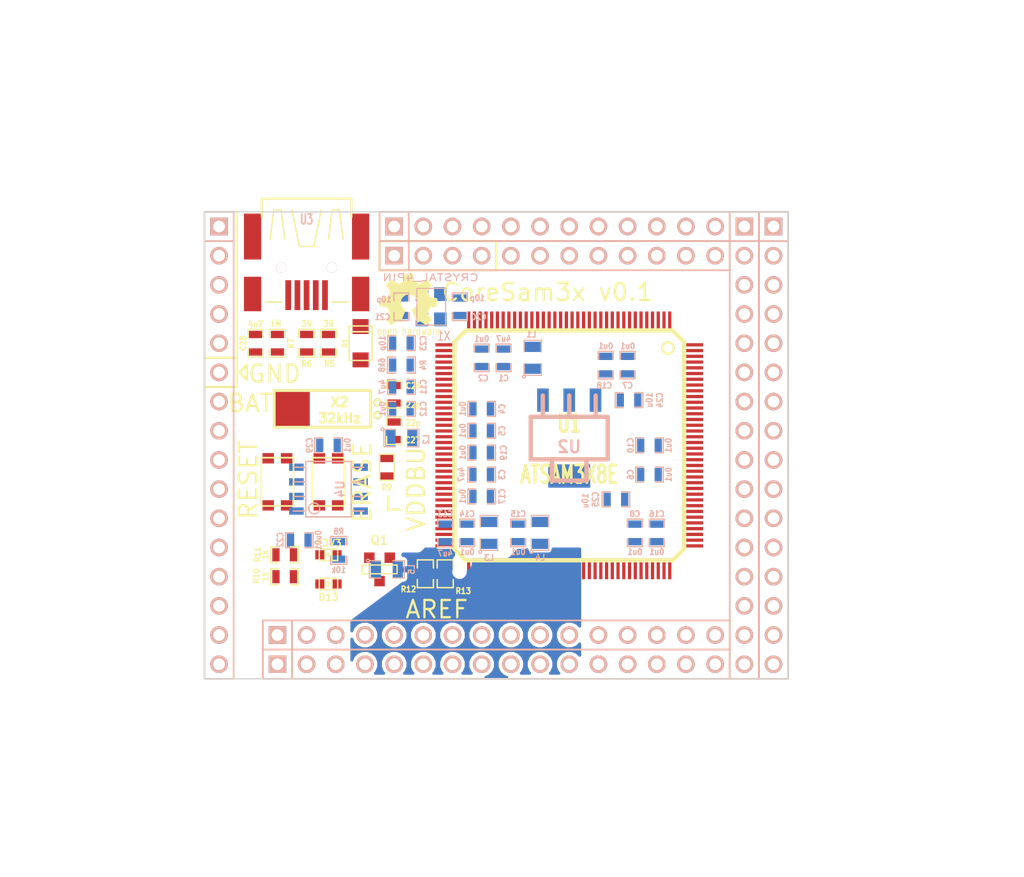
<source format=kicad_pcb>
(kicad_pcb (version 20171130) (host pcbnew 5.1.12-84ad8e8a86~92~ubuntu20.04.1)

  (general
    (thickness 1.6)
    (drawings 29)
    (tracks 1253)
    (zones 0)
    (modules 64)
    (nets 129)
  )

  (page A4)
  (layers
    (0 F.Cu signal)
    (31 B.Cu signal)
    (32 B.Adhes user)
    (33 F.Adhes user)
    (34 B.Paste user)
    (35 F.Paste user)
    (36 B.SilkS user)
    (37 F.SilkS user hide)
    (38 B.Mask user)
    (39 F.Mask user)
    (40 Dwgs.User user)
    (41 Cmts.User user)
    (42 Eco1.User user)
    (43 Eco2.User user)
    (44 Edge.Cuts user)
  )

  (setup
    (last_trace_width 0.2032)
    (trace_clearance 0.2032)
    (zone_clearance 0.3048)
    (zone_45_only no)
    (trace_min 0.2032)
    (via_size 0.635)
    (via_drill 0.3048)
    (via_min_size 0.635)
    (via_min_drill 0.3048)
    (uvia_size 0.508)
    (uvia_drill 0.127)
    (uvias_allowed no)
    (uvia_min_size 0.508)
    (uvia_min_drill 0.127)
    (edge_width 0.1)
    (segment_width 0.2)
    (pcb_text_width 0.2032)
    (pcb_text_size 1.5 1.5)
    (mod_edge_width 0.15)
    (mod_text_size 1 1)
    (mod_text_width 0.15)
    (pad_size 4 1.50114)
    (pad_drill 0)
    (pad_to_mask_clearance 0)
    (aux_axis_origin 40.64 129.54)
    (visible_elements 7FFFFEAF)
    (pcbplotparams
      (layerselection 0x00030_ffffffff)
      (usegerberextensions true)
      (usegerberattributes true)
      (usegerberadvancedattributes true)
      (creategerberjobfile true)
      (excludeedgelayer false)
      (linewidth 0.150000)
      (plotframeref false)
      (viasonmask false)
      (mode 1)
      (useauxorigin true)
      (hpglpennumber 1)
      (hpglpenspeed 20)
      (hpglpendiameter 15.000000)
      (psnegative false)
      (psa4output false)
      (plotreference true)
      (plotvalue true)
      (plotinvisibletext false)
      (padsonsilk false)
      (subtractmaskfromsilk false)
      (outputformat 1)
      (mirror false)
      (drillshape 0)
      (scaleselection 1)
      (outputdirectory "gerbers"))
  )

  (net 0 "")
  (net 1 +3.3V)
  (net 2 +5V)
  (net 3 /Processor/UFAULT)
  (net 4 /Processor/VDDCORE)
  (net 5 /Processor/VDDPLL)
  (net 6 A0)
  (net 7 A1)
  (net 8 A10)
  (net 9 A11)
  (net 10 A2)
  (net 11 A3)
  (net 12 A4)
  (net 13 A5)
  (net 14 A6)
  (net 15 A7)
  (net 16 A8)
  (net 17 A9)
  (net 18 ADVREF)
  (net 19 CANRX0)
  (net 20 CANTX0)
  (net 21 CANTX1)
  (net 22 D20_SDA)
  (net 23 D21_SCL)
  (net 24 D22)
  (net 25 D23)
  (net 26 D24)
  (net 27 D25)
  (net 28 D26)
  (net 29 D27)
  (net 30 D28)
  (net 31 D29)
  (net 32 D30)
  (net 33 D31)
  (net 34 D32)
  (net 35 D33)
  (net 36 D34)
  (net 37 D35)
  (net 38 D36)
  (net 39 D37)
  (net 40 D38)
  (net 41 D39)
  (net 42 D40)
  (net 43 D41)
  (net 44 D42)
  (net 45 D43)
  (net 46 D44)
  (net 47 D45)
  (net 48 D46)
  (net 49 D47)
  (net 50 D48)
  (net 51 D49)
  (net 52 D50)
  (net 53 D51)
  (net 54 D52_SS)
  (net 55 D70_SDA1)
  (net 56 D71_SCL1)
  (net 57 DAC0_CANRX1)
  (net 58 DAC1)
  (net 59 DFSDM)
  (net 60 DFSDP)
  (net 61 DHSDM)
  (net 62 DHSDP)
  (net 63 ENET_CRSDV)
  (net 64 ENET_MDC)
  (net 65 ENET_MDIO)
  (net 66 ENET_REF_CLK)
  (net 67 ENET_RXD0)
  (net 68 ENET_RXD1)
  (net 69 ENET_RX_ER)
  (net 70 ENET_TXD0)
  (net 71 ENET_TXD1)
  (net 72 ENET_TX_EN)
  (net 73 ERASE)
  (net 74 EXTVREF)
  (net 75 FWUP)
  (net 76 GND)
  (net 77 JTCK_SWCLK)
  (net 78 JTDI)
  (net 79 JTDO_SWO)
  (net 80 JTMS_SWIO)
  (net 81 N-00000121)
  (net 82 N-00000122)
  (net 83 N-00000126)
  (net 84 N-00000127)
  (net 85 N-0000023)
  (net 86 N-0000024)
  (net 87 N-0000029)
  (net 88 N-0000033)
  (net 89 N-0000065)
  (net 90 N-0000069)
  (net 91 PB24)
  (net 92 PC10)
  (net 93 PC11)
  (net 94 PC20)
  (net 95 PC27)
  (net 96 PC30)
  (net 97 PWM10_SS0)
  (net 98 PWM11)
  (net 99 PWM12)
  (net 100 PWM13)
  (net 101 PWM2)
  (net 102 PWM3)
  (net 103 PWM4_SS1)
  (net 104 PWM5)
  (net 105 PWM6)
  (net 106 PWM7)
  (net 107 PWM8)
  (net 108 PWM9)
  (net 109 RESET)
  (net 110 RX0)
  (net 111 RX1)
  (net 112 RX2)
  (net 113 RX3)
  (net 114 SHDN)
  (net 115 SPI0_MISO)
  (net 116 SPI0_MOSI)
  (net 117 SPI0_SPCK)
  (net 118 TX0)
  (net 119 TX1)
  (net 120 TX2)
  (net 121 TX3)
  (net 122 UOTGID)
  (net 123 UOTGVBOF)
  (net 124 VBUS)
  (net 125 VDDANA)
  (net 126 VDDBU)
  (net 127 VDDUTMI)
  (net 128 VSSA)

  (net_class Default "This is the default net class."
    (clearance 0.2032)
    (trace_width 0.2032)
    (via_dia 0.635)
    (via_drill 0.3048)
    (uvia_dia 0.508)
    (uvia_drill 0.127)
    (add_net /Processor/UFAULT)
    (add_net /Processor/VDDCORE)
    (add_net /Processor/VDDPLL)
    (add_net A0)
    (add_net A1)
    (add_net A10)
    (add_net A11)
    (add_net A2)
    (add_net A3)
    (add_net A4)
    (add_net A5)
    (add_net A6)
    (add_net A7)
    (add_net A8)
    (add_net A9)
    (add_net ADVREF)
    (add_net CANRX0)
    (add_net CANTX0)
    (add_net CANTX1)
    (add_net D20_SDA)
    (add_net D21_SCL)
    (add_net D22)
    (add_net D23)
    (add_net D24)
    (add_net D25)
    (add_net D26)
    (add_net D27)
    (add_net D28)
    (add_net D29)
    (add_net D30)
    (add_net D31)
    (add_net D32)
    (add_net D33)
    (add_net D34)
    (add_net D35)
    (add_net D36)
    (add_net D37)
    (add_net D38)
    (add_net D39)
    (add_net D40)
    (add_net D41)
    (add_net D42)
    (add_net D43)
    (add_net D44)
    (add_net D45)
    (add_net D46)
    (add_net D47)
    (add_net D48)
    (add_net D49)
    (add_net D50)
    (add_net D51)
    (add_net D52_SS)
    (add_net D70_SDA1)
    (add_net D71_SCL1)
    (add_net DAC0_CANRX1)
    (add_net DAC1)
    (add_net DFSDM)
    (add_net DFSDP)
    (add_net DHSDM)
    (add_net DHSDP)
    (add_net ENET_CRSDV)
    (add_net ENET_MDC)
    (add_net ENET_MDIO)
    (add_net ENET_REF_CLK)
    (add_net ENET_RXD0)
    (add_net ENET_RXD1)
    (add_net ENET_RX_ER)
    (add_net ENET_TXD0)
    (add_net ENET_TXD1)
    (add_net ENET_TX_EN)
    (add_net ERASE)
    (add_net EXTVREF)
    (add_net FWUP)
    (add_net GND)
    (add_net JTCK_SWCLK)
    (add_net JTDI)
    (add_net JTDO_SWO)
    (add_net JTMS_SWIO)
    (add_net N-00000121)
    (add_net N-00000122)
    (add_net N-00000126)
    (add_net N-00000127)
    (add_net N-0000023)
    (add_net N-0000024)
    (add_net N-0000029)
    (add_net N-0000033)
    (add_net N-0000065)
    (add_net N-0000069)
    (add_net PB24)
    (add_net PC10)
    (add_net PC11)
    (add_net PC20)
    (add_net PC27)
    (add_net PC30)
    (add_net PWM10_SS0)
    (add_net PWM11)
    (add_net PWM12)
    (add_net PWM13)
    (add_net PWM2)
    (add_net PWM3)
    (add_net PWM4_SS1)
    (add_net PWM5)
    (add_net PWM6)
    (add_net PWM7)
    (add_net PWM8)
    (add_net PWM9)
    (add_net RESET)
    (add_net RX0)
    (add_net RX1)
    (add_net RX2)
    (add_net RX3)
    (add_net SHDN)
    (add_net SPI0_MISO)
    (add_net SPI0_MOSI)
    (add_net SPI0_SPCK)
    (add_net TX0)
    (add_net TX1)
    (add_net TX2)
    (add_net TX3)
    (add_net UOTGID)
    (add_net UOTGVBOF)
    (add_net VDDANA)
    (add_net VDDBU)
    (add_net VDDUTMI)
    (add_net VSSA)
  )

  (net_class power ""
    (clearance 0.2032)
    (trace_width 0.3048)
    (via_dia 0.635)
    (via_drill 0.3048)
    (uvia_dia 0.508)
    (uvia_drill 0.127)
    (add_net +3.3V)
    (add_net +5V)
    (add_net VBUS)
  )

  (module XTAL-3.2x2.5mm (layer B.Cu) (tedit 5456A6C1) (tstamp 544BABCE)
    (at 60.325 97.155 90)
    (path /544B8C0B/544B9754)
    (fp_text reference X1 (at -2.54 1.143 180) (layer B.SilkS)
      (effects (font (size 0.8001 0.59944) (thickness 0.09906)) (justify mirror))
    )
    (fp_text value CRYSTAL_4PIN (at 2.54 0 180) (layer B.SilkS)
      (effects (font (size 0.59944 0.8001) (thickness 0.09906)) (justify mirror))
    )
    (fp_line (start -1.6002 1.30048) (end 1.6002 1.30048) (layer B.SilkS) (width 0.09906))
    (fp_line (start 1.6002 1.30048) (end 1.6002 -1.19888) (layer B.SilkS) (width 0.09906))
    (fp_line (start 1.6002 -1.19888) (end -1.6002 -1.19888) (layer B.SilkS) (width 0.09906))
    (fp_line (start -1.6002 -1.19888) (end -1.6002 1.30048) (layer B.SilkS) (width 0.09906))
    (pad 1 smd rect (at -1.09982 -0.7493 90) (size 1.19888 1.09982) (layers B.Cu B.Paste B.Mask)
      (net 90 N-0000069))
    (pad 3 smd rect (at 1.09982 0.8509 90) (size 1.19888 1.09982) (layers B.Cu B.Paste B.Mask)
      (net 82 N-00000122))
    (pad 2 smd rect (at 1.09982 -0.7493 90) (size 1.19888 1.09982) (layers B.Cu B.Paste B.Mask)
      (net 76 GND))
    (pad 4 smd rect (at -1.09982 0.8509 90) (size 1.19888 1.09982) (layers B.Cu B.Paste B.Mask)
      (net 76 GND))
    (model ..\KiCAD_Libraries\packages3d\rmc\Abracon\ABMM2k.wrl
      (offset (xyz 0 0 0.02539999961853028))
      (scale (xyz 0.533 0.6944 0.5833))
      (rotate (xyz 0 0 0))
    )
  )

  (module SM0603_Resistor (layer B.Cu) (tedit 5452C17B) (tstamp 544BAC02)
    (at 57.785 102.235)
    (path /544B8C0B/544B97BC)
    (attr smd)
    (fp_text reference R4 (at 1.905 0 270) (layer B.SilkS)
      (effects (font (size 0.50038 0.4572) (thickness 0.1143)) (justify mirror))
    )
    (fp_text value 6k8 (at -1.69926 0 270) (layer B.SilkS)
      (effects (font (size 0.508 0.4572) (thickness 0.1143)) (justify mirror))
    )
    (fp_line (start -0.50038 0.6985) (end -1.2065 0.6985) (layer B.SilkS) (width 0.127))
    (fp_line (start -1.2065 0.6985) (end -1.2065 -0.6985) (layer B.SilkS) (width 0.127))
    (fp_line (start -1.2065 -0.6985) (end -0.50038 -0.6985) (layer B.SilkS) (width 0.127))
    (fp_line (start 1.2065 0.6985) (end 0.50038 0.6985) (layer B.SilkS) (width 0.127))
    (fp_line (start 1.2065 0.6985) (end 1.2065 -0.6985) (layer B.SilkS) (width 0.127))
    (fp_line (start 1.2065 -0.6985) (end 0.50038 -0.6985) (layer B.SilkS) (width 0.127))
    (pad 1 smd rect (at -0.762 0) (size 0.635 1.143) (layers B.Cu B.Paste B.Mask)
      (net 81 N-00000121))
    (pad 2 smd rect (at 0.762 0) (size 0.635 1.143) (layers B.Cu B.Paste B.Mask)
      (net 76 GND))
    (model smd\resistors\R0603.wrl
      (offset (xyz 0 0 0.02539999961853028))
      (scale (xyz 0.5 0.5 0.5))
      (rotate (xyz 0 0 0))
    )
  )

  (module SM0603_Capa (layer B.Cu) (tedit 5452C201) (tstamp 544BAC32)
    (at 64.77 109.855)
    (path /544B8C0B/544B9898)
    (attr smd)
    (fp_text reference C19 (at 1.905 0 270) (layer B.SilkS)
      (effects (font (size 0.508 0.4572) (thickness 0.1143)) (justify mirror))
    )
    (fp_text value 0u1 (at -1.651 0 270) (layer B.SilkS)
      (effects (font (size 0.508 0.4572) (thickness 0.1143)) (justify mirror))
    )
    (fp_line (start 0.50038 -0.65024) (end 1.19888 -0.65024) (layer B.SilkS) (width 0.11938))
    (fp_line (start -0.50038 -0.65024) (end -1.19888 -0.65024) (layer B.SilkS) (width 0.11938))
    (fp_line (start 0.50038 0.65024) (end 1.19888 0.65024) (layer B.SilkS) (width 0.11938))
    (fp_line (start -1.19888 0.65024) (end -0.50038 0.65024) (layer B.SilkS) (width 0.11938))
    (fp_line (start 1.19888 0.635) (end 1.19888 -0.635) (layer B.SilkS) (width 0.11938))
    (fp_line (start -1.19888 -0.635) (end -1.19888 0.635) (layer B.SilkS) (width 0.11938))
    (pad 1 smd rect (at -0.762 0) (size 0.635 1.143) (layers B.Cu B.Paste B.Mask)
      (net 1 +3.3V))
    (pad 2 smd rect (at 0.762 0) (size 0.635 1.143) (layers B.Cu B.Paste B.Mask)
      (net 76 GND))
    (model smd\capacitors\C0603.wrl
      (offset (xyz 0 0 0.02539999961853028))
      (scale (xyz 0.5 0.5 0.5))
      (rotate (xyz 0 0 0))
    )
  )

  (module SM0603_Capa (layer B.Cu) (tedit 5456A6D5) (tstamp 544BAC4A)
    (at 64.77 111.76)
    (path /544B8C0B/544B984C)
    (attr smd)
    (fp_text reference C3 (at 1.778 0 270) (layer B.SilkS)
      (effects (font (size 0.508 0.4572) (thickness 0.1143)) (justify mirror))
    )
    (fp_text value 4u7 (at -1.778 0 270) (layer B.SilkS)
      (effects (font (size 0.508 0.4572) (thickness 0.1143)) (justify mirror))
    )
    (fp_line (start 0.50038 -0.65024) (end 1.19888 -0.65024) (layer B.SilkS) (width 0.11938))
    (fp_line (start -0.50038 -0.65024) (end -1.19888 -0.65024) (layer B.SilkS) (width 0.11938))
    (fp_line (start 0.50038 0.65024) (end 1.19888 0.65024) (layer B.SilkS) (width 0.11938))
    (fp_line (start -1.19888 0.65024) (end -0.50038 0.65024) (layer B.SilkS) (width 0.11938))
    (fp_line (start 1.19888 0.635) (end 1.19888 -0.635) (layer B.SilkS) (width 0.11938))
    (fp_line (start -1.19888 -0.635) (end -1.19888 0.635) (layer B.SilkS) (width 0.11938))
    (pad 1 smd rect (at -0.762 0) (size 0.635 1.143) (layers B.Cu B.Paste B.Mask)
      (net 4 /Processor/VDDCORE))
    (pad 2 smd rect (at 0.762 0) (size 0.635 1.143) (layers B.Cu B.Paste B.Mask)
      (net 76 GND))
    (model smd\capacitors\C0603.wrl
      (offset (xyz 0 0 0.02539999961853028))
      (scale (xyz 0.5 0.5 0.5))
      (rotate (xyz 0 0 0))
    )
  )

  (module SM0603_Capa (layer B.Cu) (tedit 5452C1FE) (tstamp 544BAC56)
    (at 64.77 106.045)
    (path /544B8C0B/544B9852)
    (attr smd)
    (fp_text reference C4 (at 1.778 0 270) (layer B.SilkS)
      (effects (font (size 0.508 0.4572) (thickness 0.1143)) (justify mirror))
    )
    (fp_text value 0u1 (at -1.651 0 270) (layer B.SilkS)
      (effects (font (size 0.508 0.4572) (thickness 0.1143)) (justify mirror))
    )
    (fp_line (start 0.50038 -0.65024) (end 1.19888 -0.65024) (layer B.SilkS) (width 0.11938))
    (fp_line (start -0.50038 -0.65024) (end -1.19888 -0.65024) (layer B.SilkS) (width 0.11938))
    (fp_line (start 0.50038 0.65024) (end 1.19888 0.65024) (layer B.SilkS) (width 0.11938))
    (fp_line (start -1.19888 0.65024) (end -0.50038 0.65024) (layer B.SilkS) (width 0.11938))
    (fp_line (start 1.19888 0.635) (end 1.19888 -0.635) (layer B.SilkS) (width 0.11938))
    (fp_line (start -1.19888 -0.635) (end -1.19888 0.635) (layer B.SilkS) (width 0.11938))
    (pad 1 smd rect (at -0.762 0) (size 0.635 1.143) (layers B.Cu B.Paste B.Mask)
      (net 4 /Processor/VDDCORE))
    (pad 2 smd rect (at 0.762 0) (size 0.635 1.143) (layers B.Cu B.Paste B.Mask)
      (net 76 GND))
    (model smd\capacitors\C0603.wrl
      (offset (xyz 0 0 0.02539999961853028))
      (scale (xyz 0.5 0.5 0.5))
      (rotate (xyz 0 0 0))
    )
  )

  (module SM0603_Capa (layer B.Cu) (tedit 5452C172) (tstamp 544BAC6E)
    (at 57.785 97.155 90)
    (path /544B8C0B/544B987A)
    (attr smd)
    (fp_text reference C21 (at -0.889 -1.651) (layer B.SilkS)
      (effects (font (size 0.508 0.4572) (thickness 0.1143)) (justify mirror))
    )
    (fp_text value 10p (at 0.635 -1.524) (layer B.SilkS)
      (effects (font (size 0.508 0.4572) (thickness 0.1143)) (justify mirror))
    )
    (fp_line (start 0.50038 -0.65024) (end 1.19888 -0.65024) (layer B.SilkS) (width 0.11938))
    (fp_line (start -0.50038 -0.65024) (end -1.19888 -0.65024) (layer B.SilkS) (width 0.11938))
    (fp_line (start 0.50038 0.65024) (end 1.19888 0.65024) (layer B.SilkS) (width 0.11938))
    (fp_line (start -1.19888 0.65024) (end -0.50038 0.65024) (layer B.SilkS) (width 0.11938))
    (fp_line (start 1.19888 0.635) (end 1.19888 -0.635) (layer B.SilkS) (width 0.11938))
    (fp_line (start -1.19888 -0.635) (end -1.19888 0.635) (layer B.SilkS) (width 0.11938))
    (pad 1 smd rect (at -0.762 0 90) (size 0.635 1.143) (layers B.Cu B.Paste B.Mask)
      (net 90 N-0000069))
    (pad 2 smd rect (at 0.762 0 90) (size 0.635 1.143) (layers B.Cu B.Paste B.Mask)
      (net 76 GND))
    (model smd\capacitors\C0603.wrl
      (offset (xyz 0 0 0.02539999961853028))
      (scale (xyz 0.5 0.5 0.5))
      (rotate (xyz 0 0 0))
    )
  )

  (module SM0603_Capa (layer B.Cu) (tedit 5452C16C) (tstamp 544BAC7A)
    (at 62.865 97.155 270)
    (path /544B8C0B/544B9880)
    (attr smd)
    (fp_text reference C20 (at 0.889 -1.651 180) (layer B.SilkS)
      (effects (font (size 0.508 0.4572) (thickness 0.1143)) (justify mirror))
    )
    (fp_text value 10p (at -0.762 -1.524 180) (layer B.SilkS)
      (effects (font (size 0.508 0.4572) (thickness 0.1143)) (justify mirror))
    )
    (fp_line (start 0.50038 -0.65024) (end 1.19888 -0.65024) (layer B.SilkS) (width 0.11938))
    (fp_line (start -0.50038 -0.65024) (end -1.19888 -0.65024) (layer B.SilkS) (width 0.11938))
    (fp_line (start 0.50038 0.65024) (end 1.19888 0.65024) (layer B.SilkS) (width 0.11938))
    (fp_line (start -1.19888 0.65024) (end -0.50038 0.65024) (layer B.SilkS) (width 0.11938))
    (fp_line (start 1.19888 0.635) (end 1.19888 -0.635) (layer B.SilkS) (width 0.11938))
    (fp_line (start -1.19888 -0.635) (end -1.19888 0.635) (layer B.SilkS) (width 0.11938))
    (pad 1 smd rect (at -0.762 0 270) (size 0.635 1.143) (layers B.Cu B.Paste B.Mask)
      (net 82 N-00000122))
    (pad 2 smd rect (at 0.762 0 270) (size 0.635 1.143) (layers B.Cu B.Paste B.Mask)
      (net 76 GND))
    (model smd\capacitors\C0603.wrl
      (offset (xyz 0 0 0.02539999961853028))
      (scale (xyz 0.5 0.5 0.5))
      (rotate (xyz 0 0 0))
    )
  )

  (module SM0603_Capa (layer B.Cu) (tedit 5452C1F6) (tstamp 544BAC86)
    (at 64.77 107.95)
    (path /544B8C0B/544BC4E3)
    (attr smd)
    (fp_text reference C5 (at 1.778 0 270) (layer B.SilkS)
      (effects (font (size 0.508 0.4572) (thickness 0.1143)) (justify mirror))
    )
    (fp_text value 0u1 (at -1.651 0 270) (layer B.SilkS)
      (effects (font (size 0.508 0.4572) (thickness 0.1143)) (justify mirror))
    )
    (fp_line (start 0.50038 -0.65024) (end 1.19888 -0.65024) (layer B.SilkS) (width 0.11938))
    (fp_line (start -0.50038 -0.65024) (end -1.19888 -0.65024) (layer B.SilkS) (width 0.11938))
    (fp_line (start 0.50038 0.65024) (end 1.19888 0.65024) (layer B.SilkS) (width 0.11938))
    (fp_line (start -1.19888 0.65024) (end -0.50038 0.65024) (layer B.SilkS) (width 0.11938))
    (fp_line (start 1.19888 0.635) (end 1.19888 -0.635) (layer B.SilkS) (width 0.11938))
    (fp_line (start -1.19888 -0.635) (end -1.19888 0.635) (layer B.SilkS) (width 0.11938))
    (pad 1 smd rect (at -0.762 0) (size 0.635 1.143) (layers B.Cu B.Paste B.Mask)
      (net 4 /Processor/VDDCORE))
    (pad 2 smd rect (at 0.762 0) (size 0.635 1.143) (layers B.Cu B.Paste B.Mask)
      (net 76 GND))
    (model smd\capacitors\C0603.wrl
      (offset (xyz 0 0 0.02539999961853028))
      (scale (xyz 0.5 0.5 0.5))
      (rotate (xyz 0 0 0))
    )
  )

  (module SM0603_Capa (layer B.Cu) (tedit 5452C1BC) (tstamp 544BAC92)
    (at 79.375 109.22 180)
    (path /544B8C0B/544B988C)
    (attr smd)
    (fp_text reference C10 (at 1.651 0 90) (layer B.SilkS)
      (effects (font (size 0.508 0.4572) (thickness 0.1143)) (justify mirror))
    )
    (fp_text value 0u1 (at -1.651 0 90) (layer B.SilkS)
      (effects (font (size 0.508 0.4572) (thickness 0.1143)) (justify mirror))
    )
    (fp_line (start 0.50038 -0.65024) (end 1.19888 -0.65024) (layer B.SilkS) (width 0.11938))
    (fp_line (start -0.50038 -0.65024) (end -1.19888 -0.65024) (layer B.SilkS) (width 0.11938))
    (fp_line (start 0.50038 0.65024) (end 1.19888 0.65024) (layer B.SilkS) (width 0.11938))
    (fp_line (start -1.19888 0.65024) (end -0.50038 0.65024) (layer B.SilkS) (width 0.11938))
    (fp_line (start 1.19888 0.635) (end 1.19888 -0.635) (layer B.SilkS) (width 0.11938))
    (fp_line (start -1.19888 -0.635) (end -1.19888 0.635) (layer B.SilkS) (width 0.11938))
    (pad 1 smd rect (at -0.762 0 180) (size 0.635 1.143) (layers B.Cu B.Paste B.Mask)
      (net 1 +3.3V))
    (pad 2 smd rect (at 0.762 0 180) (size 0.635 1.143) (layers B.Cu B.Paste B.Mask)
      (net 76 GND))
    (model smd\capacitors\C0603.wrl
      (offset (xyz 0 0 0.02539999961853028))
      (scale (xyz 0.5 0.5 0.5))
      (rotate (xyz 0 0 0))
    )
  )

  (module SM0603_Capa (layer B.Cu) (tedit 5452C1AB) (tstamp 544BAC9E)
    (at 75.565 102.235 270)
    (path /544B8C0B/544B9892)
    (attr smd)
    (fp_text reference C18 (at 1.778 0.127 180) (layer B.SilkS)
      (effects (font (size 0.508 0.4572) (thickness 0.1143)) (justify mirror))
    )
    (fp_text value 0u1 (at -1.651 0 180) (layer B.SilkS)
      (effects (font (size 0.508 0.4572) (thickness 0.1143)) (justify mirror))
    )
    (fp_line (start 0.50038 -0.65024) (end 1.19888 -0.65024) (layer B.SilkS) (width 0.11938))
    (fp_line (start -0.50038 -0.65024) (end -1.19888 -0.65024) (layer B.SilkS) (width 0.11938))
    (fp_line (start 0.50038 0.65024) (end 1.19888 0.65024) (layer B.SilkS) (width 0.11938))
    (fp_line (start -1.19888 0.65024) (end -0.50038 0.65024) (layer B.SilkS) (width 0.11938))
    (fp_line (start 1.19888 0.635) (end 1.19888 -0.635) (layer B.SilkS) (width 0.11938))
    (fp_line (start -1.19888 -0.635) (end -1.19888 0.635) (layer B.SilkS) (width 0.11938))
    (pad 1 smd rect (at -0.762 0 270) (size 0.635 1.143) (layers B.Cu B.Paste B.Mask)
      (net 1 +3.3V))
    (pad 2 smd rect (at 0.762 0 270) (size 0.635 1.143) (layers B.Cu B.Paste B.Mask)
      (net 76 GND))
    (model smd\capacitors\C0603.wrl
      (offset (xyz 0 0 0.02539999961853028))
      (scale (xyz 0.5 0.5 0.5))
      (rotate (xyz 0 0 0))
    )
  )

  (module SM0603_Capa (layer B.Cu) (tedit 5456A6CC) (tstamp 544BACAA)
    (at 77.597 105.283)
    (path /544BB18F/544BC30B)
    (attr smd)
    (fp_text reference C24 (at 2.667 0 270) (layer B.SilkS)
      (effects (font (size 0.508 0.4572) (thickness 0.1143)) (justify mirror))
    )
    (fp_text value 10u (at 1.778 0 270) (layer B.SilkS)
      (effects (font (size 0.508 0.4572) (thickness 0.1143)) (justify mirror))
    )
    (fp_line (start 0.50038 -0.65024) (end 1.19888 -0.65024) (layer B.SilkS) (width 0.11938))
    (fp_line (start -0.50038 -0.65024) (end -1.19888 -0.65024) (layer B.SilkS) (width 0.11938))
    (fp_line (start 0.50038 0.65024) (end 1.19888 0.65024) (layer B.SilkS) (width 0.11938))
    (fp_line (start -1.19888 0.65024) (end -0.50038 0.65024) (layer B.SilkS) (width 0.11938))
    (fp_line (start 1.19888 0.635) (end 1.19888 -0.635) (layer B.SilkS) (width 0.11938))
    (fp_line (start -1.19888 -0.635) (end -1.19888 0.635) (layer B.SilkS) (width 0.11938))
    (pad 1 smd rect (at -0.762 0) (size 0.635 1.143) (layers B.Cu B.Paste B.Mask)
      (net 2 +5V))
    (pad 2 smd rect (at 0.762 0) (size 0.635 1.143) (layers B.Cu B.Paste B.Mask)
      (net 76 GND))
    (model smd\capacitors\C0603.wrl
      (offset (xyz 0 0 0.02539999961853028))
      (scale (xyz 0.5 0.5 0.5))
      (rotate (xyz 0 0 0))
    )
  )

  (module SM0603_Capa (layer B.Cu) (tedit 5452C1DD) (tstamp 544BACB6)
    (at 64.77 113.665)
    (path /544B8C0B/544B989E)
    (attr smd)
    (fp_text reference C17 (at 1.778 0 270) (layer B.SilkS)
      (effects (font (size 0.508 0.4572) (thickness 0.1143)) (justify mirror))
    )
    (fp_text value 0u1 (at -1.651 0 270) (layer B.SilkS)
      (effects (font (size 0.508 0.4572) (thickness 0.1143)) (justify mirror))
    )
    (fp_line (start 0.50038 -0.65024) (end 1.19888 -0.65024) (layer B.SilkS) (width 0.11938))
    (fp_line (start -0.50038 -0.65024) (end -1.19888 -0.65024) (layer B.SilkS) (width 0.11938))
    (fp_line (start 0.50038 0.65024) (end 1.19888 0.65024) (layer B.SilkS) (width 0.11938))
    (fp_line (start -1.19888 0.65024) (end -0.50038 0.65024) (layer B.SilkS) (width 0.11938))
    (fp_line (start 1.19888 0.635) (end 1.19888 -0.635) (layer B.SilkS) (width 0.11938))
    (fp_line (start -1.19888 -0.635) (end -1.19888 0.635) (layer B.SilkS) (width 0.11938))
    (pad 1 smd rect (at -0.762 0) (size 0.635 1.143) (layers B.Cu B.Paste B.Mask)
      (net 1 +3.3V))
    (pad 2 smd rect (at 0.762 0) (size 0.635 1.143) (layers B.Cu B.Paste B.Mask)
      (net 76 GND))
    (model smd\capacitors\C0603.wrl
      (offset (xyz 0 0 0.02539999961853028))
      (scale (xyz 0.5 0.5 0.5))
      (rotate (xyz 0 0 0))
    )
  )

  (module SM0603_Capa (layer B.Cu) (tedit 5452C1C3) (tstamp 544BACC2)
    (at 80.01 116.84 90)
    (path /544B8C0B/544B98A4)
    (attr smd)
    (fp_text reference C16 (at 1.651 0) (layer B.SilkS)
      (effects (font (size 0.508 0.4572) (thickness 0.1143)) (justify mirror))
    )
    (fp_text value 0u1 (at -1.651 0) (layer B.SilkS)
      (effects (font (size 0.508 0.4572) (thickness 0.1143)) (justify mirror))
    )
    (fp_line (start 0.50038 -0.65024) (end 1.19888 -0.65024) (layer B.SilkS) (width 0.11938))
    (fp_line (start -0.50038 -0.65024) (end -1.19888 -0.65024) (layer B.SilkS) (width 0.11938))
    (fp_line (start 0.50038 0.65024) (end 1.19888 0.65024) (layer B.SilkS) (width 0.11938))
    (fp_line (start -1.19888 0.65024) (end -0.50038 0.65024) (layer B.SilkS) (width 0.11938))
    (fp_line (start 1.19888 0.635) (end 1.19888 -0.635) (layer B.SilkS) (width 0.11938))
    (fp_line (start -1.19888 -0.635) (end -1.19888 0.635) (layer B.SilkS) (width 0.11938))
    (pad 1 smd rect (at -0.762 0 90) (size 0.635 1.143) (layers B.Cu B.Paste B.Mask)
      (net 1 +3.3V))
    (pad 2 smd rect (at 0.762 0 90) (size 0.635 1.143) (layers B.Cu B.Paste B.Mask)
      (net 76 GND))
    (model smd\capacitors\C0603.wrl
      (offset (xyz 0 0 0.02539999961853028))
      (scale (xyz 0.5 0.5 0.5))
      (rotate (xyz 0 0 0))
    )
  )

  (module SM0603_Capa (layer B.Cu) (tedit 5452C1F3) (tstamp 544BACCE)
    (at 76.454 113.919)
    (path /544BB18F/544BB1BE)
    (attr smd)
    (fp_text reference C25 (at -1.778 0 270) (layer B.SilkS)
      (effects (font (size 0.508 0.4572) (thickness 0.1143)) (justify mirror))
    )
    (fp_text value 10u (at -2.667 0.127 270) (layer B.SilkS)
      (effects (font (size 0.508 0.4572) (thickness 0.1143)) (justify mirror))
    )
    (fp_line (start 0.50038 -0.65024) (end 1.19888 -0.65024) (layer B.SilkS) (width 0.11938))
    (fp_line (start -0.50038 -0.65024) (end -1.19888 -0.65024) (layer B.SilkS) (width 0.11938))
    (fp_line (start 0.50038 0.65024) (end 1.19888 0.65024) (layer B.SilkS) (width 0.11938))
    (fp_line (start -1.19888 0.65024) (end -0.50038 0.65024) (layer B.SilkS) (width 0.11938))
    (fp_line (start 1.19888 0.635) (end 1.19888 -0.635) (layer B.SilkS) (width 0.11938))
    (fp_line (start -1.19888 -0.635) (end -1.19888 0.635) (layer B.SilkS) (width 0.11938))
    (pad 1 smd rect (at -0.762 0) (size 0.635 1.143) (layers B.Cu B.Paste B.Mask)
      (net 1 +3.3V))
    (pad 2 smd rect (at 0.762 0) (size 0.635 1.143) (layers B.Cu B.Paste B.Mask)
      (net 76 GND))
    (model smd\capacitors\C0603.wrl
      (offset (xyz 0 0 0.02539999961853028))
      (scale (xyz 0.5 0.5 0.5))
      (rotate (xyz 0 0 0))
    )
  )

  (module SM0603_Capa (layer B.Cu) (tedit 5452C17F) (tstamp 5450A3D4)
    (at 57.785 106.045)
    (path /544B8C0B/544B9840)
    (attr smd)
    (fp_text reference C12 (at 1.905 0 270) (layer B.SilkS)
      (effects (font (size 0.508 0.4572) (thickness 0.1143)) (justify mirror))
    )
    (fp_text value 0u1 (at -1.651 0 270) (layer B.SilkS)
      (effects (font (size 0.508 0.4572) (thickness 0.1143)) (justify mirror))
    )
    (fp_line (start 0.50038 -0.65024) (end 1.19888 -0.65024) (layer B.SilkS) (width 0.11938))
    (fp_line (start -0.50038 -0.65024) (end -1.19888 -0.65024) (layer B.SilkS) (width 0.11938))
    (fp_line (start 0.50038 0.65024) (end 1.19888 0.65024) (layer B.SilkS) (width 0.11938))
    (fp_line (start -1.19888 0.65024) (end -0.50038 0.65024) (layer B.SilkS) (width 0.11938))
    (fp_line (start 1.19888 0.635) (end 1.19888 -0.635) (layer B.SilkS) (width 0.11938))
    (fp_line (start -1.19888 -0.635) (end -1.19888 0.635) (layer B.SilkS) (width 0.11938))
    (pad 1 smd rect (at -0.762 0) (size 0.635 1.143) (layers B.Cu B.Paste B.Mask)
      (net 127 VDDUTMI))
    (pad 2 smd rect (at 0.762 0) (size 0.635 1.143) (layers B.Cu B.Paste B.Mask)
      (net 76 GND))
    (model smd\capacitors\C0603.wrl
      (offset (xyz 0 0 0.02539999961853028))
      (scale (xyz 0.5 0.5 0.5))
      (rotate (xyz 0 0 0))
    )
  )

  (module SM0603_Capa (layer B.Cu) (tedit 5452C179) (tstamp 544BACE6)
    (at 57.785 100.33)
    (path /544B8C0B/544B97B0)
    (attr smd)
    (fp_text reference C23 (at 1.905 0 270) (layer B.SilkS)
      (effects (font (size 0.508 0.4572) (thickness 0.1143)) (justify mirror))
    )
    (fp_text value 10p (at -1.651 0 270) (layer B.SilkS)
      (effects (font (size 0.508 0.4572) (thickness 0.1143)) (justify mirror))
    )
    (fp_line (start 0.50038 -0.65024) (end 1.19888 -0.65024) (layer B.SilkS) (width 0.11938))
    (fp_line (start -0.50038 -0.65024) (end -1.19888 -0.65024) (layer B.SilkS) (width 0.11938))
    (fp_line (start 0.50038 0.65024) (end 1.19888 0.65024) (layer B.SilkS) (width 0.11938))
    (fp_line (start -1.19888 0.65024) (end -0.50038 0.65024) (layer B.SilkS) (width 0.11938))
    (fp_line (start 1.19888 0.635) (end 1.19888 -0.635) (layer B.SilkS) (width 0.11938))
    (fp_line (start -1.19888 -0.635) (end -1.19888 0.635) (layer B.SilkS) (width 0.11938))
    (pad 1 smd rect (at -0.762 0) (size 0.635 1.143) (layers B.Cu B.Paste B.Mask)
      (net 81 N-00000121))
    (pad 2 smd rect (at 0.762 0) (size 0.635 1.143) (layers B.Cu B.Paste B.Mask)
      (net 76 GND))
    (model smd\capacitors\C0603.wrl
      (offset (xyz 0 0 0.02539999961853028))
      (scale (xyz 0.5 0.5 0.5))
      (rotate (xyz 0 0 0))
    )
  )

  (module SM0603_Capa (layer B.Cu) (tedit 5452C23C) (tstamp 544BACF2)
    (at 63.5 116.84 90)
    (path /544B8C0B/544B97E8)
    (attr smd)
    (fp_text reference C14 (at 1.651 0) (layer B.SilkS)
      (effects (font (size 0.508 0.4572) (thickness 0.1143)) (justify mirror))
    )
    (fp_text value 0u1 (at -1.651 0) (layer B.SilkS)
      (effects (font (size 0.508 0.4572) (thickness 0.1143)) (justify mirror))
    )
    (fp_line (start 0.50038 -0.65024) (end 1.19888 -0.65024) (layer B.SilkS) (width 0.11938))
    (fp_line (start -0.50038 -0.65024) (end -1.19888 -0.65024) (layer B.SilkS) (width 0.11938))
    (fp_line (start 0.50038 0.65024) (end 1.19888 0.65024) (layer B.SilkS) (width 0.11938))
    (fp_line (start -1.19888 0.65024) (end -0.50038 0.65024) (layer B.SilkS) (width 0.11938))
    (fp_line (start 1.19888 0.635) (end 1.19888 -0.635) (layer B.SilkS) (width 0.11938))
    (fp_line (start -1.19888 -0.635) (end -1.19888 0.635) (layer B.SilkS) (width 0.11938))
    (pad 1 smd rect (at -0.762 0 90) (size 0.635 1.143) (layers B.Cu B.Paste B.Mask)
      (net 125 VDDANA))
    (pad 2 smd rect (at 0.762 0 90) (size 0.635 1.143) (layers B.Cu B.Paste B.Mask)
      (net 76 GND))
    (model smd\capacitors\C0603.wrl
      (offset (xyz 0 0 0.02539999961853028))
      (scale (xyz 0.5 0.5 0.5))
      (rotate (xyz 0 0 0))
    )
  )

  (module SM0603_Capa (layer B.Cu) (tedit 5452C1D5) (tstamp 544BACFE)
    (at 67.945 116.84 90)
    (path /544B8C0B/544B97EE)
    (attr smd)
    (fp_text reference C15 (at 1.651 0) (layer B.SilkS)
      (effects (font (size 0.508 0.4572) (thickness 0.1143)) (justify mirror))
    )
    (fp_text value 0u1 (at -1.651 0) (layer B.SilkS)
      (effects (font (size 0.508 0.4572) (thickness 0.1143)) (justify mirror))
    )
    (fp_line (start 0.50038 -0.65024) (end 1.19888 -0.65024) (layer B.SilkS) (width 0.11938))
    (fp_line (start -0.50038 -0.65024) (end -1.19888 -0.65024) (layer B.SilkS) (width 0.11938))
    (fp_line (start 0.50038 0.65024) (end 1.19888 0.65024) (layer B.SilkS) (width 0.11938))
    (fp_line (start -1.19888 0.65024) (end -0.50038 0.65024) (layer B.SilkS) (width 0.11938))
    (fp_line (start 1.19888 0.635) (end 1.19888 -0.635) (layer B.SilkS) (width 0.11938))
    (fp_line (start -1.19888 -0.635) (end -1.19888 0.635) (layer B.SilkS) (width 0.11938))
    (pad 1 smd rect (at -0.762 0 90) (size 0.635 1.143) (layers B.Cu B.Paste B.Mask)
      (net 87 N-0000029))
    (pad 2 smd rect (at 0.762 0 90) (size 0.635 1.143) (layers B.Cu B.Paste B.Mask)
      (net 76 GND))
    (model smd\capacitors\C0603.wrl
      (offset (xyz 0 0 0.02539999961853028))
      (scale (xyz 0.5 0.5 0.5))
      (rotate (xyz 0 0 0))
    )
  )

  (module SM0603_Capa (layer B.Cu) (tedit 5452C243) (tstamp 544BAD0A)
    (at 61.595 116.84 90)
    (path /544B8C0B/544B97F4)
    (attr smd)
    (fp_text reference C13 (at 1.651 0) (layer B.SilkS)
      (effects (font (size 0.508 0.4572) (thickness 0.1143)) (justify mirror))
    )
    (fp_text value 4u7 (at -1.778 0) (layer B.SilkS)
      (effects (font (size 0.508 0.4572) (thickness 0.1143)) (justify mirror))
    )
    (fp_line (start 0.50038 -0.65024) (end 1.19888 -0.65024) (layer B.SilkS) (width 0.11938))
    (fp_line (start -0.50038 -0.65024) (end -1.19888 -0.65024) (layer B.SilkS) (width 0.11938))
    (fp_line (start 0.50038 0.65024) (end 1.19888 0.65024) (layer B.SilkS) (width 0.11938))
    (fp_line (start -1.19888 0.65024) (end -0.50038 0.65024) (layer B.SilkS) (width 0.11938))
    (fp_line (start 1.19888 0.635) (end 1.19888 -0.635) (layer B.SilkS) (width 0.11938))
    (fp_line (start -1.19888 -0.635) (end -1.19888 0.635) (layer B.SilkS) (width 0.11938))
    (pad 1 smd rect (at -0.762 0 90) (size 0.635 1.143) (layers B.Cu B.Paste B.Mask)
      (net 125 VDDANA))
    (pad 2 smd rect (at 0.762 0 90) (size 0.635 1.143) (layers B.Cu B.Paste B.Mask)
      (net 76 GND))
    (model smd\capacitors\C0603.wrl
      (offset (xyz 0 0 0.02539999961853028))
      (scale (xyz 0.5 0.5 0.5))
      (rotate (xyz 0 0 0))
    )
  )

  (module SM0603_Capa (layer B.Cu) (tedit 5452C188) (tstamp 544BAD16)
    (at 64.77 101.6 270)
    (path /544B8C0B/544B980D)
    (attr smd)
    (fp_text reference C2 (at 1.778 -0.127 180) (layer B.SilkS)
      (effects (font (size 0.508 0.4572) (thickness 0.1143)) (justify mirror))
    )
    (fp_text value 0u1 (at -1.651 0 180) (layer B.SilkS)
      (effects (font (size 0.508 0.4572) (thickness 0.1143)) (justify mirror))
    )
    (fp_line (start 0.50038 -0.65024) (end 1.19888 -0.65024) (layer B.SilkS) (width 0.11938))
    (fp_line (start -0.50038 -0.65024) (end -1.19888 -0.65024) (layer B.SilkS) (width 0.11938))
    (fp_line (start 0.50038 0.65024) (end 1.19888 0.65024) (layer B.SilkS) (width 0.11938))
    (fp_line (start -1.19888 0.65024) (end -0.50038 0.65024) (layer B.SilkS) (width 0.11938))
    (fp_line (start 1.19888 0.635) (end 1.19888 -0.635) (layer B.SilkS) (width 0.11938))
    (fp_line (start -1.19888 -0.635) (end -1.19888 0.635) (layer B.SilkS) (width 0.11938))
    (pad 1 smd rect (at -0.762 0 270) (size 0.635 1.143) (layers B.Cu B.Paste B.Mask)
      (net 5 /Processor/VDDPLL))
    (pad 2 smd rect (at 0.762 0 270) (size 0.635 1.143) (layers B.Cu B.Paste B.Mask)
      (net 76 GND))
    (model smd\capacitors\C0603.wrl
      (offset (xyz 0 0 0.02539999961853028))
      (scale (xyz 0.5 0.5 0.5))
      (rotate (xyz 0 0 0))
    )
  )

  (module SM0603_Capa (layer B.Cu) (tedit 5452C18B) (tstamp 544BAD22)
    (at 66.675 101.6 270)
    (path /544B8C0B/544B9813)
    (attr smd)
    (fp_text reference C1 (at 1.778 0 180) (layer B.SilkS)
      (effects (font (size 0.508 0.4572) (thickness 0.1143)) (justify mirror))
    )
    (fp_text value 4u7 (at -1.651 0 180) (layer B.SilkS)
      (effects (font (size 0.508 0.4572) (thickness 0.1143)) (justify mirror))
    )
    (fp_line (start 0.50038 -0.65024) (end 1.19888 -0.65024) (layer B.SilkS) (width 0.11938))
    (fp_line (start -0.50038 -0.65024) (end -1.19888 -0.65024) (layer B.SilkS) (width 0.11938))
    (fp_line (start 0.50038 0.65024) (end 1.19888 0.65024) (layer B.SilkS) (width 0.11938))
    (fp_line (start -1.19888 0.65024) (end -0.50038 0.65024) (layer B.SilkS) (width 0.11938))
    (fp_line (start 1.19888 0.635) (end 1.19888 -0.635) (layer B.SilkS) (width 0.11938))
    (fp_line (start -1.19888 -0.635) (end -1.19888 0.635) (layer B.SilkS) (width 0.11938))
    (pad 1 smd rect (at -0.762 0 270) (size 0.635 1.143) (layers B.Cu B.Paste B.Mask)
      (net 5 /Processor/VDDPLL))
    (pad 2 smd rect (at 0.762 0 270) (size 0.635 1.143) (layers B.Cu B.Paste B.Mask)
      (net 76 GND))
    (model smd\capacitors\C0603.wrl
      (offset (xyz 0 0 0.02539999961853028))
      (scale (xyz 0.5 0.5 0.5))
      (rotate (xyz 0 0 0))
    )
  )

  (module SM0603_Capa (layer B.Cu) (tedit 5452C17D) (tstamp 544BAD2E)
    (at 57.785 104.14)
    (path /544B8C0B/544B983A)
    (attr smd)
    (fp_text reference C11 (at 1.905 0 270) (layer B.SilkS)
      (effects (font (size 0.508 0.4572) (thickness 0.1143)) (justify mirror))
    )
    (fp_text value 4u7 (at -1.651 0 270) (layer B.SilkS)
      (effects (font (size 0.508 0.4572) (thickness 0.1143)) (justify mirror))
    )
    (fp_line (start 0.50038 -0.65024) (end 1.19888 -0.65024) (layer B.SilkS) (width 0.11938))
    (fp_line (start -0.50038 -0.65024) (end -1.19888 -0.65024) (layer B.SilkS) (width 0.11938))
    (fp_line (start 0.50038 0.65024) (end 1.19888 0.65024) (layer B.SilkS) (width 0.11938))
    (fp_line (start -1.19888 0.65024) (end -0.50038 0.65024) (layer B.SilkS) (width 0.11938))
    (fp_line (start 1.19888 0.635) (end 1.19888 -0.635) (layer B.SilkS) (width 0.11938))
    (fp_line (start -1.19888 -0.635) (end -1.19888 0.635) (layer B.SilkS) (width 0.11938))
    (pad 1 smd rect (at -0.762 0) (size 0.635 1.143) (layers B.Cu B.Paste B.Mask)
      (net 127 VDDUTMI))
    (pad 2 smd rect (at 0.762 0) (size 0.635 1.143) (layers B.Cu B.Paste B.Mask)
      (net 76 GND))
    (model smd\capacitors\C0603.wrl
      (offset (xyz 0 0 0.02539999961853028))
      (scale (xyz 0.5 0.5 0.5))
      (rotate (xyz 0 0 0))
    )
  )

  (module SM0603_Capa (layer B.Cu) (tedit 5452C1C6) (tstamp 544BAD3A)
    (at 78.105 116.84 90)
    (path /544B8C0B/544B9825)
    (attr smd)
    (fp_text reference C8 (at 1.651 0) (layer B.SilkS)
      (effects (font (size 0.508 0.4572) (thickness 0.1143)) (justify mirror))
    )
    (fp_text value 0u1 (at -1.651 0) (layer B.SilkS)
      (effects (font (size 0.508 0.4572) (thickness 0.1143)) (justify mirror))
    )
    (fp_line (start 0.50038 -0.65024) (end 1.19888 -0.65024) (layer B.SilkS) (width 0.11938))
    (fp_line (start -0.50038 -0.65024) (end -1.19888 -0.65024) (layer B.SilkS) (width 0.11938))
    (fp_line (start 0.50038 0.65024) (end 1.19888 0.65024) (layer B.SilkS) (width 0.11938))
    (fp_line (start -1.19888 0.65024) (end -0.50038 0.65024) (layer B.SilkS) (width 0.11938))
    (fp_line (start 1.19888 0.635) (end 1.19888 -0.635) (layer B.SilkS) (width 0.11938))
    (fp_line (start -1.19888 -0.635) (end -1.19888 0.635) (layer B.SilkS) (width 0.11938))
    (pad 1 smd rect (at -0.762 0 90) (size 0.635 1.143) (layers B.Cu B.Paste B.Mask)
      (net 4 /Processor/VDDCORE))
    (pad 2 smd rect (at 0.762 0 90) (size 0.635 1.143) (layers B.Cu B.Paste B.Mask)
      (net 76 GND))
    (model smd\capacitors\C0603.wrl
      (offset (xyz 0 0 0.02539999961853028))
      (scale (xyz 0.5 0.5 0.5))
      (rotate (xyz 0 0 0))
    )
  )

  (module SM0603_Capa (layer B.Cu) (tedit 5452C1BF) (tstamp 544BAD46)
    (at 79.375 111.76 180)
    (path /544B8C0B/544B982B)
    (attr smd)
    (fp_text reference C6 (at 1.651 0 90) (layer B.SilkS)
      (effects (font (size 0.508 0.4572) (thickness 0.1143)) (justify mirror))
    )
    (fp_text value 0u1 (at -1.651 0 90) (layer B.SilkS)
      (effects (font (size 0.508 0.4572) (thickness 0.1143)) (justify mirror))
    )
    (fp_line (start 0.50038 -0.65024) (end 1.19888 -0.65024) (layer B.SilkS) (width 0.11938))
    (fp_line (start -0.50038 -0.65024) (end -1.19888 -0.65024) (layer B.SilkS) (width 0.11938))
    (fp_line (start 0.50038 0.65024) (end 1.19888 0.65024) (layer B.SilkS) (width 0.11938))
    (fp_line (start -1.19888 0.65024) (end -0.50038 0.65024) (layer B.SilkS) (width 0.11938))
    (fp_line (start 1.19888 0.635) (end 1.19888 -0.635) (layer B.SilkS) (width 0.11938))
    (fp_line (start -1.19888 -0.635) (end -1.19888 0.635) (layer B.SilkS) (width 0.11938))
    (pad 1 smd rect (at -0.762 0 180) (size 0.635 1.143) (layers B.Cu B.Paste B.Mask)
      (net 4 /Processor/VDDCORE))
    (pad 2 smd rect (at 0.762 0 180) (size 0.635 1.143) (layers B.Cu B.Paste B.Mask)
      (net 76 GND))
    (model smd\capacitors\C0603.wrl
      (offset (xyz 0 0 0.02539999961853028))
      (scale (xyz 0.5 0.5 0.5))
      (rotate (xyz 0 0 0))
    )
  )

  (module SM0603_Capa (layer B.Cu) (tedit 5452C1AE) (tstamp 544BAD52)
    (at 77.47 102.235 270)
    (path /544B8C0B/544B9831)
    (attr smd)
    (fp_text reference C7 (at 1.778 0 180) (layer B.SilkS)
      (effects (font (size 0.508 0.4572) (thickness 0.1143)) (justify mirror))
    )
    (fp_text value 0u1 (at -1.651 0 180) (layer B.SilkS)
      (effects (font (size 0.508 0.4572) (thickness 0.1143)) (justify mirror))
    )
    (fp_line (start 0.50038 -0.65024) (end 1.19888 -0.65024) (layer B.SilkS) (width 0.11938))
    (fp_line (start -0.50038 -0.65024) (end -1.19888 -0.65024) (layer B.SilkS) (width 0.11938))
    (fp_line (start 0.50038 0.65024) (end 1.19888 0.65024) (layer B.SilkS) (width 0.11938))
    (fp_line (start -1.19888 0.65024) (end -0.50038 0.65024) (layer B.SilkS) (width 0.11938))
    (fp_line (start 1.19888 0.635) (end 1.19888 -0.635) (layer B.SilkS) (width 0.11938))
    (fp_line (start -1.19888 -0.635) (end -1.19888 0.635) (layer B.SilkS) (width 0.11938))
    (pad 1 smd rect (at -0.762 0 270) (size 0.635 1.143) (layers B.Cu B.Paste B.Mask)
      (net 4 /Processor/VDDCORE))
    (pad 2 smd rect (at 0.762 0 270) (size 0.635 1.143) (layers B.Cu B.Paste B.Mask)
      (net 76 GND))
    (model smd\capacitors\C0603.wrl
      (offset (xyz 0 0 0.02539999961853028))
      (scale (xyz 0.5 0.5 0.5))
      (rotate (xyz 0 0 0))
    )
  )

  (module SOT-223 (layer B.Cu) (tedit 5455052C) (tstamp 544BC31C)
    (at 72.39 108.585)
    (descr "module CMS SOT223 4 pins")
    (tags "CMS SOT")
    (path /544BB18F/544BB1AE)
    (attr smd)
    (fp_text reference U2 (at 0 0.762) (layer B.SilkS)
      (effects (font (size 1.016 1.016) (thickness 0.2032)) (justify mirror))
    )
    (fp_text value LM1117MP-3.3 (at 0 -0.762) (layer B.SilkS) hide
      (effects (font (size 1.016 1.016) (thickness 0.2032)) (justify mirror))
    )
    (fp_line (start -1.50114 1.84912) (end -1.50114 3.70078) (layer B.SilkS) (width 0.381))
    (fp_line (start -1.50114 3.70078) (end 1.50114 3.70078) (layer B.SilkS) (width 0.381))
    (fp_line (start 1.50114 3.70078) (end 1.50114 1.84912) (layer B.SilkS) (width 0.381))
    (fp_line (start 2.30124 -1.84912) (end 2.30124 -3.70078) (layer B.SilkS) (width 0.381))
    (fp_line (start 0 -1.84912) (end 0 -3.70078) (layer B.SilkS) (width 0.381))
    (fp_line (start -2.30124 -1.84912) (end -2.30124 -3.70078) (layer B.SilkS) (width 0.381))
    (fp_line (start -3.35026 1.84912) (end 3.35026 1.84912) (layer B.SilkS) (width 0.381))
    (fp_line (start 3.35026 1.84912) (end 3.35026 -1.84912) (layer B.SilkS) (width 0.381))
    (fp_line (start 3.35026 -1.84912) (end -3.35026 -1.84912) (layer B.SilkS) (width 0.381))
    (fp_line (start -3.35026 -1.84912) (end -3.35026 1.84912) (layer B.SilkS) (width 0.381))
    (pad 4 smd rect (at 0 3.302) (size 3.6576 2.032) (layers B.Cu B.Paste B.Mask)
      (net 1 +3.3V))
    (pad 2 smd rect (at 0 -3.302) (size 1.016 2.032) (layers B.Cu B.Paste B.Mask)
      (net 1 +3.3V))
    (pad 3 smd rect (at 2.286 -3.302) (size 1.016 2.032) (layers B.Cu B.Paste B.Mask)
      (net 2 +5V))
    (pad 1 smd rect (at -2.286 -3.302) (size 1.016 2.032) (layers B.Cu B.Paste B.Mask)
      (net 76 GND))
    (model smd/SOT223.wrl
      (at (xyz 0 0 0))
      (scale (xyz 0.4 0.4 0.4))
      (rotate (xyz 0 0 0))
    )
  )

  (module PCB_GREEN (layer F.Cu) (tedit 510AE602) (tstamp 544BC2C3)
    (at 66.04 109.22)
    (descr "PCB section (green)")
    (path /544BCCFD)
    (fp_text reference M1 (at 0 -10.16) (layer F.SilkS) hide
      (effects (font (size 1.524 1.524) (thickness 0.3048)))
    )
    (fp_text value PCB_GREEN_RMC (at 0 7.62) (layer F.SilkS) hide
      (effects (font (size 1.524 1.524) (thickness 0.3048)))
    )
    (fp_line (start -5.00126 -5.00126) (end 5.00126 -5.00126) (layer Dwgs.User) (width 0.3048))
    (fp_line (start 5.00126 -5.00126) (end 5.00126 5.00126) (layer Dwgs.User) (width 0.3048))
    (fp_line (start 5.00126 5.00126) (end -5.00126 5.00126) (layer Dwgs.User) (width 0.3048))
    (fp_line (start -5.00126 5.00126) (end -5.00126 -5.00126) (layer Dwgs.User) (width 0.3048))
    (model ..\KiCAD_Libraries\packages3d\rmc\pcb_blank\pcb_green.wrl
      (offset (xyz 0 0 -0.8127999877929688))
      (scale (xyz 5.08 4.064 0.95))
      (rotate (xyz 0 0 0))
    )
  )

  (module LQFP144 (layer F.Cu) (tedit 50A52D61) (tstamp 544BAE18)
    (at 72.39 109.22)
    (descr "Module CMS Vqfp 100 pins")
    (tags "CMS VQFP")
    (path /544B8C0B/544B975A)
    (attr smd)
    (fp_text reference U1 (at 0 -1.905) (layer F.SilkS)
      (effects (font (size 1.524 1.016) (thickness 0.254)))
    )
    (fp_text value ATSAM3X8E (at 0 2.54) (layer F.SilkS)
      (effects (font (size 1.524 1.016) (thickness 0.254)))
    )
    (fp_line (start 9.99998 8.99922) (end 9.99998 -8.99922) (layer F.SilkS) (width 0.381))
    (fp_line (start -8.99922 9.99998) (end 8.99922 9.99998) (layer F.SilkS) (width 0.381))
    (fp_line (start -9.99998 -8.99922) (end -9.99998 8.99922) (layer F.SilkS) (width 0.381))
    (fp_line (start 8.99922 -9.99998) (end -8.99922 -9.99998) (layer F.SilkS) (width 0.381))
    (fp_line (start -8.99922 9.99998) (end -9.99998 8.99922) (layer F.SilkS) (width 0.381))
    (fp_line (start 9.99998 8.99922) (end 8.99922 9.99998) (layer F.SilkS) (width 0.381))
    (fp_line (start 8.99922 -9.99998) (end 9.99998 -8.99922) (layer F.SilkS) (width 0.381))
    (fp_line (start -9.99998 -8.99922) (end -8.99922 -9.99998) (layer F.SilkS) (width 0.381))
    (fp_circle (center 8.59536 -8.47852) (end 8.59536 -8.98652) (layer F.SilkS) (width 0.2032))
    (pad 1 smd rect (at 8.7503 -10.89914) (size 0.2794 1.50114) (layers F.Cu F.Paste F.Mask)
      (net 24 D22))
    (pad 2 smd rect (at 8.24992 -10.89914) (size 0.2794 1.50114) (layers F.Cu F.Paste F.Mask)
      (net 118 TX0))
    (pad 3 smd rect (at 7.74954 -10.89914) (size 0.2794 1.50114) (layers F.Cu F.Paste F.Mask)
      (net 111 RX1))
    (pad 4 smd rect (at 7.24916 -10.89914) (size 0.2794 1.50114) (layers F.Cu F.Paste F.Mask)
      (net 119 TX1))
    (pad 5 smd rect (at 6.74878 -10.89914) (size 0.2794 1.50114) (layers F.Cu F.Paste F.Mask)
      (net 112 RX2))
    (pad 6 smd rect (at 6.25094 -10.89914) (size 0.2794 1.50114) (layers F.Cu F.Paste F.Mask)
      (net 120 TX2))
    (pad 7 smd rect (at 5.75056 -10.89914) (size 0.2794 1.50114) (layers F.Cu F.Paste F.Mask)
      (net 25 D23))
    (pad 8 smd rect (at 5.25018 -10.89914) (size 0.2794 1.50114) (layers F.Cu F.Paste F.Mask)
      (net 26 D24))
    (pad 9 smd rect (at 4.7498 -10.89914) (size 0.2794 1.50114) (layers F.Cu F.Paste F.Mask)
      (net 55 D70_SDA1))
    (pad 10 smd rect (at 4.24942 -10.89914) (size 0.2794 1.50114) (layers F.Cu F.Paste F.Mask)
      (net 4 /Processor/VDDCORE))
    (pad 11 smd rect (at 3.74904 -10.89914) (size 0.2794 1.50114) (layers F.Cu F.Paste F.Mask)
      (net 1 +3.3V))
    (pad 12 smd rect (at 3.2512 -10.89914) (size 0.2794 1.50114) (layers F.Cu F.Paste F.Mask)
      (net 76 GND))
    (pad 13 smd rect (at 2.75082 -10.89914) (size 0.2794 1.50114) (layers F.Cu F.Paste F.Mask)
      (net 27 D25))
    (pad 14 smd rect (at 2.25044 -10.89914) (size 0.2794 1.50114) (layers F.Cu F.Paste F.Mask)
      (net 28 D26))
    (pad 15 smd rect (at 1.75006 -10.89914) (size 0.2794 1.50114) (layers F.Cu F.Paste F.Mask)
      (net 29 D27))
    (pad 16 smd rect (at 1.24968 -10.89914) (size 0.2794 1.50114) (layers F.Cu F.Paste F.Mask)
      (net 30 D28))
    (pad 17 smd rect (at 0.7493 -10.89914) (size 0.2794 1.50114) (layers F.Cu F.Paste F.Mask)
      (net 121 TX3))
    (pad 18 smd rect (at 0.24892 -10.89914) (size 0.2794 1.50114) (layers F.Cu F.Paste F.Mask)
      (net 113 RX3))
    (pad 19 smd rect (at -0.24892 -10.89914) (size 0.2794 1.50114) (layers F.Cu F.Paste F.Mask)
      (net 31 D29))
    (pad 20 smd rect (at -0.7493 -10.89914) (size 0.2794 1.50114) (layers F.Cu F.Paste F.Mask)
      (net 98 PWM11))
    (pad 21 smd rect (at -1.24968 -10.89914) (size 0.2794 1.50114) (layers F.Cu F.Paste F.Mask)
      (net 99 PWM12))
    (pad 22 smd rect (at -1.75006 -10.89914) (size 0.2794 1.50114) (layers F.Cu F.Paste F.Mask)
      (net 32 D30))
    (pad 23 smd rect (at -2.25044 -10.89914) (size 0.2794 1.50114) (layers F.Cu F.Paste F.Mask)
      (net 20 CANTX0))
    (pad 24 smd rect (at -2.75082 -10.89914) (size 0.2794 1.50114) (layers F.Cu F.Paste F.Mask)
      (net 19 CANRX0))
    (pad 25 smd rect (at -3.2512 -10.89914) (size 0.2794 1.50114) (layers F.Cu F.Paste F.Mask)
      (net 3 /Processor/UFAULT))
    (pad 26 smd rect (at -3.74904 -10.89914) (size 0.2794 1.50114) (layers F.Cu F.Paste F.Mask)
      (net 33 D31))
    (pad 27 smd rect (at -4.24942 -10.89914) (size 0.2794 1.50114) (layers F.Cu F.Paste F.Mask)
      (net 110 RX0))
    (pad 28 smd rect (at -4.7498 -10.89914) (size 0.2794 1.50114) (layers F.Cu F.Paste F.Mask)
      (net 77 JTCK_SWCLK))
    (pad 29 smd rect (at -5.25018 -10.89914) (size 0.2794 1.50114) (layers F.Cu F.Paste F.Mask)
      (net 78 JTDI))
    (pad 30 smd rect (at -5.75056 -10.89914) (size 0.2794 1.50114) (layers F.Cu F.Paste F.Mask)
      (net 79 JTDO_SWO))
    (pad 31 smd rect (at -6.25094 -10.89914) (size 0.2794 1.50114) (layers F.Cu F.Paste F.Mask)
      (net 80 JTMS_SWIO))
    (pad 32 smd rect (at -6.74878 -10.89914) (size 0.2794 1.50114) (layers F.Cu F.Paste F.Mask)
      (net 34 D32))
    (pad 33 smd rect (at -7.24916 -10.89914) (size 0.2794 1.50114) (layers F.Cu F.Paste F.Mask)
      (net 76 GND))
    (pad 34 smd rect (at -7.74954 -10.89914) (size 0.2794 1.50114) (layers F.Cu F.Paste F.Mask)
      (net 5 /Processor/VDDPLL))
    (pad 35 smd rect (at -8.24992 -10.89914) (size 0.2794 1.50114) (layers F.Cu F.Paste F.Mask)
      (net 82 N-00000122))
    (pad 36 smd rect (at -8.7503 -10.89914) (size 0.2794 1.50114) (layers F.Cu F.Paste F.Mask)
      (net 90 N-0000069))
    (pad 73 smd rect (at -8.7503 10.89914) (size 0.2794 1.50114) (layers F.Cu F.Paste F.Mask)
      (net 125 VDDANA))
    (pad 74 smd rect (at -8.24992 10.89914) (size 0.2794 1.50114) (layers F.Cu F.Paste F.Mask)
      (net 128 VSSA))
    (pad 75 smd rect (at -7.74954 10.89914) (size 0.2794 1.50114) (layers F.Cu F.Paste F.Mask)
      (net 18 ADVREF))
    (pad 76 smd rect (at -7.24916 10.89914) (size 0.2794 1.50114) (layers F.Cu F.Paste F.Mask)
      (net 57 DAC0_CANRX1))
    (pad 77 smd rect (at -6.74878 10.89914) (size 0.2794 1.50114) (layers F.Cu F.Paste F.Mask)
      (net 58 DAC1))
    (pad 78 smd rect (at -6.25094 10.89914) (size 0.2794 1.50114) (layers F.Cu F.Paste F.Mask)
      (net 6 A0))
    (pad 79 smd rect (at -5.75056 10.89914) (size 0.2794 1.50114) (layers F.Cu F.Paste F.Mask)
      (net 7 A1))
    (pad 80 smd rect (at -5.25018 10.89914) (size 0.2794 1.50114) (layers F.Cu F.Paste F.Mask)
      (net 10 A2))
    (pad 81 smd rect (at -4.7498 10.89914) (size 0.2794 1.50114) (layers F.Cu F.Paste F.Mask)
      (net 11 A3))
    (pad 82 smd rect (at -4.24942 10.89914) (size 0.2794 1.50114) (layers F.Cu F.Paste F.Mask)
      (net 12 A4))
    (pad 83 smd rect (at -3.74904 10.89914) (size 0.2794 1.50114) (layers F.Cu F.Paste F.Mask)
      (net 13 A5))
    (pad 84 smd rect (at -3.2512 10.89914) (size 0.2794 1.50114) (layers F.Cu F.Paste F.Mask)
      (net 14 A6))
    (pad 85 smd rect (at -2.75082 10.89914) (size 0.2794 1.50114) (layers F.Cu F.Paste F.Mask)
      (net 15 A7))
    (pad 86 smd rect (at -2.25044 10.89914) (size 0.2794 1.50114) (layers F.Cu F.Paste F.Mask)
      (net 22 D20_SDA))
    (pad 87 smd rect (at -1.75006 10.89914) (size 0.2794 1.50114) (layers F.Cu F.Paste F.Mask)
      (net 23 D21_SCL))
    (pad 88 smd rect (at -1.24968 10.89914) (size 0.2794 1.50114) (layers F.Cu F.Paste F.Mask)
      (net 16 A8))
    (pad 89 smd rect (at -0.7493 10.89914) (size 0.2794 1.50114) (layers F.Cu F.Paste F.Mask)
      (net 17 A9))
    (pad 90 smd rect (at -0.24892 10.89914) (size 0.2794 1.50114) (layers F.Cu F.Paste F.Mask)
      (net 8 A10))
    (pad 91 smd rect (at 0.24892 10.89914) (size 0.2794 1.50114) (layers F.Cu F.Paste F.Mask)
      (net 9 A11))
    (pad 92 smd rect (at 0.7493 10.89914) (size 0.2794 1.50114) (layers F.Cu F.Paste F.Mask)
      (net 54 D52_SS))
    (pad 93 smd rect (at 1.24968 10.89914) (size 0.2794 1.50114) (layers F.Cu F.Paste F.Mask)
      (net 93 PC11))
    (pad 94 smd rect (at 1.75006 10.89914) (size 0.2794 1.50114) (layers F.Cu F.Paste F.Mask)
      (net 53 D51))
    (pad 95 smd rect (at 2.25044 10.89914) (size 0.2794 1.50114) (layers F.Cu F.Paste F.Mask)
      (net 52 D50))
    (pad 96 smd rect (at 2.75082 10.89914) (size 0.2794 1.50114) (layers F.Cu F.Paste F.Mask)
      (net 51 D49))
    (pad 97 smd rect (at 3.2512 10.89914) (size 0.2794 1.50114) (layers F.Cu F.Paste F.Mask)
      (net 50 D48))
    (pad 98 smd rect (at 3.74904 10.89914) (size 0.2794 1.50114) (layers F.Cu F.Paste F.Mask)
      (net 49 D47))
    (pad 99 smd rect (at 4.24942 10.89914) (size 0.2794 1.50114) (layers F.Cu F.Paste F.Mask)
      (net 48 D46))
    (pad 100 smd rect (at 4.7498 10.89914) (size 0.2794 1.50114) (layers F.Cu F.Paste F.Mask)
      (net 47 D45))
    (pad 101 smd rect (at 5.25018 10.89914) (size 0.2794 1.50114) (layers F.Cu F.Paste F.Mask)
      (net 46 D44))
    (pad 102 smd rect (at 5.75056 10.89914) (size 0.2794 1.50114) (layers F.Cu F.Paste F.Mask)
      (net 97 PWM10_SS0))
    (pad 103 smd rect (at 6.25094 10.89914) (size 0.2794 1.50114) (layers F.Cu F.Paste F.Mask)
      (net 96 PC30))
    (pad 104 smd rect (at 6.74878 10.89914) (size 0.2794 1.50114) (layers F.Cu F.Paste F.Mask)
      (net 4 /Processor/VDDCORE))
    (pad 105 smd rect (at 7.24916 10.89914) (size 0.2794 1.50114) (layers F.Cu F.Paste F.Mask)
      (net 1 +3.3V))
    (pad 106 smd rect (at 7.74954 10.89914) (size 0.2794 1.50114) (layers F.Cu F.Paste F.Mask)
      (net 76 GND))
    (pad 107 smd rect (at 8.24992 10.89914) (size 0.2794 1.50114) (layers F.Cu F.Paste F.Mask))
    (pad 108 smd rect (at 8.7503 10.89914) (size 0.2794 1.50114) (layers F.Cu F.Paste F.Mask)
      (net 115 SPI0_MISO))
    (pad 37 smd rect (at -10.89914 -8.7503) (size 1.50114 0.2794) (layers F.Cu F.Paste F.Mask)
      (net 62 DHSDP))
    (pad 38 smd rect (at -10.89914 -8.24992) (size 1.50114 0.2794) (layers F.Cu F.Paste F.Mask)
      (net 61 DHSDM))
    (pad 39 smd rect (at -10.89914 -7.74954) (size 1.50114 0.2794) (layers F.Cu F.Paste F.Mask)
      (net 124 VBUS))
    (pad 40 smd rect (at -10.89914 -7.24916) (size 1.50114 0.2794) (layers F.Cu F.Paste F.Mask)
      (net 81 N-00000121))
    (pad 41 smd rect (at -10.89914 -6.74878) (size 1.50114 0.2794) (layers F.Cu F.Paste F.Mask)
      (net 127 VDDUTMI))
    (pad 42 smd rect (at -10.89914 -6.25094) (size 1.50114 0.2794) (layers F.Cu F.Paste F.Mask)
      (net 60 DFSDP))
    (pad 43 smd rect (at -10.89914 -5.75056) (size 1.50114 0.2794) (layers F.Cu F.Paste F.Mask)
      (net 59 DFSDM))
    (pad 44 smd rect (at -10.89914 -5.25018) (size 1.50114 0.2794) (layers F.Cu F.Paste F.Mask)
      (net 76 GND))
    (pad 45 smd rect (at -10.89914 -4.7498) (size 1.50114 0.2794) (layers F.Cu F.Paste F.Mask)
      (net 4 /Processor/VDDCORE))
    (pad 46 smd rect (at -10.89914 -4.24942) (size 1.50114 0.2794) (layers F.Cu F.Paste F.Mask)
      (net 76 GND))
    (pad 47 smd rect (at -10.89914 -3.74904) (size 1.50114 0.2794) (layers F.Cu F.Paste F.Mask)
      (net 109 RESET))
    (pad 48 smd rect (at -10.89914 -3.2512) (size 1.50114 0.2794) (layers F.Cu F.Paste F.Mask)
      (net 83 N-00000126))
    (pad 49 smd rect (at -10.89914 -2.75082) (size 1.50114 0.2794) (layers F.Cu F.Paste F.Mask)
      (net 84 N-00000127))
    (pad 50 smd rect (at -10.89914 -2.25044) (size 1.50114 0.2794) (layers F.Cu F.Paste F.Mask)
      (net 114 SHDN))
    (pad 51 smd rect (at -10.89914 -1.75006) (size 1.50114 0.2794) (layers F.Cu F.Paste F.Mask)
      (net 76 GND))
    (pad 52 smd rect (at -10.89914 -1.24968) (size 1.50114 0.2794) (layers F.Cu F.Paste F.Mask)
      (net 126 VDDBU))
    (pad 53 smd rect (at -10.89914 -0.7493) (size 1.50114 0.2794) (layers F.Cu F.Paste F.Mask)
      (net 75 FWUP))
    (pad 54 smd rect (at -10.89914 -0.24892) (size 1.50114 0.2794) (layers F.Cu F.Paste F.Mask)
      (net 76 GND))
    (pad 55 smd rect (at -10.89914 0.24892) (size 1.50114 0.2794) (layers F.Cu F.Paste F.Mask)
      (net 35 D33))
    (pad 56 smd rect (at -10.89914 0.7493) (size 1.50114 0.2794) (layers F.Cu F.Paste F.Mask)
      (net 4 /Processor/VDDCORE))
    (pad 57 smd rect (at -10.89914 1.24968) (size 1.50114 0.2794) (layers F.Cu F.Paste F.Mask)
      (net 1 +3.3V))
    (pad 58 smd rect (at -10.89914 1.75006) (size 1.50114 0.2794) (layers F.Cu F.Paste F.Mask)
      (net 76 GND))
    (pad 59 smd rect (at -10.89914 2.25044) (size 1.50114 0.2794) (layers F.Cu F.Paste F.Mask)
      (net 36 D34))
    (pad 60 smd rect (at -10.89914 2.75082) (size 1.50114 0.2794) (layers F.Cu F.Paste F.Mask)
      (net 37 D35))
    (pad 61 smd rect (at -10.89914 3.2512) (size 1.50114 0.2794) (layers F.Cu F.Paste F.Mask)
      (net 4 /Processor/VDDCORE))
    (pad 62 smd rect (at -10.89914 3.74904) (size 1.50114 0.2794) (layers F.Cu F.Paste F.Mask)
      (net 1 +3.3V))
    (pad 63 smd rect (at -10.89914 4.24942) (size 1.50114 0.2794) (layers F.Cu F.Paste F.Mask)
      (net 39 D37))
    (pad 64 smd rect (at -10.89914 4.7498) (size 1.50114 0.2794) (layers F.Cu F.Paste F.Mask)
      (net 40 D38))
    (pad 65 smd rect (at -10.89914 5.25018) (size 1.50114 0.2794) (layers F.Cu F.Paste F.Mask)
      (net 41 D39))
    (pad 66 smd rect (at -10.89914 5.75056) (size 1.50114 0.2794) (layers F.Cu F.Paste F.Mask)
      (net 42 D40))
    (pad 67 smd rect (at -10.89914 6.25094) (size 1.50114 0.2794) (layers F.Cu F.Paste F.Mask)
      (net 43 D41))
    (pad 68 smd rect (at -10.89914 6.74878) (size 1.50114 0.2794) (layers F.Cu F.Paste F.Mask)
      (net 100 PWM13))
    (pad 69 smd rect (at -10.89914 7.24916) (size 1.50114 0.2794) (layers F.Cu F.Paste F.Mask))
    (pad 70 smd rect (at -10.89914 7.74954) (size 1.50114 0.2794) (layers F.Cu F.Paste F.Mask)
      (net 56 D71_SCL1))
    (pad 71 smd rect (at -10.89914 8.24992) (size 1.50114 0.2794) (layers F.Cu F.Paste F.Mask)
      (net 44 D42))
    (pad 72 smd rect (at -10.89914 8.7503) (size 1.50114 0.2794) (layers F.Cu F.Paste F.Mask)
      (net 45 D43))
    (pad 109 smd rect (at 10.89914 8.7503) (size 1.50114 0.2794) (layers F.Cu F.Paste F.Mask)
      (net 116 SPI0_MOSI))
    (pad 110 smd rect (at 10.89914 8.24992) (size 1.50114 0.2794) (layers F.Cu F.Paste F.Mask)
      (net 117 SPI0_SPCK))
    (pad 111 smd rect (at 10.89914 7.74954) (size 1.50114 0.2794) (layers F.Cu F.Paste F.Mask)
      (net 97 PWM10_SS0))
    (pad 112 smd rect (at 10.89914 7.24916) (size 1.50114 0.2794) (layers F.Cu F.Paste F.Mask)
      (net 103 PWM4_SS1))
    (pad 113 smd rect (at 10.89914 6.74878) (size 1.50114 0.2794) (layers F.Cu F.Paste F.Mask)
      (net 66 ENET_REF_CLK))
    (pad 114 smd rect (at 10.89914 6.25094) (size 1.50114 0.2794) (layers F.Cu F.Paste F.Mask)
      (net 72 ENET_TX_EN))
    (pad 115 smd rect (at 10.89914 5.75056) (size 1.50114 0.2794) (layers F.Cu F.Paste F.Mask)
      (net 70 ENET_TXD0))
    (pad 116 smd rect (at 10.89914 5.25018) (size 1.50114 0.2794) (layers F.Cu F.Paste F.Mask)
      (net 38 D36))
    (pad 117 smd rect (at 10.89914 4.7498) (size 1.50114 0.2794) (layers F.Cu F.Paste F.Mask)
      (net 92 PC10))
    (pad 118 smd rect (at 10.89914 4.24942) (size 1.50114 0.2794) (layers F.Cu F.Paste F.Mask)
      (net 71 ENET_TXD1))
    (pad 119 smd rect (at 10.89914 3.74904) (size 1.50114 0.2794) (layers F.Cu F.Paste F.Mask)
      (net 63 ENET_CRSDV))
    (pad 120 smd rect (at 10.89914 3.2512) (size 1.50114 0.2794) (layers F.Cu F.Paste F.Mask)
      (net 67 ENET_RXD0))
    (pad 121 smd rect (at 10.89914 2.75082) (size 1.50114 0.2794) (layers F.Cu F.Paste F.Mask)
      (net 68 ENET_RXD1))
    (pad 122 smd rect (at 10.89914 2.25044) (size 1.50114 0.2794) (layers F.Cu F.Paste F.Mask)
      (net 69 ENET_RX_ER))
    (pad 123 smd rect (at 10.89914 1.75006) (size 1.50114 0.2794) (layers F.Cu F.Paste F.Mask)
      (net 64 ENET_MDC))
    (pad 124 smd rect (at 10.89914 1.24968) (size 1.50114 0.2794) (layers F.Cu F.Paste F.Mask)
      (net 4 /Processor/VDDCORE))
    (pad 125 smd rect (at 10.89914 0.7493) (size 1.50114 0.2794) (layers F.Cu F.Paste F.Mask)
      (net 1 +3.3V))
    (pad 126 smd rect (at 10.89914 0.24892) (size 1.50114 0.2794) (layers F.Cu F.Paste F.Mask)
      (net 76 GND))
    (pad 127 smd rect (at 10.89914 -0.24892) (size 1.50114 0.2794) (layers F.Cu F.Paste F.Mask)
      (net 65 ENET_MDIO))
    (pad 128 smd rect (at 10.89914 -0.7493) (size 1.50114 0.2794) (layers F.Cu F.Paste F.Mask)
      (net 123 UOTGVBOF))
    (pad 129 smd rect (at 10.89914 -1.24968) (size 1.50114 0.2794) (layers F.Cu F.Paste F.Mask)
      (net 122 UOTGID))
    (pad 130 smd rect (at 10.89914 -1.75006) (size 1.50114 0.2794) (layers F.Cu F.Paste F.Mask)
      (net 73 ERASE))
    (pad 131 smd rect (at 10.89914 -2.25044) (size 1.50114 0.2794) (layers F.Cu F.Paste F.Mask)
      (net 94 PC20))
    (pad 132 smd rect (at 10.89914 -2.75082) (size 1.50114 0.2794) (layers F.Cu F.Paste F.Mask)
      (net 108 PWM9))
    (pad 133 smd rect (at 10.89914 -3.2512) (size 1.50114 0.2794) (layers F.Cu F.Paste F.Mask)
      (net 107 PWM8))
    (pad 134 smd rect (at 10.89914 -3.74904) (size 1.50114 0.2794) (layers F.Cu F.Paste F.Mask)
      (net 106 PWM7))
    (pad 135 smd rect (at 10.89914 -4.24942) (size 1.50114 0.2794) (layers F.Cu F.Paste F.Mask)
      (net 105 PWM6))
    (pad 136 smd rect (at 10.89914 -4.7498) (size 1.50114 0.2794) (layers F.Cu F.Paste F.Mask)
      (net 104 PWM5))
    (pad 137 smd rect (at 10.89914 -5.25018) (size 1.50114 0.2794) (layers F.Cu F.Paste F.Mask)
      (net 103 PWM4_SS1))
    (pad 138 smd rect (at 10.89914 -5.75056) (size 1.50114 0.2794) (layers F.Cu F.Paste F.Mask)
      (net 95 PC27))
    (pad 139 smd rect (at 10.89914 -6.25094) (size 1.50114 0.2794) (layers F.Cu F.Paste F.Mask)
      (net 102 PWM3))
    (pad 140 smd rect (at 10.89914 -6.74878) (size 1.50114 0.2794) (layers F.Cu F.Paste F.Mask)
      (net 21 CANTX1))
    (pad 141 smd rect (at 10.89914 -7.24916) (size 1.50114 0.2794) (layers F.Cu F.Paste F.Mask))
    (pad 142 smd rect (at 10.89914 -7.74954) (size 1.50114 0.2794) (layers F.Cu F.Paste F.Mask))
    (pad 143 smd rect (at 10.89914 -8.24992) (size 1.50114 0.2794) (layers F.Cu F.Paste F.Mask)
      (net 91 PB24))
    (pad 144 smd rect (at 10.89914 -8.7503) (size 1.50114 0.2794) (layers F.Cu F.Paste F.Mask)
      (net 101 PWM2))
    (model smd/tqfp144.wrl
      (at (xyz 0 0 0))
      (scale (xyz 0.393 0.393 0.393))
      (rotate (xyz 0 0 0))
    )
  )

  (module SM0805 (layer B.Cu) (tedit 5452C222) (tstamp 544D16B1)
    (at 56.515 120.015)
    (path /544B8C0B/544B9794)
    (attr smd)
    (fp_text reference L5 (at 2.159 0 90) (layer B.SilkS)
      (effects (font (size 0.50038 0.50038) (thickness 0.10922)) (justify mirror))
    )
    (fp_text value 100Mhz (at 0 -0.381) (layer B.SilkS) hide
      (effects (font (size 0.50038 0.50038) (thickness 0.10922)) (justify mirror))
    )
    (fp_circle (center -1.651 -0.762) (end -1.651 -0.635) (layer B.SilkS) (width 0.09906))
    (fp_line (start -0.508 -0.762) (end -1.524 -0.762) (layer B.SilkS) (width 0.09906))
    (fp_line (start -1.524 -0.762) (end -1.524 0.762) (layer B.SilkS) (width 0.09906))
    (fp_line (start -1.524 0.762) (end -0.508 0.762) (layer B.SilkS) (width 0.09906))
    (fp_line (start 0.508 0.762) (end 1.524 0.762) (layer B.SilkS) (width 0.09906))
    (fp_line (start 1.524 0.762) (end 1.524 -0.762) (layer B.SilkS) (width 0.09906))
    (fp_line (start 1.524 -0.762) (end 0.508 -0.762) (layer B.SilkS) (width 0.09906))
    (pad 1 smd rect (at -0.9525 0) (size 0.889 1.397) (layers B.Cu B.Paste B.Mask)
      (net 76 GND))
    (pad 2 smd rect (at 0.9525 0) (size 0.889 1.397) (layers B.Cu B.Paste B.Mask)
      (net 128 VSSA))
    (model smd/chip_cms.wrl
      (at (xyz 0 0 0))
      (scale (xyz 0.1 0.1 0.1))
      (rotate (xyz 0 0 0))
    )
  )

  (module SM0805 (layer B.Cu) (tedit 5452C217) (tstamp 544D16BE)
    (at 65.405 116.84 90)
    (path /544B8C0B/544B97E2)
    (attr smd)
    (fp_text reference L3 (at -2.159 0 180) (layer B.SilkS)
      (effects (font (size 0.50038 0.50038) (thickness 0.10922)) (justify mirror))
    )
    (fp_text value 100Mhz (at 0 -0.381 90) (layer B.SilkS) hide
      (effects (font (size 0.50038 0.50038) (thickness 0.10922)) (justify mirror))
    )
    (fp_circle (center -1.651 -0.762) (end -1.651 -0.635) (layer B.SilkS) (width 0.09906))
    (fp_line (start -0.508 -0.762) (end -1.524 -0.762) (layer B.SilkS) (width 0.09906))
    (fp_line (start -1.524 -0.762) (end -1.524 0.762) (layer B.SilkS) (width 0.09906))
    (fp_line (start -1.524 0.762) (end -0.508 0.762) (layer B.SilkS) (width 0.09906))
    (fp_line (start 0.508 0.762) (end 1.524 0.762) (layer B.SilkS) (width 0.09906))
    (fp_line (start 1.524 0.762) (end 1.524 -0.762) (layer B.SilkS) (width 0.09906))
    (fp_line (start 1.524 -0.762) (end 0.508 -0.762) (layer B.SilkS) (width 0.09906))
    (pad 1 smd rect (at -0.9525 0 90) (size 0.889 1.397) (layers B.Cu B.Paste B.Mask)
      (net 125 VDDANA))
    (pad 2 smd rect (at 0.9525 0 90) (size 0.889 1.397) (layers B.Cu B.Paste B.Mask)
      (net 1 +3.3V))
    (model smd/chip_cms.wrl
      (at (xyz 0 0 0))
      (scale (xyz 0.1 0.1 0.1))
      (rotate (xyz 0 0 0))
    )
  )

  (module SM0805 (layer B.Cu) (tedit 5452C239) (tstamp 544D16CB)
    (at 69.85 116.84 90)
    (path /544B8C0B/544B97FA)
    (attr smd)
    (fp_text reference L4 (at -2.159 0 180) (layer B.SilkS)
      (effects (font (size 0.50038 0.50038) (thickness 0.10922)) (justify mirror))
    )
    (fp_text value 100Mhz (at 0.127 2.413 90) (layer B.SilkS) hide
      (effects (font (size 0.50038 0.50038) (thickness 0.10922)) (justify mirror))
    )
    (fp_circle (center -1.651 -0.762) (end -1.651 -0.635) (layer B.SilkS) (width 0.09906))
    (fp_line (start -0.508 -0.762) (end -1.524 -0.762) (layer B.SilkS) (width 0.09906))
    (fp_line (start -1.524 -0.762) (end -1.524 0.762) (layer B.SilkS) (width 0.09906))
    (fp_line (start -1.524 0.762) (end -0.508 0.762) (layer B.SilkS) (width 0.09906))
    (fp_line (start 0.508 0.762) (end 1.524 0.762) (layer B.SilkS) (width 0.09906))
    (fp_line (start 1.524 0.762) (end 1.524 -0.762) (layer B.SilkS) (width 0.09906))
    (fp_line (start 1.524 -0.762) (end 0.508 -0.762) (layer B.SilkS) (width 0.09906))
    (pad 1 smd rect (at -0.9525 0 90) (size 0.889 1.397) (layers B.Cu B.Paste B.Mask)
      (net 87 N-0000029))
    (pad 2 smd rect (at 0.9525 0 90) (size 0.889 1.397) (layers B.Cu B.Paste B.Mask)
      (net 1 +3.3V))
    (model smd/chip_cms.wrl
      (at (xyz 0 0 0))
      (scale (xyz 0.1 0.1 0.1))
      (rotate (xyz 0 0 0))
    )
  )

  (module SM0805 (layer B.Cu) (tedit 5452C19D) (tstamp 544D16D8)
    (at 69.215 101.6 90)
    (path /544B8C0B/544B9807)
    (attr smd)
    (fp_text reference L1 (at 2.032 -0.127 180) (layer B.SilkS)
      (effects (font (size 0.50038 0.50038) (thickness 0.10922)) (justify mirror))
    )
    (fp_text value 100Mhz (at 2.413 0 180) (layer B.SilkS) hide
      (effects (font (size 0.50038 0.50038) (thickness 0.10922)) (justify mirror))
    )
    (fp_circle (center -1.651 -0.762) (end -1.651 -0.635) (layer B.SilkS) (width 0.09906))
    (fp_line (start -0.508 -0.762) (end -1.524 -0.762) (layer B.SilkS) (width 0.09906))
    (fp_line (start -1.524 -0.762) (end -1.524 0.762) (layer B.SilkS) (width 0.09906))
    (fp_line (start -1.524 0.762) (end -0.508 0.762) (layer B.SilkS) (width 0.09906))
    (fp_line (start 0.508 0.762) (end 1.524 0.762) (layer B.SilkS) (width 0.09906))
    (fp_line (start 1.524 0.762) (end 1.524 -0.762) (layer B.SilkS) (width 0.09906))
    (fp_line (start 1.524 -0.762) (end 0.508 -0.762) (layer B.SilkS) (width 0.09906))
    (pad 1 smd rect (at -0.9525 0 90) (size 0.889 1.397) (layers B.Cu B.Paste B.Mask)
      (net 4 /Processor/VDDCORE))
    (pad 2 smd rect (at 0.9525 0 90) (size 0.889 1.397) (layers B.Cu B.Paste B.Mask)
      (net 5 /Processor/VDDPLL))
    (model smd/chip_cms.wrl
      (at (xyz 0 0 0))
      (scale (xyz 0.1 0.1 0.1))
      (rotate (xyz 0 0 0))
    )
  )

  (module SM0805 (layer B.Cu) (tedit 5452C209) (tstamp 544D16E5)
    (at 57.785 108.585)
    (path /544B8C0B/544B9819)
    (attr smd)
    (fp_text reference L2 (at 2.159 0.127 90) (layer B.SilkS)
      (effects (font (size 0.50038 0.50038) (thickness 0.10922)) (justify mirror))
    )
    (fp_text value 100Mhz (at 0 -0.381) (layer B.SilkS) hide
      (effects (font (size 0.50038 0.50038) (thickness 0.10922)) (justify mirror))
    )
    (fp_circle (center -1.651 -0.762) (end -1.651 -0.635) (layer B.SilkS) (width 0.09906))
    (fp_line (start -0.508 -0.762) (end -1.524 -0.762) (layer B.SilkS) (width 0.09906))
    (fp_line (start -1.524 -0.762) (end -1.524 0.762) (layer B.SilkS) (width 0.09906))
    (fp_line (start -1.524 0.762) (end -0.508 0.762) (layer B.SilkS) (width 0.09906))
    (fp_line (start 0.508 0.762) (end 1.524 0.762) (layer B.SilkS) (width 0.09906))
    (fp_line (start 1.524 0.762) (end 1.524 -0.762) (layer B.SilkS) (width 0.09906))
    (fp_line (start 1.524 -0.762) (end 0.508 -0.762) (layer B.SilkS) (width 0.09906))
    (pad 1 smd rect (at -0.9525 0) (size 0.889 1.397) (layers B.Cu B.Paste B.Mask)
      (net 127 VDDUTMI))
    (pad 2 smd rect (at 0.9525 0) (size 0.889 1.397) (layers B.Cu B.Paste B.Mask)
      (net 1 +3.3V))
    (model smd/chip_cms.wrl
      (at (xyz 0 0 0))
      (scale (xyz 0.1 0.1 0.1))
      (rotate (xyz 0 0 0))
    )
  )

  (module SOIC-8 (layer B.Cu) (tedit 5456A6E1) (tstamp 544EB567)
    (at 51.435 113.03 90)
    (descr SO-8)
    (path /544B8C0B/544EB929)
    (fp_text reference U4 (at 0 1.016 90) (layer B.SilkS)
      (effects (font (size 0.7493 0.7493) (thickness 0.14986)) (justify mirror))
    )
    (fp_text value SP2525A-1EN (at 0 -1.016 90) (layer B.SilkS) hide
      (effects (font (size 0.7493 0.7493) (thickness 0.14986)) (justify mirror))
    )
    (fp_line (start -2.413 1.9812) (end -2.413 -1.9812) (layer B.SilkS) (width 0.127))
    (fp_line (start -2.413 -1.9812) (end 2.413 -1.9812) (layer B.SilkS) (width 0.127))
    (fp_line (start 2.413 -1.9812) (end 2.413 1.9812) (layer B.SilkS) (width 0.127))
    (fp_line (start 2.413 1.9812) (end -2.413 1.9812) (layer B.SilkS) (width 0.127))
    (fp_line (start -1.905 1.9812) (end -1.905 3.0734) (layer B.SilkS) (width 0.127))
    (fp_line (start -0.635 1.9812) (end -0.635 3.0734) (layer B.SilkS) (width 0.127))
    (fp_line (start 0.635 1.9812) (end 0.635 3.0734) (layer B.SilkS) (width 0.127))
    (fp_line (start 1.905 3.0734) (end 1.905 1.9812) (layer B.SilkS) (width 0.127))
    (fp_line (start 1.905 -1.9812) (end 1.905 -3.0734) (layer B.SilkS) (width 0.127))
    (fp_line (start 0.635 -3.0734) (end 0.635 -1.9812) (layer B.SilkS) (width 0.127))
    (fp_line (start -0.635 -3.0734) (end -0.635 -1.9812) (layer B.SilkS) (width 0.127))
    (fp_line (start -1.905 -3.0734) (end -1.905 -1.9812) (layer B.SilkS) (width 0.127))
    (fp_circle (center -1.6764 -1.2446) (end -1.9558 -1.6256) (layer B.SilkS) (width 0.127))
    (pad 1 smd rect (at -1.905 -2.794 90) (size 0.635 1.27) (layers B.Cu B.Paste B.Mask)
      (net 123 UOTGVBOF))
    (pad 2 smd rect (at -0.635 -2.794 90) (size 0.635 1.27) (layers B.Cu B.Paste B.Mask)
      (net 3 /Processor/UFAULT))
    (pad 3 smd rect (at 0.635 -2.794 90) (size 0.635 1.27) (layers B.Cu B.Paste B.Mask)
      (net 76 GND))
    (pad 4 smd rect (at 1.905 -2.794 90) (size 0.635 1.27) (layers B.Cu B.Paste B.Mask))
    (pad 5 smd rect (at 1.905 2.794 90) (size 0.635 1.27) (layers B.Cu B.Paste B.Mask)
      (net 2 +5V))
    (pad 6 smd rect (at 0.635 2.794 90) (size 0.635 1.27) (layers B.Cu B.Paste B.Mask)
      (net 124 VBUS))
    (pad 7 smd rect (at -0.635 2.794 90) (size 0.635 1.27) (layers B.Cu B.Paste B.Mask)
      (net 2 +5V))
    (pad 8 smd rect (at -1.905 2.794 90) (size 0.635 1.27) (layers B.Cu B.Paste B.Mask)
      (net 124 VBUS))
    (model smd/smd_dil/so-8.wrl
      (at (xyz 0 0 0))
      (scale (xyz 1 1 1))
      (rotate (xyz 0 0 0))
    )
  )

  (module SM0603_Resistor (layer B.Cu) (tedit 5452C227) (tstamp 544EB573)
    (at 52.324 118.364 90)
    (path /544B8C0B/544EB930)
    (attr smd)
    (fp_text reference R8 (at 1.651 0) (layer B.SilkS)
      (effects (font (size 0.50038 0.4572) (thickness 0.1143)) (justify mirror))
    )
    (fp_text value 10k (at -1.69926 0) (layer B.SilkS)
      (effects (font (size 0.508 0.4572) (thickness 0.1143)) (justify mirror))
    )
    (fp_line (start -0.50038 0.6985) (end -1.2065 0.6985) (layer B.SilkS) (width 0.127))
    (fp_line (start -1.2065 0.6985) (end -1.2065 -0.6985) (layer B.SilkS) (width 0.127))
    (fp_line (start -1.2065 -0.6985) (end -0.50038 -0.6985) (layer B.SilkS) (width 0.127))
    (fp_line (start 1.2065 0.6985) (end 0.50038 0.6985) (layer B.SilkS) (width 0.127))
    (fp_line (start 1.2065 0.6985) (end 1.2065 -0.6985) (layer B.SilkS) (width 0.127))
    (fp_line (start 1.2065 -0.6985) (end 0.50038 -0.6985) (layer B.SilkS) (width 0.127))
    (pad 1 smd rect (at -0.762 0 90) (size 0.635 1.143) (layers B.Cu B.Paste B.Mask)
      (net 76 GND))
    (pad 2 smd rect (at 0.762 0 90) (size 0.635 1.143) (layers B.Cu B.Paste B.Mask)
      (net 123 UOTGVBOF))
    (model smd\resistors\R0603.wrl
      (offset (xyz 0 0 0.02539999961853028))
      (scale (xyz 0.5 0.5 0.5))
      (rotate (xyz 0 0 0))
    )
  )

  (module SM0603_Resistor (layer F.Cu) (tedit 5452BF7C) (tstamp 544EB57F)
    (at 51.435 100.33 270)
    (path /544B8C0B/544D3CA5)
    (attr smd)
    (fp_text reference R5 (at 1.778 -0.1016) (layer F.SilkS)
      (effects (font (size 0.50038 0.4572) (thickness 0.1143)))
    )
    (fp_text value 39 (at -1.69926 0) (layer F.SilkS)
      (effects (font (size 0.508 0.4572) (thickness 0.1143)))
    )
    (fp_line (start -0.50038 -0.6985) (end -1.2065 -0.6985) (layer F.SilkS) (width 0.127))
    (fp_line (start -1.2065 -0.6985) (end -1.2065 0.6985) (layer F.SilkS) (width 0.127))
    (fp_line (start -1.2065 0.6985) (end -0.50038 0.6985) (layer F.SilkS) (width 0.127))
    (fp_line (start 1.2065 -0.6985) (end 0.50038 -0.6985) (layer F.SilkS) (width 0.127))
    (fp_line (start 1.2065 -0.6985) (end 1.2065 0.6985) (layer F.SilkS) (width 0.127))
    (fp_line (start 1.2065 0.6985) (end 0.50038 0.6985) (layer F.SilkS) (width 0.127))
    (pad 1 smd rect (at -0.762 0 270) (size 0.635 1.143) (layers F.Cu F.Paste F.Mask)
      (net 62 DHSDP))
    (pad 2 smd rect (at 0.762 0 270) (size 0.635 1.143) (layers F.Cu F.Paste F.Mask)
      (net 60 DFSDP))
    (model smd\resistors\R0603.wrl
      (offset (xyz 0 0 0.02539999961853028))
      (scale (xyz 0.5 0.5 0.5))
      (rotate (xyz 0 0 0))
    )
  )

  (module SM0603_Resistor (layer F.Cu) (tedit 5452BF7B) (tstamp 544EB58B)
    (at 49.53 100.33 270)
    (path /544B8C0B/544D35E0)
    (attr smd)
    (fp_text reference R6 (at 1.8034 0) (layer F.SilkS)
      (effects (font (size 0.50038 0.4572) (thickness 0.1143)))
    )
    (fp_text value 39 (at -1.69926 0) (layer F.SilkS)
      (effects (font (size 0.508 0.4572) (thickness 0.1143)))
    )
    (fp_line (start -0.50038 -0.6985) (end -1.2065 -0.6985) (layer F.SilkS) (width 0.127))
    (fp_line (start -1.2065 -0.6985) (end -1.2065 0.6985) (layer F.SilkS) (width 0.127))
    (fp_line (start -1.2065 0.6985) (end -0.50038 0.6985) (layer F.SilkS) (width 0.127))
    (fp_line (start 1.2065 -0.6985) (end 0.50038 -0.6985) (layer F.SilkS) (width 0.127))
    (fp_line (start 1.2065 -0.6985) (end 1.2065 0.6985) (layer F.SilkS) (width 0.127))
    (fp_line (start 1.2065 0.6985) (end 0.50038 0.6985) (layer F.SilkS) (width 0.127))
    (pad 1 smd rect (at -0.762 0 270) (size 0.635 1.143) (layers F.Cu F.Paste F.Mask)
      (net 61 DHSDM))
    (pad 2 smd rect (at 0.762 0 270) (size 0.635 1.143) (layers F.Cu F.Paste F.Mask)
      (net 59 DFSDM))
    (model smd\resistors\R0603.wrl
      (offset (xyz 0 0 0.02539999961853028))
      (scale (xyz 0.5 0.5 0.5))
      (rotate (xyz 0 0 0))
    )
  )

  (module SM0603_Capa (layer B.Cu) (tedit 5452C22C) (tstamp 544EB597)
    (at 51.435 109.22 180)
    (path /544B8C0B/544EB93D)
    (attr smd)
    (fp_text reference C29 (at 1.651 0 90) (layer B.SilkS)
      (effects (font (size 0.508 0.4572) (thickness 0.1143)) (justify mirror))
    )
    (fp_text value 0u1 (at -1.651 0 90) (layer B.SilkS)
      (effects (font (size 0.508 0.4572) (thickness 0.1143)) (justify mirror))
    )
    (fp_line (start 0.50038 -0.65024) (end 1.19888 -0.65024) (layer B.SilkS) (width 0.11938))
    (fp_line (start -0.50038 -0.65024) (end -1.19888 -0.65024) (layer B.SilkS) (width 0.11938))
    (fp_line (start 0.50038 0.65024) (end 1.19888 0.65024) (layer B.SilkS) (width 0.11938))
    (fp_line (start -1.19888 0.65024) (end -0.50038 0.65024) (layer B.SilkS) (width 0.11938))
    (fp_line (start 1.19888 0.635) (end 1.19888 -0.635) (layer B.SilkS) (width 0.11938))
    (fp_line (start -1.19888 -0.635) (end -1.19888 0.635) (layer B.SilkS) (width 0.11938))
    (pad 1 smd rect (at -0.762 0 180) (size 0.635 1.143) (layers B.Cu B.Paste B.Mask)
      (net 2 +5V))
    (pad 2 smd rect (at 0.762 0 180) (size 0.635 1.143) (layers B.Cu B.Paste B.Mask)
      (net 76 GND))
    (model smd\capacitors\C0603.wrl
      (offset (xyz 0 0 0.02539999961853028))
      (scale (xyz 0.5 0.5 0.5))
      (rotate (xyz 0 0 0))
    )
  )

  (module SM0603_Capa (layer F.Cu) (tedit 5452BF6D) (tstamp 544EE382)
    (at 57.15 107.95 270)
    (path /544B8C0B/544D2F41)
    (attr smd)
    (fp_text reference C27 (at 0.8128 -1.6256) (layer F.SilkS)
      (effects (font (size 0.508 0.4572) (thickness 0.1143)))
    )
    (fp_text value 22p (at -0.6858 -1.651) (layer F.SilkS)
      (effects (font (size 0.508 0.4572) (thickness 0.1143)))
    )
    (fp_line (start 0.50038 0.65024) (end 1.19888 0.65024) (layer F.SilkS) (width 0.11938))
    (fp_line (start -0.50038 0.65024) (end -1.19888 0.65024) (layer F.SilkS) (width 0.11938))
    (fp_line (start 0.50038 -0.65024) (end 1.19888 -0.65024) (layer F.SilkS) (width 0.11938))
    (fp_line (start -1.19888 -0.65024) (end -0.50038 -0.65024) (layer F.SilkS) (width 0.11938))
    (fp_line (start 1.19888 -0.635) (end 1.19888 0.635) (layer F.SilkS) (width 0.11938))
    (fp_line (start -1.19888 0.635) (end -1.19888 -0.635) (layer F.SilkS) (width 0.11938))
    (pad 1 smd rect (at -0.762 0 270) (size 0.635 1.143) (layers F.Cu F.Paste F.Mask)
      (net 84 N-00000127))
    (pad 2 smd rect (at 0.762 0 270) (size 0.635 1.143) (layers F.Cu F.Paste F.Mask)
      (net 76 GND))
    (model smd\capacitors\C0603.wrl
      (offset (xyz 0 0 0.02539999961853028))
      (scale (xyz 0.5 0.5 0.5))
      (rotate (xyz 0 0 0))
    )
  )

  (module SM0603_Capa (layer F.Cu) (tedit 5452BF72) (tstamp 544EE38E)
    (at 57.15 104.775 90)
    (path /544B8C0B/544D2F4D)
    (attr smd)
    (fp_text reference C26 (at 0.7366 1.6764 180) (layer F.SilkS)
      (effects (font (size 0.508 0.4572) (thickness 0.1143)))
    )
    (fp_text value 22p (at -0.9144 1.651 180) (layer F.SilkS)
      (effects (font (size 0.508 0.4572) (thickness 0.1143)))
    )
    (fp_line (start 0.50038 0.65024) (end 1.19888 0.65024) (layer F.SilkS) (width 0.11938))
    (fp_line (start -0.50038 0.65024) (end -1.19888 0.65024) (layer F.SilkS) (width 0.11938))
    (fp_line (start 0.50038 -0.65024) (end 1.19888 -0.65024) (layer F.SilkS) (width 0.11938))
    (fp_line (start -1.19888 -0.65024) (end -0.50038 -0.65024) (layer F.SilkS) (width 0.11938))
    (fp_line (start 1.19888 -0.635) (end 1.19888 0.635) (layer F.SilkS) (width 0.11938))
    (fp_line (start -1.19888 0.635) (end -1.19888 -0.635) (layer F.SilkS) (width 0.11938))
    (pad 1 smd rect (at -0.762 0 90) (size 0.635 1.143) (layers F.Cu F.Paste F.Mask)
      (net 83 N-00000126))
    (pad 2 smd rect (at 0.762 0 90) (size 0.635 1.143) (layers F.Cu F.Paste F.Mask)
      (net 76 GND))
    (model smd\capacitors\C0603.wrl
      (offset (xyz 0 0 0.02539999961853028))
      (scale (xyz 0.5 0.5 0.5))
      (rotate (xyz 0 0 0))
    )
  )

  (module SM0603 (layer F.Cu) (tedit 5452BF5C) (tstamp 545099FE)
    (at 56.515 111.125 90)
    (path /544B8C0B/54501518)
    (attr smd)
    (fp_text reference R9 (at -1.7526 0 180) (layer F.SilkS)
      (effects (font (size 0.508 0.4572) (thickness 0.1143)))
    )
    (fp_text value 0R (at 0 0 90) (layer F.SilkS) hide
      (effects (font (size 0.508 0.4572) (thickness 0.1143)))
    )
    (fp_line (start -1.143 -0.635) (end 1.143 -0.635) (layer F.SilkS) (width 0.127))
    (fp_line (start 1.143 -0.635) (end 1.143 0.635) (layer F.SilkS) (width 0.127))
    (fp_line (start 1.143 0.635) (end -1.143 0.635) (layer F.SilkS) (width 0.127))
    (fp_line (start -1.143 0.635) (end -1.143 -0.635) (layer F.SilkS) (width 0.127))
    (pad 1 smd rect (at -0.762 0 90) (size 0.635 1.143) (layers F.Cu F.Paste F.Mask)
      (net 1 +3.3V))
    (pad 2 smd rect (at 0.762 0 90) (size 0.635 1.143) (layers F.Cu F.Paste F.Mask)
      (net 126 VDDBU))
    (model smd\resistors\R0603.wrl
      (offset (xyz 0 0 0.02539999961853028))
      (scale (xyz 0.5 0.5 0.5))
      (rotate (xyz 0 0 0))
    )
  )

  (module SM0603_Resistor (layer F.Cu) (tedit 545504B8) (tstamp 54509A4F)
    (at 47.625 120.65)
    (path /544B8C0B/54501AA2)
    (attr smd)
    (fp_text reference R10 (at -2.4638 -0.0508 90) (layer F.SilkS)
      (effects (font (size 0.50038 0.4572) (thickness 0.1143)))
    )
    (fp_text value 1k (at -1.69926 0 90) (layer F.SilkS)
      (effects (font (size 0.508 0.4572) (thickness 0.1143)))
    )
    (fp_line (start -0.50038 -0.6985) (end -1.2065 -0.6985) (layer F.SilkS) (width 0.127))
    (fp_line (start -1.2065 -0.6985) (end -1.2065 0.6985) (layer F.SilkS) (width 0.127))
    (fp_line (start -1.2065 0.6985) (end -0.50038 0.6985) (layer F.SilkS) (width 0.127))
    (fp_line (start 1.2065 -0.6985) (end 0.50038 -0.6985) (layer F.SilkS) (width 0.127))
    (fp_line (start 1.2065 -0.6985) (end 1.2065 0.6985) (layer F.SilkS) (width 0.127))
    (fp_line (start 1.2065 0.6985) (end 0.50038 0.6985) (layer F.SilkS) (width 0.127))
    (pad 1 smd rect (at -0.762 0) (size 0.635 1.143) (layers F.Cu F.Paste F.Mask)
      (net 1 +3.3V))
    (pad 2 smd rect (at 0.762 0) (size 0.635 1.143) (layers F.Cu F.Paste F.Mask)
      (net 85 N-0000023))
    (model smd\resistors\R0603.wrl
      (offset (xyz 0 0 0.02539999961853028))
      (scale (xyz 0.5 0.5 0.5))
      (rotate (xyz 0 0 0))
    )
  )

  (module SOT23GDS (layer F.Cu) (tedit 5454023D) (tstamp 54509A38)
    (at 55.88 120.015)
    (descr "Module CMS SOT23 Transistore EBC")
    (tags "CMS SOT")
    (path /544B8C0B/54501FD2)
    (attr smd)
    (fp_text reference Q1 (at -0.0254 -2.54) (layer F.SilkS)
      (effects (font (size 0.762 0.762) (thickness 0.12954)))
    )
    (fp_text value BSS123 (at 0 0) (layer F.SilkS) hide
      (effects (font (size 0.762 0.762) (thickness 0.12954)))
    )
    (fp_line (start -1.524 -0.381) (end 1.524 -0.381) (layer F.SilkS) (width 0.11938))
    (fp_line (start 1.524 -0.381) (end 1.524 0.381) (layer F.SilkS) (width 0.11938))
    (fp_line (start 1.524 0.381) (end -1.524 0.381) (layer F.SilkS) (width 0.11938))
    (fp_line (start -1.524 0.381) (end -1.524 -0.381) (layer F.SilkS) (width 0.11938))
    (pad S smd rect (at -0.889 -1.016) (size 0.9144 0.9144) (layers F.Cu F.Paste F.Mask)
      (net 76 GND))
    (pad G smd rect (at 0.889 -1.016) (size 0.9144 0.9144) (layers F.Cu F.Paste F.Mask)
      (net 100 PWM13))
    (pad D smd rect (at 0 1.016) (size 0.9144 0.9144) (layers F.Cu F.Paste F.Mask)
      (net 86 N-0000024))
    (model smd/cms_sot23.wrl
      (at (xyz 0 0 0))
      (scale (xyz 0.13 0.15 0.15))
      (rotate (xyz 0 0 0))
    )
  )

  (module SM0603_Resistor (layer F.Cu) (tedit 5456333F) (tstamp 5450A0BF)
    (at 46.99 100.33 90)
    (path /544B8C0B/544D8B78)
    (attr smd)
    (fp_text reference R7 (at -0.0254 1.1684 90) (layer F.SilkS)
      (effects (font (size 0.50038 0.4572) (thickness 0.1143)))
    )
    (fp_text value 1M (at 1.7272 -0.1524 180) (layer F.SilkS)
      (effects (font (size 0.508 0.4572) (thickness 0.1143)))
    )
    (fp_line (start -0.50038 -0.6985) (end -1.2065 -0.6985) (layer F.SilkS) (width 0.127))
    (fp_line (start -1.2065 -0.6985) (end -1.2065 0.6985) (layer F.SilkS) (width 0.127))
    (fp_line (start -1.2065 0.6985) (end -0.50038 0.6985) (layer F.SilkS) (width 0.127))
    (fp_line (start 1.2065 -0.6985) (end 0.50038 -0.6985) (layer F.SilkS) (width 0.127))
    (fp_line (start 1.2065 -0.6985) (end 1.2065 0.6985) (layer F.SilkS) (width 0.127))
    (fp_line (start 1.2065 0.6985) (end 0.50038 0.6985) (layer F.SilkS) (width 0.127))
    (pad 1 smd rect (at -0.762 0 90) (size 0.635 1.143) (layers F.Cu F.Paste F.Mask)
      (net 76 GND))
    (pad 2 smd rect (at 0.762 0 90) (size 0.635 1.143) (layers F.Cu F.Paste F.Mask)
      (net 89 N-0000065))
    (model smd\resistors\R0603.wrl
      (offset (xyz 0 0 0.02539999961853028))
      (scale (xyz 0.5 0.5 0.5))
      (rotate (xyz 0 0 0))
    )
  )

  (module SM0603_Capa (layer B.Cu) (tedit 5452BF56) (tstamp 5450A0CB)
    (at 48.895 117.475 180)
    (path /544B8C0B/544B986E)
    (attr smd)
    (fp_text reference C22 (at 1.651 0.0254 90) (layer B.SilkS)
      (effects (font (size 0.508 0.4572) (thickness 0.1143)) (justify mirror))
    )
    (fp_text value 0u01 (at -1.651 0 90) (layer B.SilkS)
      (effects (font (size 0.508 0.4572) (thickness 0.1143)) (justify mirror))
    )
    (fp_line (start 0.50038 -0.65024) (end 1.19888 -0.65024) (layer B.SilkS) (width 0.11938))
    (fp_line (start -0.50038 -0.65024) (end -1.19888 -0.65024) (layer B.SilkS) (width 0.11938))
    (fp_line (start 0.50038 0.65024) (end 1.19888 0.65024) (layer B.SilkS) (width 0.11938))
    (fp_line (start -1.19888 0.65024) (end -0.50038 0.65024) (layer B.SilkS) (width 0.11938))
    (fp_line (start 1.19888 0.635) (end 1.19888 -0.635) (layer B.SilkS) (width 0.11938))
    (fp_line (start -1.19888 -0.635) (end -1.19888 0.635) (layer B.SilkS) (width 0.11938))
    (pad 1 smd rect (at -0.762 0 180) (size 0.635 1.143) (layers B.Cu B.Paste B.Mask)
      (net 1 +3.3V))
    (pad 2 smd rect (at 0.762 0 180) (size 0.635 1.143) (layers B.Cu B.Paste B.Mask)
      (net 109 RESET))
    (model smd\capacitors\C0603.wrl
      (offset (xyz 0 0 0.02539999961853028))
      (scale (xyz 0.5 0.5 0.5))
      (rotate (xyz 0 0 0))
    )
  )

  (module SM0603_Capa (layer F.Cu) (tedit 5456333C) (tstamp 5450A0D7)
    (at 45.085 100.33 270)
    (path /544B8C0B/544D8B87)
    (attr smd)
    (fp_text reference C28 (at 0 1.0668 270) (layer F.SilkS)
      (effects (font (size 0.508 0.4572) (thickness 0.1143)))
    )
    (fp_text value 4n7 (at -1.651 0) (layer F.SilkS)
      (effects (font (size 0.508 0.4572) (thickness 0.1143)))
    )
    (fp_line (start 0.50038 0.65024) (end 1.19888 0.65024) (layer F.SilkS) (width 0.11938))
    (fp_line (start -0.50038 0.65024) (end -1.19888 0.65024) (layer F.SilkS) (width 0.11938))
    (fp_line (start 0.50038 -0.65024) (end 1.19888 -0.65024) (layer F.SilkS) (width 0.11938))
    (fp_line (start -1.19888 -0.65024) (end -0.50038 -0.65024) (layer F.SilkS) (width 0.11938))
    (fp_line (start 1.19888 -0.635) (end 1.19888 0.635) (layer F.SilkS) (width 0.11938))
    (fp_line (start -1.19888 0.635) (end -1.19888 -0.635) (layer F.SilkS) (width 0.11938))
    (pad 1 smd rect (at -0.762 0 270) (size 0.635 1.143) (layers F.Cu F.Paste F.Mask)
      (net 89 N-0000065))
    (pad 2 smd rect (at 0.762 0 270) (size 0.635 1.143) (layers F.Cu F.Paste F.Mask)
      (net 76 GND))
    (model smd\capacitors\C0603.wrl
      (offset (xyz 0 0 0.02539999961853028))
      (scale (xyz 0.5 0.5 0.5))
      (rotate (xyz 0 0 0))
    )
  )

  (module PIN_ARRAY_16x1_RMC (layer B.Cu) (tedit 5452C116) (tstamp 544C0E41)
    (at 87.63 109.22 270)
    (descr "Connecteur 16 pins")
    (tags "CONN DEV")
    (path /544B8C0B/544BE4C1)
    (fp_text reference P8 (at 0 2.54 270) (layer B.SilkS) hide
      (effects (font (size 1.016 1.016) (thickness 0.2032)) (justify mirror))
    )
    (fp_text value HDR (at 0 -2.54 270) (layer B.SilkS) hide
      (effects (font (size 1.016 0.889) (thickness 0.2032)) (justify mirror))
    )
    (fp_line (start 15.24 1.27) (end 20.32 1.27) (layer B.SilkS) (width 0.15))
    (fp_line (start 20.32 1.27) (end 20.32 -1.27) (layer B.SilkS) (width 0.15))
    (fp_line (start 20.32 -1.27) (end 15.24 -1.27) (layer B.SilkS) (width 0.15))
    (fp_line (start -17.78 1.27) (end -17.78 -1.27) (layer B.SilkS) (width 0.15))
    (fp_line (start 15.24 1.27) (end -20.32 1.27) (layer B.SilkS) (width 0.15))
    (fp_line (start -20.32 1.27) (end -20.32 -1.27) (layer B.SilkS) (width 0.15))
    (fp_line (start -20.32 -1.27) (end 15.24 -1.27) (layer B.SilkS) (width 0.15))
    (pad 1 thru_hole rect (at -19.05 0 270) (size 1.524 1.524) (drill 1.016) (layers *.Cu *.Mask B.SilkS)
      (net 111 RX1))
    (pad 2 thru_hole circle (at -16.51 0 270) (size 1.524 1.524) (drill 1.016) (layers *.Cu *.Mask B.SilkS)
      (net 25 D23))
    (pad 3 thru_hole circle (at -13.97 0 270) (size 1.524 1.524) (drill 1.016) (layers *.Cu *.Mask B.SilkS)
      (net 91 PB24))
    (pad 4 thru_hole circle (at -11.43 0 270) (size 1.524 1.524) (drill 1.016) (layers *.Cu *.Mask B.SilkS)
      (net 101 PWM2))
    (pad 5 thru_hole circle (at -8.89 0 270) (size 1.524 1.524) (drill 1.016) (layers *.Cu *.Mask B.SilkS)
      (net 103 PWM4_SS1))
    (pad 6 thru_hole circle (at -6.35 0 270) (size 1.524 1.524) (drill 1.016) (layers *.Cu *.Mask B.SilkS)
      (net 105 PWM6))
    (pad 7 thru_hole circle (at -3.81 0 270) (size 1.524 1.524) (drill 1.016) (layers *.Cu *.Mask B.SilkS)
      (net 107 PWM8))
    (pad 8 thru_hole circle (at -1.27 0 270) (size 1.524 1.524) (drill 1.016) (layers *.Cu *.Mask B.SilkS)
      (net 64 ENET_MDC))
    (pad 9 thru_hole circle (at 1.27 0 270) (size 1.524 1.524) (drill 1.016) (layers *.Cu *.Mask B.SilkS)
      (net 68 ENET_RXD1))
    (pad 10 thru_hole circle (at 3.81 0 270) (size 1.524 1.524) (drill 1.016) (layers *.Cu *.Mask B.SilkS)
      (net 63 ENET_CRSDV))
    (pad 11 thru_hole circle (at 6.35 0 270) (size 1.524 1.524) (drill 1.016) (layers *.Cu *.Mask B.SilkS)
      (net 93 PC11))
    (pad 12 thru_hole circle (at 8.89 0 270) (size 1.524 1.524) (drill 1.016) (layers *.Cu *.Mask B.SilkS)
      (net 38 D36))
    (pad 13 thru_hole circle (at 11.43 0 270) (size 1.524 1.524) (drill 1.016) (layers *.Cu *.Mask B.SilkS)
      (net 72 ENET_TX_EN))
    (pad 14 thru_hole circle (at 13.97 0 270) (size 1.524 1.524) (drill 1.016) (layers *.Cu *.Mask B.SilkS)
      (net 97 PWM10_SS0))
    (pad 15 thru_hole circle (at 16.51 0 270) (size 1.524 1.524) (drill 1.016) (layers *.Cu *.Mask B.SilkS)
      (net 115 SPI0_MISO))
    (pad 16 thru_hole circle (at 19.05 0 270) (size 1.524 1.524) (drill 1.016) (layers *.Cu *.Mask B.SilkS)
      (net 47 D45))
    (model walter/pin_strip/pin_strip_16.wrl
      (at (xyz 0 0 0))
      (scale (xyz 1 1 1))
      (rotate (xyz 0 0 0))
    )
  )

  (module PIN_ARRAY_16x1_RMC (layer B.Cu) (tedit 5452C11A) (tstamp 544C00D6)
    (at 90.17 109.22 270)
    (descr "Connecteur 16 pins")
    (tags "CONN DEV")
    (path /544B8C0B/544B98E0)
    (fp_text reference P4 (at 0 2.54 270) (layer B.SilkS) hide
      (effects (font (size 1.016 1.016) (thickness 0.2032)) (justify mirror))
    )
    (fp_text value HDR (at 0 -2.54 270) (layer B.SilkS) hide
      (effects (font (size 1.016 0.889) (thickness 0.2032)) (justify mirror))
    )
    (fp_line (start 15.24 1.27) (end 20.32 1.27) (layer B.SilkS) (width 0.15))
    (fp_line (start 20.32 1.27) (end 20.32 -1.27) (layer B.SilkS) (width 0.15))
    (fp_line (start 20.32 -1.27) (end 15.24 -1.27) (layer B.SilkS) (width 0.15))
    (fp_line (start -17.78 1.27) (end -17.78 -1.27) (layer B.SilkS) (width 0.15))
    (fp_line (start 15.24 1.27) (end -20.32 1.27) (layer B.SilkS) (width 0.15))
    (fp_line (start -20.32 1.27) (end -20.32 -1.27) (layer B.SilkS) (width 0.15))
    (fp_line (start -20.32 -1.27) (end 15.24 -1.27) (layer B.SilkS) (width 0.15))
    (pad 1 thru_hole rect (at -19.05 0 270) (size 1.524 1.524) (drill 1.016) (layers *.Cu *.Mask B.SilkS)
      (net 119 TX1))
    (pad 2 thru_hole circle (at -16.51 0 270) (size 1.524 1.524) (drill 1.016) (layers *.Cu *.Mask B.SilkS)
      (net 24 D22))
    (pad 3 thru_hole circle (at -13.97 0 270) (size 1.524 1.524) (drill 1.016) (layers *.Cu *.Mask B.SilkS)
      (net 21 CANTX1))
    (pad 4 thru_hole circle (at -11.43 0 270) (size 1.524 1.524) (drill 1.016) (layers *.Cu *.Mask B.SilkS)
      (net 102 PWM3))
    (pad 5 thru_hole circle (at -8.89 0 270) (size 1.524 1.524) (drill 1.016) (layers *.Cu *.Mask B.SilkS)
      (net 104 PWM5))
    (pad 6 thru_hole circle (at -6.35 0 270) (size 1.524 1.524) (drill 1.016) (layers *.Cu *.Mask B.SilkS)
      (net 106 PWM7))
    (pad 7 thru_hole circle (at -3.81 0 270) (size 1.524 1.524) (drill 1.016) (layers *.Cu *.Mask B.SilkS)
      (net 108 PWM9))
    (pad 8 thru_hole circle (at -1.27 0 270) (size 1.524 1.524) (drill 1.016) (layers *.Cu *.Mask B.SilkS)
      (net 65 ENET_MDIO))
    (pad 9 thru_hole circle (at 1.27 0 270) (size 1.524 1.524) (drill 1.016) (layers *.Cu *.Mask B.SilkS)
      (net 69 ENET_RX_ER))
    (pad 10 thru_hole circle (at 3.81 0 270) (size 1.524 1.524) (drill 1.016) (layers *.Cu *.Mask B.SilkS)
      (net 67 ENET_RXD0))
    (pad 11 thru_hole circle (at 6.35 0 270) (size 1.524 1.524) (drill 1.016) (layers *.Cu *.Mask B.SilkS)
      (net 71 ENET_TXD1))
    (pad 12 thru_hole circle (at 8.89 0 270) (size 1.524 1.524) (drill 1.016) (layers *.Cu *.Mask B.SilkS)
      (net 70 ENET_TXD0))
    (pad 13 thru_hole circle (at 11.43 0 270) (size 1.524 1.524) (drill 1.016) (layers *.Cu *.Mask B.SilkS)
      (net 66 ENET_REF_CLK))
    (pad 14 thru_hole circle (at 13.97 0 270) (size 1.524 1.524) (drill 1.016) (layers *.Cu *.Mask B.SilkS)
      (net 117 SPI0_SPCK))
    (pad 15 thru_hole circle (at 16.51 0 270) (size 1.524 1.524) (drill 1.016) (layers *.Cu *.Mask B.SilkS)
      (net 116 SPI0_MOSI))
    (pad 16 thru_hole circle (at 19.05 0 270) (size 1.524 1.524) (drill 1.016) (layers *.Cu *.Mask B.SilkS)
      (net 46 D44))
    (model walter/pin_strip/pin_strip_16.wrl
      (at (xyz 0 0 0))
      (scale (xyz 1 1 1))
      (rotate (xyz 0 0 0))
    )
  )

  (module PIN_ARRAY_16x1_RMC (layer B.Cu) (tedit 5452C129) (tstamp 544C00BC)
    (at 41.91 109.22 270)
    (descr "Connecteur 16 pins")
    (tags "CONN DEV")
    (path /544B8C0B/544B98C1)
    (fp_text reference P3 (at 0 2.54 270) (layer B.SilkS) hide
      (effects (font (size 1.016 1.016) (thickness 0.2032)) (justify mirror))
    )
    (fp_text value HDR (at 0 -2.54 270) (layer B.SilkS) hide
      (effects (font (size 1.016 0.889) (thickness 0.2032)) (justify mirror))
    )
    (fp_line (start 15.24 1.27) (end 20.32 1.27) (layer B.SilkS) (width 0.15))
    (fp_line (start 20.32 1.27) (end 20.32 -1.27) (layer B.SilkS) (width 0.15))
    (fp_line (start 20.32 -1.27) (end 15.24 -1.27) (layer B.SilkS) (width 0.15))
    (fp_line (start -17.78 1.27) (end -17.78 -1.27) (layer B.SilkS) (width 0.15))
    (fp_line (start 15.24 1.27) (end -20.32 1.27) (layer B.SilkS) (width 0.15))
    (fp_line (start -20.32 1.27) (end -20.32 -1.27) (layer B.SilkS) (width 0.15))
    (fp_line (start -20.32 -1.27) (end 15.24 -1.27) (layer B.SilkS) (width 0.15))
    (pad 1 thru_hole rect (at -19.05 0 270) (size 1.524 1.524) (drill 1.016) (layers *.Cu *.Mask B.SilkS)
      (net 109 RESET))
    (pad 2 thru_hole circle (at -16.51 0 270) (size 1.524 1.524) (drill 1.016) (layers *.Cu *.Mask B.SilkS)
      (net 118 TX0))
    (pad 3 thru_hole circle (at -13.97 0 270) (size 1.524 1.524) (drill 1.016) (layers *.Cu *.Mask B.SilkS)
      (net 110 RX0))
    (pad 4 thru_hole circle (at -11.43 0 270) (size 1.524 1.524) (drill 1.016) (layers *.Cu *.Mask B.SilkS)
      (net 2 +5V))
    (pad 5 thru_hole circle (at -8.89 0 270) (size 1.524 1.524) (drill 1.016) (layers *.Cu *.Mask B.SilkS)
      (net 73 ERASE))
    (pad 6 thru_hole circle (at -6.35 0 270) (size 1.524 1.524) (drill 1.016) (layers *.Cu *.Mask B.SilkS)
      (net 76 GND))
    (pad 7 thru_hole circle (at -3.81 0 270) (size 1.524 1.524) (drill 1.016) (layers *.Cu *.Mask B.SilkS)
      (net 126 VDDBU))
    (pad 8 thru_hole circle (at -1.27 0 270) (size 1.524 1.524) (drill 1.016) (layers *.Cu *.Mask B.SilkS)
      (net 114 SHDN))
    (pad 9 thru_hole circle (at 1.27 0 270) (size 1.524 1.524) (drill 1.016) (layers *.Cu *.Mask B.SilkS)
      (net 75 FWUP))
    (pad 10 thru_hole circle (at 3.81 0 270) (size 1.524 1.524) (drill 1.016) (layers *.Cu *.Mask B.SilkS)
      (net 1 +3.3V))
    (pad 11 thru_hole circle (at 6.35 0 270) (size 1.524 1.524) (drill 1.016) (layers *.Cu *.Mask B.SilkS)
      (net 35 D33))
    (pad 12 thru_hole circle (at 8.89 0 270) (size 1.524 1.524) (drill 1.016) (layers *.Cu *.Mask B.SilkS)
      (net 36 D34))
    (pad 13 thru_hole circle (at 11.43 0 270) (size 1.524 1.524) (drill 1.016) (layers *.Cu *.Mask B.SilkS)
      (net 37 D35))
    (pad 14 thru_hole circle (at 13.97 0 270) (size 1.524 1.524) (drill 1.016) (layers *.Cu *.Mask B.SilkS)
      (net 39 D37))
    (pad 15 thru_hole circle (at 16.51 0 270) (size 1.524 1.524) (drill 1.016) (layers *.Cu *.Mask B.SilkS)
      (net 40 D38))
    (pad 16 thru_hole circle (at 19.05 0 270) (size 1.524 1.524) (drill 1.016) (layers *.Cu *.Mask B.SilkS)
      (net 41 D39))
    (model walter/pin_strip/pin_strip_16.wrl
      (at (xyz 0 0 0))
      (scale (xyz 1 1 1))
      (rotate (xyz 0 0 0))
    )
  )

  (module SM0603_Resistor (layer F.Cu) (tedit 545504BA) (tstamp 5453AF19)
    (at 47.625 118.745)
    (path /544B8C0B/5453A74F)
    (attr smd)
    (fp_text reference R11 (at -2.3622 -0.0254 90) (layer F.SilkS)
      (effects (font (size 0.50038 0.4572) (thickness 0.1143)))
    )
    (fp_text value 1k (at -1.69926 0 90) (layer F.SilkS)
      (effects (font (size 0.508 0.4572) (thickness 0.1143)))
    )
    (fp_line (start -0.50038 -0.6985) (end -1.2065 -0.6985) (layer F.SilkS) (width 0.127))
    (fp_line (start -1.2065 -0.6985) (end -1.2065 0.6985) (layer F.SilkS) (width 0.127))
    (fp_line (start -1.2065 0.6985) (end -0.50038 0.6985) (layer F.SilkS) (width 0.127))
    (fp_line (start 1.2065 -0.6985) (end 0.50038 -0.6985) (layer F.SilkS) (width 0.127))
    (fp_line (start 1.2065 -0.6985) (end 1.2065 0.6985) (layer F.SilkS) (width 0.127))
    (fp_line (start 1.2065 0.6985) (end 0.50038 0.6985) (layer F.SilkS) (width 0.127))
    (pad 1 smd rect (at -0.762 0) (size 0.635 1.143) (layers F.Cu F.Paste F.Mask)
      (net 1 +3.3V))
    (pad 2 smd rect (at 0.762 0) (size 0.635 1.143) (layers F.Cu F.Paste F.Mask)
      (net 88 N-0000033))
    (model smd\resistors\R0603.wrl
      (offset (xyz 0 0 0.02539999961853028))
      (scale (xyz 0.5 0.5 0.5))
      (rotate (xyz 0 0 0))
    )
  )

  (module PIN_ARRAY_12x1_RMC (layer B.Cu) (tedit 5454B349) (tstamp 544BAD67)
    (at 71.12 90.17)
    (descr "Connecteur 12 pins")
    (tags "CONN DEV")
    (path /544B8C0B/544B98B2)
    (fp_text reference P1 (at 0 2.54) (layer B.SilkS) hide
      (effects (font (size 1.016 1.016) (thickness 0.2032)) (justify mirror))
    )
    (fp_text value HDR (at 0 -2.54) (layer B.SilkS) hide
      (effects (font (size 1.016 0.889) (thickness 0.2032)) (justify mirror))
    )
    (fp_line (start -15.24 -1.27) (end 15.24 -1.27) (layer B.SilkS) (width 0.15))
    (fp_line (start 15.24 -1.27) (end 15.24 1.27) (layer B.SilkS) (width 0.15))
    (fp_line (start 15.24 1.27) (end -15.24 1.27) (layer B.SilkS) (width 0.15))
    (fp_line (start -12.7 1.27) (end -12.7 -1.27) (layer B.SilkS) (width 0.15))
    (fp_line (start -15.24 1.27) (end -15.24 -1.27) (layer B.SilkS) (width 0.15))
    (pad 1 thru_hole rect (at -13.97 0) (size 1.524 1.524) (drill 1.016) (layers *.Cu *.Mask B.SilkS)
      (net 34 D32))
    (pad 2 thru_hole circle (at -11.43 0) (size 1.524 1.524) (drill 1.016) (layers *.Cu *.Mask B.SilkS)
      (net 33 D31))
    (pad 3 thru_hole circle (at -8.89 0) (size 1.524 1.524) (drill 1.016) (layers *.Cu *.Mask B.SilkS)
      (net 19 CANRX0))
    (pad 4 thru_hole circle (at -6.35 0) (size 1.524 1.524) (drill 1.016) (layers *.Cu *.Mask B.SilkS)
      (net 20 CANTX0))
    (pad 5 thru_hole circle (at -3.81 0) (size 1.524 1.524) (drill 1.016) (layers *.Cu *.Mask B.SilkS)
      (net 99 PWM12))
    (pad 6 thru_hole circle (at -1.27 0) (size 1.524 1.524) (drill 1.016) (layers *.Cu *.Mask B.SilkS)
      (net 31 D29))
    (pad 7 thru_hole circle (at 1.27 0) (size 1.524 1.524) (drill 1.016) (layers *.Cu *.Mask B.SilkS)
      (net 121 TX3))
    (pad 8 thru_hole circle (at 3.81 0) (size 1.524 1.524) (drill 1.016) (layers *.Cu *.Mask B.SilkS)
      (net 30 D28))
    (pad 9 thru_hole circle (at 6.35 0) (size 1.524 1.524) (drill 1.016) (layers *.Cu *.Mask B.SilkS)
      (net 28 D26))
    (pad 10 thru_hole circle (at 8.89 0) (size 1.524 1.524) (drill 1.016) (layers *.Cu *.Mask B.SilkS)
      (net 55 D70_SDA1))
    (pad 11 thru_hole circle (at 11.43 0) (size 1.524 1.524) (drill 1.016) (layers *.Cu *.Mask B.SilkS)
      (net 120 TX2))
    (pad 12 thru_hole circle (at 13.97 0) (size 1.524 1.524) (drill 1.016) (layers *.Cu *.Mask B.SilkS)
      (net 95 PC27))
    (model walter/pin_strip/pin_strip_12.wrl
      (at (xyz 0 0 0))
      (scale (xyz 1 1 1))
      (rotate (xyz 0 0 0))
    )
  )

  (module PIN_ARRAY_16x1_RMC (layer B.Cu) (tedit 5454B350) (tstamp 544BAD91)
    (at 66.04 125.73)
    (descr "Connecteur 16 pins")
    (tags "CONN DEV")
    (path /544B8C0B/544B98D4)
    (fp_text reference P5 (at 0 2.54) (layer B.SilkS) hide
      (effects (font (size 1.016 1.016) (thickness 0.2032)) (justify mirror))
    )
    (fp_text value HDR (at 0 -2.54) (layer B.SilkS) hide
      (effects (font (size 1.016 0.889) (thickness 0.2032)) (justify mirror))
    )
    (fp_line (start 15.24 1.27) (end 20.32 1.27) (layer B.SilkS) (width 0.15))
    (fp_line (start 20.32 1.27) (end 20.32 -1.27) (layer B.SilkS) (width 0.15))
    (fp_line (start 20.32 -1.27) (end 15.24 -1.27) (layer B.SilkS) (width 0.15))
    (fp_line (start -17.78 1.27) (end -17.78 -1.27) (layer B.SilkS) (width 0.15))
    (fp_line (start 15.24 1.27) (end -20.32 1.27) (layer B.SilkS) (width 0.15))
    (fp_line (start -20.32 1.27) (end -20.32 -1.27) (layer B.SilkS) (width 0.15))
    (fp_line (start -20.32 -1.27) (end 15.24 -1.27) (layer B.SilkS) (width 0.15))
    (pad 1 thru_hole rect (at -19.05 0) (size 1.524 1.524) (drill 1.016) (layers *.Cu *.Mask B.SilkS)
      (net 43 D41))
    (pad 2 thru_hole circle (at -16.51 0) (size 1.524 1.524) (drill 1.016) (layers *.Cu *.Mask B.SilkS)
      (net 100 PWM13))
    (pad 3 thru_hole circle (at -13.97 0) (size 1.524 1.524) (drill 1.016) (layers *.Cu *.Mask B.SilkS)
      (net 44 D42))
    (pad 4 thru_hole circle (at -11.43 0) (size 1.524 1.524) (drill 1.016) (layers *.Cu *.Mask B.SilkS)
      (net 74 EXTVREF))
    (pad 5 thru_hole circle (at -8.89 0) (size 1.524 1.524) (drill 1.016) (layers *.Cu *.Mask B.SilkS)
      (net 58 DAC1))
    (pad 6 thru_hole circle (at -6.35 0) (size 1.524 1.524) (drill 1.016) (layers *.Cu *.Mask B.SilkS)
      (net 7 A1))
    (pad 7 thru_hole circle (at -3.81 0) (size 1.524 1.524) (drill 1.016) (layers *.Cu *.Mask B.SilkS)
      (net 11 A3))
    (pad 8 thru_hole circle (at -1.27 0) (size 1.524 1.524) (drill 1.016) (layers *.Cu *.Mask B.SilkS)
      (net 13 A5))
    (pad 9 thru_hole circle (at 1.27 0) (size 1.524 1.524) (drill 1.016) (layers *.Cu *.Mask B.SilkS)
      (net 15 A7))
    (pad 10 thru_hole circle (at 3.81 0) (size 1.524 1.524) (drill 1.016) (layers *.Cu *.Mask B.SilkS)
      (net 17 A9))
    (pad 11 thru_hole circle (at 6.35 0) (size 1.524 1.524) (drill 1.016) (layers *.Cu *.Mask B.SilkS)
      (net 9 A11))
    (pad 12 thru_hole circle (at 8.89 0) (size 1.524 1.524) (drill 1.016) (layers *.Cu *.Mask B.SilkS)
      (net 54 D52_SS))
    (pad 13 thru_hole circle (at 11.43 0) (size 1.524 1.524) (drill 1.016) (layers *.Cu *.Mask B.SilkS)
      (net 52 D50))
    (pad 14 thru_hole circle (at 13.97 0) (size 1.524 1.524) (drill 1.016) (layers *.Cu *.Mask B.SilkS)
      (net 50 D48))
    (pad 15 thru_hole circle (at 16.51 0) (size 1.524 1.524) (drill 1.016) (layers *.Cu *.Mask B.SilkS)
      (net 48 D46))
    (pad 16 thru_hole circle (at 19.05 0) (size 1.524 1.524) (drill 1.016) (layers *.Cu *.Mask B.SilkS)
      (net 92 PC10))
    (model walter/pin_strip/pin_strip_16.wrl
      (at (xyz 0 0 0))
      (scale (xyz 1 1 1))
      (rotate (xyz 0 0 0))
    )
  )

  (module PIN_ARRAY_16x1_RMC (layer B.Cu) (tedit 5454B354) (tstamp 544BAD7C)
    (at 66.04 128.27)
    (descr "Connecteur 16 pins")
    (tags "CONN DEV")
    (path /544B8C0B/544B98CE)
    (fp_text reference P6 (at 0 2.54) (layer B.SilkS) hide
      (effects (font (size 1.016 1.016) (thickness 0.2032)) (justify mirror))
    )
    (fp_text value HDR (at 0 -2.54) (layer B.SilkS) hide
      (effects (font (size 1.016 0.889) (thickness 0.2032)) (justify mirror))
    )
    (fp_line (start 15.24 1.27) (end 20.32 1.27) (layer B.SilkS) (width 0.15))
    (fp_line (start 20.32 1.27) (end 20.32 -1.27) (layer B.SilkS) (width 0.15))
    (fp_line (start 20.32 -1.27) (end 15.24 -1.27) (layer B.SilkS) (width 0.15))
    (fp_line (start -17.78 1.27) (end -17.78 -1.27) (layer B.SilkS) (width 0.15))
    (fp_line (start 15.24 1.27) (end -20.32 1.27) (layer B.SilkS) (width 0.15))
    (fp_line (start -20.32 1.27) (end -20.32 -1.27) (layer B.SilkS) (width 0.15))
    (fp_line (start -20.32 -1.27) (end 15.24 -1.27) (layer B.SilkS) (width 0.15))
    (pad 1 thru_hole rect (at -19.05 0) (size 1.524 1.524) (drill 1.016) (layers *.Cu *.Mask B.SilkS)
      (net 42 D40))
    (pad 2 thru_hole circle (at -16.51 0) (size 1.524 1.524) (drill 1.016) (layers *.Cu *.Mask B.SilkS)
      (net 56 D71_SCL1))
    (pad 3 thru_hole circle (at -13.97 0) (size 1.524 1.524) (drill 1.016) (layers *.Cu *.Mask B.SilkS)
      (net 45 D43))
    (pad 4 thru_hole circle (at -11.43 0) (size 1.524 1.524) (drill 1.016) (layers *.Cu *.Mask B.SilkS)
      (net 57 DAC0_CANRX1))
    (pad 5 thru_hole circle (at -8.89 0) (size 1.524 1.524) (drill 1.016) (layers *.Cu *.Mask B.SilkS)
      (net 6 A0))
    (pad 6 thru_hole circle (at -6.35 0) (size 1.524 1.524) (drill 1.016) (layers *.Cu *.Mask B.SilkS)
      (net 10 A2))
    (pad 7 thru_hole circle (at -3.81 0) (size 1.524 1.524) (drill 1.016) (layers *.Cu *.Mask B.SilkS)
      (net 12 A4))
    (pad 8 thru_hole circle (at -1.27 0) (size 1.524 1.524) (drill 1.016) (layers *.Cu *.Mask B.SilkS)
      (net 14 A6))
    (pad 9 thru_hole circle (at 1.27 0) (size 1.524 1.524) (drill 1.016) (layers *.Cu *.Mask B.SilkS)
      (net 16 A8))
    (pad 10 thru_hole circle (at 3.81 0) (size 1.524 1.524) (drill 1.016) (layers *.Cu *.Mask B.SilkS)
      (net 8 A10))
    (pad 11 thru_hole circle (at 6.35 0) (size 1.524 1.524) (drill 1.016) (layers *.Cu *.Mask B.SilkS)
      (net 22 D20_SDA))
    (pad 12 thru_hole circle (at 8.89 0) (size 1.524 1.524) (drill 1.016) (layers *.Cu *.Mask B.SilkS)
      (net 23 D21_SCL))
    (pad 13 thru_hole circle (at 11.43 0) (size 1.524 1.524) (drill 1.016) (layers *.Cu *.Mask B.SilkS)
      (net 53 D51))
    (pad 14 thru_hole circle (at 13.97 0) (size 1.524 1.524) (drill 1.016) (layers *.Cu *.Mask B.SilkS)
      (net 51 D49))
    (pad 15 thru_hole circle (at 16.51 0) (size 1.524 1.524) (drill 1.016) (layers *.Cu *.Mask B.SilkS)
      (net 49 D47))
    (pad 16 thru_hole circle (at 19.05 0) (size 1.524 1.524) (drill 1.016) (layers *.Cu *.Mask B.SilkS)
      (net 96 PC30))
    (model walter/pin_strip/pin_strip_16.wrl
      (at (xyz 0 0 0))
      (scale (xyz 1 1 1))
      (rotate (xyz 0 0 0))
    )
  )

  (module SM0603_Resistor (layer F.Cu) (tedit 54563C14) (tstamp 5453E61C)
    (at 59.8678 120.396 90)
    (path /544B8C0B/5453E49D)
    (attr smd)
    (fp_text reference R12 (at -1.3462 -1.4732 180) (layer F.SilkS)
      (effects (font (size 0.50038 0.4572) (thickness 0.1143)))
    )
    (fp_text value 0R (at -1.69926 0 180) (layer F.SilkS) hide
      (effects (font (size 0.508 0.4572) (thickness 0.1143)))
    )
    (fp_line (start -0.50038 -0.6985) (end -1.2065 -0.6985) (layer F.SilkS) (width 0.127))
    (fp_line (start -1.2065 -0.6985) (end -1.2065 0.6985) (layer F.SilkS) (width 0.127))
    (fp_line (start -1.2065 0.6985) (end -0.50038 0.6985) (layer F.SilkS) (width 0.127))
    (fp_line (start 1.2065 -0.6985) (end 0.50038 -0.6985) (layer F.SilkS) (width 0.127))
    (fp_line (start 1.2065 -0.6985) (end 1.2065 0.6985) (layer F.SilkS) (width 0.127))
    (fp_line (start 1.2065 0.6985) (end 0.50038 0.6985) (layer F.SilkS) (width 0.127))
    (pad 1 smd rect (at -0.762 0 90) (size 0.635 1.143) (layers F.Cu F.Paste F.Mask)
      (net 74 EXTVREF))
    (pad 2 smd rect (at 0.762 0 90) (size 0.635 1.143) (layers F.Cu F.Paste F.Mask)
      (net 18 ADVREF))
    (model smd\resistors\R0603.wrl
      (offset (xyz 0 0 0.02539999961853028))
      (scale (xyz 0.5 0.5 0.5))
      (rotate (xyz 0 0 0))
    )
  )

  (module SM0603_Resistor (layer F.Cu) (tedit 54563C12) (tstamp 5454FFC7)
    (at 61.595 120.396 90)
    (path /544B8C0B/5453E4BA)
    (attr smd)
    (fp_text reference R13 (at -1.4986 1.5748 180) (layer F.SilkS)
      (effects (font (size 0.50038 0.4572) (thickness 0.1143)))
    )
    (fp_text value 0R (at -1.69926 0 180) (layer F.SilkS) hide
      (effects (font (size 0.508 0.4572) (thickness 0.1143)))
    )
    (fp_line (start -0.50038 -0.6985) (end -1.2065 -0.6985) (layer F.SilkS) (width 0.127))
    (fp_line (start -1.2065 -0.6985) (end -1.2065 0.6985) (layer F.SilkS) (width 0.127))
    (fp_line (start -1.2065 0.6985) (end -0.50038 0.6985) (layer F.SilkS) (width 0.127))
    (fp_line (start 1.2065 -0.6985) (end 0.50038 -0.6985) (layer F.SilkS) (width 0.127))
    (fp_line (start 1.2065 -0.6985) (end 1.2065 0.6985) (layer F.SilkS) (width 0.127))
    (fp_line (start 1.2065 0.6985) (end 0.50038 0.6985) (layer F.SilkS) (width 0.127))
    (pad 1 smd rect (at -0.762 0 90) (size 0.635 1.143) (layers F.Cu F.Paste F.Mask)
      (net 87 N-0000029))
    (pad 2 smd rect (at 0.762 0 90) (size 0.635 1.143) (layers F.Cu F.Paste F.Mask)
      (net 18 ADVREF))
    (model smd\resistors\R0603.wrl
      (offset (xyz 0 0 0.02539999961853028))
      (scale (xyz 0.5 0.5 0.5))
      (rotate (xyz 0 0 0))
    )
  )

  (module PIN_ARRAY_12x1_RMC (layer B.Cu) (tedit 5454B344) (tstamp 544BADA6)
    (at 71.12 92.71)
    (descr "Connecteur 12 pins")
    (tags "CONN DEV")
    (path /544B8C0B/544B98DA)
    (fp_text reference P2 (at 0 2.54) (layer B.SilkS) hide
      (effects (font (size 1.016 1.016) (thickness 0.2032)) (justify mirror))
    )
    (fp_text value HDR (at 0 -2.54) (layer B.SilkS) hide
      (effects (font (size 1.016 0.889) (thickness 0.2032)) (justify mirror))
    )
    (fp_line (start -15.24 -1.27) (end 15.24 -1.27) (layer B.SilkS) (width 0.15))
    (fp_line (start 15.24 -1.27) (end 15.24 1.27) (layer B.SilkS) (width 0.15))
    (fp_line (start 15.24 1.27) (end -15.24 1.27) (layer B.SilkS) (width 0.15))
    (fp_line (start -12.7 1.27) (end -12.7 -1.27) (layer B.SilkS) (width 0.15))
    (fp_line (start -15.24 1.27) (end -15.24 -1.27) (layer B.SilkS) (width 0.15))
    (pad 1 thru_hole rect (at -13.97 0) (size 1.524 1.524) (drill 1.016) (layers *.Cu *.Mask B.SilkS)
      (net 80 JTMS_SWIO))
    (pad 2 thru_hole circle (at -11.43 0) (size 1.524 1.524) (drill 1.016) (layers *.Cu *.Mask B.SilkS)
      (net 77 JTCK_SWCLK))
    (pad 3 thru_hole circle (at -8.89 0) (size 1.524 1.524) (drill 1.016) (layers *.Cu *.Mask B.SilkS)
      (net 79 JTDO_SWO))
    (pad 4 thru_hole circle (at -6.35 0) (size 1.524 1.524) (drill 1.016) (layers *.Cu *.Mask B.SilkS)
      (net 78 JTDI))
    (pad 5 thru_hole circle (at -3.81 0) (size 1.524 1.524) (drill 1.016) (layers *.Cu *.Mask B.SilkS)
      (net 32 D30))
    (pad 6 thru_hole circle (at -1.27 0) (size 1.524 1.524) (drill 1.016) (layers *.Cu *.Mask B.SilkS)
      (net 98 PWM11))
    (pad 7 thru_hole circle (at 1.27 0) (size 1.524 1.524) (drill 1.016) (layers *.Cu *.Mask B.SilkS)
      (net 113 RX3))
    (pad 8 thru_hole circle (at 3.81 0) (size 1.524 1.524) (drill 1.016) (layers *.Cu *.Mask B.SilkS)
      (net 29 D27))
    (pad 9 thru_hole circle (at 6.35 0) (size 1.524 1.524) (drill 1.016) (layers *.Cu *.Mask B.SilkS)
      (net 27 D25))
    (pad 10 thru_hole circle (at 8.89 0) (size 1.524 1.524) (drill 1.016) (layers *.Cu *.Mask B.SilkS)
      (net 26 D24))
    (pad 11 thru_hole circle (at 11.43 0) (size 1.524 1.524) (drill 1.016) (layers *.Cu *.Mask B.SilkS)
      (net 112 RX2))
    (pad 12 thru_hole circle (at 13.97 0) (size 1.524 1.524) (drill 1.016) (layers *.Cu *.Mask B.SilkS)
      (net 94 PC20))
    (model walter/pin_strip/pin_strip_12.wrl
      (at (xyz 0 0 0))
      (scale (xyz 1 1 1))
      (rotate (xyz 0 0 0))
    )
  )

  (module Logo_silk_OSHW_6x6mm (layer F.Cu) (tedit 5171C53E) (tstamp 5454F0F4)
    (at 58.42 96.52)
    (descr "Open Hardware Logo, 6x6mm")
    (path /5454EA00)
    (fp_text reference M2 (at 0 0) (layer F.SilkS) hide
      (effects (font (size 0.22606 0.22606) (thickness 0.04318)))
    )
    (fp_text value LOGO_OSHW (at 0 0.3) (layer F.SilkS) hide
      (effects (font (size 0.22606 0.22606) (thickness 0.04318)))
    )
    (fp_line (start 2.16 2.62) (end 2.16 3.08) (layer F.SilkS) (width 0.075))
    (fp_line (start 2.25 2.62) (end 2.3 2.62) (layer F.SilkS) (width 0.075))
    (fp_line (start 2.2 2.65) (end 2.25 2.62) (layer F.SilkS) (width 0.075))
    (fp_line (start 2.18 2.67) (end 2.2 2.65) (layer F.SilkS) (width 0.075))
    (fp_line (start 2.16 2.74) (end 2.18 2.67) (layer F.SilkS) (width 0.075))
    (fp_line (start 2.6 3.08) (end 2.65 3.05) (layer F.SilkS) (width 0.075))
    (fp_line (start 2.5 3.08) (end 2.6 3.08) (layer F.SilkS) (width 0.075))
    (fp_line (start 2.46 3.05) (end 2.5 3.08) (layer F.SilkS) (width 0.075))
    (fp_line (start 2.44 2.98) (end 2.46 3.05) (layer F.SilkS) (width 0.075))
    (fp_line (start 2.44 2.71) (end 2.44 2.98) (layer F.SilkS) (width 0.075))
    (fp_line (start 2.47 2.65) (end 2.44 2.71) (layer F.SilkS) (width 0.075))
    (fp_line (start 2.51 2.62) (end 2.47 2.65) (layer F.SilkS) (width 0.075))
    (fp_line (start 2.61 2.62) (end 2.51 2.62) (layer F.SilkS) (width 0.075))
    (fp_line (start 2.65 2.66) (end 2.61 2.62) (layer F.SilkS) (width 0.075))
    (fp_line (start 2.67 2.73) (end 2.65 2.66) (layer F.SilkS) (width 0.075))
    (fp_line (start 2.67 2.85) (end 2.67 2.73) (layer F.SilkS) (width 0.075))
    (fp_line (start 2.67 2.85) (end 2.44 2.85) (layer F.SilkS) (width 0.075))
    (fp_line (start 1.92 2.71) (end 1.92 3.08) (layer F.SilkS) (width 0.075))
    (fp_line (start 1.89 2.65) (end 1.92 2.71) (layer F.SilkS) (width 0.075))
    (fp_line (start 1.85 2.62) (end 1.89 2.65) (layer F.SilkS) (width 0.075))
    (fp_line (start 1.75 2.62) (end 1.85 2.62) (layer F.SilkS) (width 0.075))
    (fp_line (start 1.7 2.65) (end 1.75 2.62) (layer F.SilkS) (width 0.075))
    (fp_line (start 1.76 2.81) (end 1.71 2.84) (layer F.SilkS) (width 0.075))
    (fp_line (start 1.88 2.81) (end 1.76 2.81) (layer F.SilkS) (width 0.075))
    (fp_line (start 1.92 2.78) (end 1.88 2.81) (layer F.SilkS) (width 0.075))
    (fp_line (start 1.87 3.08) (end 1.92 3.04) (layer F.SilkS) (width 0.075))
    (fp_line (start 1.75 3.08) (end 1.87 3.08) (layer F.SilkS) (width 0.075))
    (fp_line (start 1.7 3.04) (end 1.75 3.08) (layer F.SilkS) (width 0.075))
    (fp_line (start 1.68 2.98) (end 1.7 3.04) (layer F.SilkS) (width 0.075))
    (fp_line (start 1.68 2.91) (end 1.68 2.98) (layer F.SilkS) (width 0.075))
    (fp_line (start 1.71 2.84) (end 1.68 2.91) (layer F.SilkS) (width 0.075))
    (fp_line (start 1.13 2.62) (end 1.23 3.08) (layer F.SilkS) (width 0.075))
    (fp_line (start 1.23 3.08) (end 1.32 2.74) (layer F.SilkS) (width 0.075))
    (fp_line (start 1.32 2.74) (end 1.42 3.08) (layer F.SilkS) (width 0.075))
    (fp_line (start 1.42 3.08) (end 1.52 2.62) (layer F.SilkS) (width 0.075))
    (fp_line (start 0.94 3.05) (end 0.9 3.08) (layer F.SilkS) (width 0.075))
    (fp_line (start 0.9 3.08) (end 0.79 3.08) (layer F.SilkS) (width 0.075))
    (fp_line (start 0.79 3.08) (end 0.75 3.05) (layer F.SilkS) (width 0.075))
    (fp_line (start 0.75 3.05) (end 0.73 3.02) (layer F.SilkS) (width 0.075))
    (fp_line (start 0.73 3.02) (end 0.7 2.95) (layer F.SilkS) (width 0.075))
    (fp_line (start 0.7 2.95) (end 0.7 2.75) (layer F.SilkS) (width 0.075))
    (fp_line (start 0.7 2.75) (end 0.73 2.68) (layer F.SilkS) (width 0.075))
    (fp_line (start 0.73 2.68) (end 0.75 2.65) (layer F.SilkS) (width 0.075))
    (fp_line (start 0.75 2.65) (end 0.81 2.61) (layer F.SilkS) (width 0.075))
    (fp_line (start 0.81 2.61) (end 0.88 2.61) (layer F.SilkS) (width 0.075))
    (fp_line (start 0.88 2.61) (end 0.94 2.65) (layer F.SilkS) (width 0.075))
    (fp_line (start 0.94 2.38) (end 0.94 3.08) (layer F.SilkS) (width 0.075))
    (fp_line (start 0.42 2.74) (end 0.44 2.67) (layer F.SilkS) (width 0.075))
    (fp_line (start 0.44 2.67) (end 0.46 2.65) (layer F.SilkS) (width 0.075))
    (fp_line (start 0.46 2.65) (end 0.51 2.62) (layer F.SilkS) (width 0.075))
    (fp_line (start 0.51 2.62) (end 0.56 2.62) (layer F.SilkS) (width 0.075))
    (fp_line (start 0.42 2.62) (end 0.42 3.08) (layer F.SilkS) (width 0.075))
    (fp_line (start -0.03 2.84) (end -0.06 2.91) (layer F.SilkS) (width 0.075))
    (fp_line (start -0.06 2.91) (end -0.06 2.98) (layer F.SilkS) (width 0.075))
    (fp_line (start -0.06 2.98) (end -0.04 3.04) (layer F.SilkS) (width 0.075))
    (fp_line (start -0.04 3.04) (end 0.01 3.08) (layer F.SilkS) (width 0.075))
    (fp_line (start 0.01 3.08) (end 0.13 3.08) (layer F.SilkS) (width 0.075))
    (fp_line (start 0.13 3.08) (end 0.18 3.04) (layer F.SilkS) (width 0.075))
    (fp_line (start 0.18 2.78) (end 0.14 2.81) (layer F.SilkS) (width 0.075))
    (fp_line (start 0.14 2.81) (end 0.02 2.81) (layer F.SilkS) (width 0.075))
    (fp_line (start 0.02 2.81) (end -0.03 2.84) (layer F.SilkS) (width 0.075))
    (fp_line (start -0.04 2.65) (end 0.01 2.62) (layer F.SilkS) (width 0.075))
    (fp_line (start 0.01 2.62) (end 0.11 2.62) (layer F.SilkS) (width 0.075))
    (fp_line (start 0.11 2.62) (end 0.15 2.65) (layer F.SilkS) (width 0.075))
    (fp_line (start 0.15 2.65) (end 0.18 2.71) (layer F.SilkS) (width 0.075))
    (fp_line (start 0.18 2.71) (end 0.18 3.08) (layer F.SilkS) (width 0.075))
    (fp_line (start -0.49 2.69) (end -0.47 2.65) (layer F.SilkS) (width 0.075))
    (fp_line (start -0.47 2.65) (end -0.42 2.62) (layer F.SilkS) (width 0.075))
    (fp_line (start -0.42 2.62) (end -0.34 2.62) (layer F.SilkS) (width 0.075))
    (fp_line (start -0.34 2.62) (end -0.3 2.65) (layer F.SilkS) (width 0.075))
    (fp_line (start -0.3 2.65) (end -0.28 2.71) (layer F.SilkS) (width 0.075))
    (fp_line (start -0.28 2.71) (end -0.28 3.08) (layer F.SilkS) (width 0.075))
    (fp_line (start -0.49 2.38) (end -0.49 3.08) (layer F.SilkS) (width 0.075))
    (fp_line (start -1.54 2.85) (end -1.77 2.85) (layer F.SilkS) (width 0.075))
    (fp_line (start -1.32 2.68) (end -1.3 2.65) (layer F.SilkS) (width 0.075))
    (fp_line (start -1.3 2.65) (end -1.26 2.62) (layer F.SilkS) (width 0.075))
    (fp_line (start -1.26 2.62) (end -1.17 2.62) (layer F.SilkS) (width 0.075))
    (fp_line (start -1.17 2.62) (end -1.13 2.65) (layer F.SilkS) (width 0.075))
    (fp_line (start -1.13 2.65) (end -1.11 2.71) (layer F.SilkS) (width 0.075))
    (fp_line (start -1.11 2.71) (end -1.11 3.08) (layer F.SilkS) (width 0.075))
    (fp_line (start -1.32 2.62) (end -1.32 3.08) (layer F.SilkS) (width 0.075))
    (fp_line (start -1.54 2.85) (end -1.54 2.73) (layer F.SilkS) (width 0.075))
    (fp_line (start -1.54 2.73) (end -1.56 2.66) (layer F.SilkS) (width 0.075))
    (fp_line (start -1.56 2.66) (end -1.6 2.62) (layer F.SilkS) (width 0.075))
    (fp_line (start -1.6 2.62) (end -1.7 2.62) (layer F.SilkS) (width 0.075))
    (fp_line (start -1.7 2.62) (end -1.74 2.65) (layer F.SilkS) (width 0.075))
    (fp_line (start -1.74 2.65) (end -1.77 2.71) (layer F.SilkS) (width 0.075))
    (fp_line (start -1.77 2.71) (end -1.77 2.98) (layer F.SilkS) (width 0.075))
    (fp_line (start -1.77 2.98) (end -1.75 3.05) (layer F.SilkS) (width 0.075))
    (fp_line (start -1.75 3.05) (end -1.71 3.08) (layer F.SilkS) (width 0.075))
    (fp_line (start -1.71 3.08) (end -1.61 3.08) (layer F.SilkS) (width 0.075))
    (fp_line (start -1.61 3.08) (end -1.56 3.05) (layer F.SilkS) (width 0.075))
    (fp_line (start -2.2 2.65) (end -2.16 2.62) (layer F.SilkS) (width 0.075))
    (fp_line (start -2.16 2.62) (end -2.06 2.62) (layer F.SilkS) (width 0.075))
    (fp_line (start -2.06 2.62) (end -2.02 2.65) (layer F.SilkS) (width 0.075))
    (fp_line (start -2.02 2.65) (end -1.99 2.68) (layer F.SilkS) (width 0.075))
    (fp_line (start -1.99 2.68) (end -1.97 2.74) (layer F.SilkS) (width 0.075))
    (fp_line (start -1.97 2.74) (end -1.97 2.96) (layer F.SilkS) (width 0.075))
    (fp_line (start -1.97 2.96) (end -1.99 3.02) (layer F.SilkS) (width 0.075))
    (fp_line (start -1.99 3.02) (end -2.01 3.05) (layer F.SilkS) (width 0.075))
    (fp_line (start -2.01 3.05) (end -2.05 3.08) (layer F.SilkS) (width 0.075))
    (fp_line (start -2.05 3.08) (end -2.15 3.08) (layer F.SilkS) (width 0.075))
    (fp_line (start -2.15 3.08) (end -2.2 3.05) (layer F.SilkS) (width 0.075))
    (fp_line (start -2.2 3.32) (end -2.2 2.62) (layer F.SilkS) (width 0.075))
    (fp_line (start -2.51 2.62) (end -2.59 2.62) (layer F.SilkS) (width 0.075))
    (fp_line (start -2.59 2.62) (end -2.63 2.65) (layer F.SilkS) (width 0.075))
    (fp_line (start -2.63 2.65) (end -2.65 2.68) (layer F.SilkS) (width 0.075))
    (fp_line (start -2.65 2.68) (end -2.68 2.75) (layer F.SilkS) (width 0.075))
    (fp_line (start -2.59 3.08) (end -2.51 3.08) (layer F.SilkS) (width 0.075))
    (fp_line (start -2.51 3.08) (end -2.46 3.05) (layer F.SilkS) (width 0.075))
    (fp_line (start -2.46 3.05) (end -2.44 3.02) (layer F.SilkS) (width 0.075))
    (fp_line (start -2.44 3.02) (end -2.42 2.95) (layer F.SilkS) (width 0.075))
    (fp_line (start -2.42 2.95) (end -2.42 2.75) (layer F.SilkS) (width 0.075))
    (fp_line (start -2.42 2.75) (end -2.44 2.69) (layer F.SilkS) (width 0.075))
    (fp_line (start -2.44 2.69) (end -2.46 2.66) (layer F.SilkS) (width 0.075))
    (fp_line (start -2.46 2.66) (end -2.51 2.62) (layer F.SilkS) (width 0.075))
    (fp_line (start -2.68 2.75) (end -2.68 2.95) (layer F.SilkS) (width 0.075))
    (fp_line (start -2.68 2.95) (end -2.66 3.01) (layer F.SilkS) (width 0.075))
    (fp_line (start -2.66 3.01) (end -2.64 3.04) (layer F.SilkS) (width 0.075))
    (fp_line (start -2.64 3.04) (end -2.59 3.08) (layer F.SilkS) (width 0.075))
    (fp_poly (pts (xy -1.51384 2.24536) (xy -1.48844 2.23012) (xy -1.43002 2.19456) (xy -1.3462 2.13868)
      (xy -1.24714 2.07264) (xy -1.14808 2.0066) (xy -1.0668 1.95326) (xy -1.01092 1.91516)
      (xy -0.98552 1.90246) (xy -0.97282 1.90754) (xy -0.9271 1.9304) (xy -0.85852 1.96596)
      (xy -0.81788 1.98628) (xy -0.75692 2.01168) (xy -0.7239 2.0193) (xy -0.71882 2.00914)
      (xy -0.69596 1.96088) (xy -0.6604 1.8796) (xy -0.61468 1.77038) (xy -0.5588 1.64338)
      (xy -0.50292 1.50876) (xy -0.4445 1.36906) (xy -0.38862 1.23444) (xy -0.34036 1.11506)
      (xy -0.29972 1.01854) (xy -0.27432 0.94996) (xy -0.26416 0.92202) (xy -0.2667 0.9144)
      (xy -0.29972 0.88392) (xy -0.35306 0.84328) (xy -0.47244 0.74676) (xy -0.58928 0.60198)
      (xy -0.6604 0.43688) (xy -0.68326 0.25146) (xy -0.66294 0.08128) (xy -0.5969 -0.08128)
      (xy -0.4826 -0.2286) (xy -0.3429 -0.33782) (xy -0.18034 -0.4064) (xy 0 -0.42926)
      (xy 0.17272 -0.40894) (xy 0.34036 -0.3429) (xy 0.48768 -0.23114) (xy 0.55118 -0.16002)
      (xy 0.63754 -0.01016) (xy 0.6858 0.14732) (xy 0.69088 0.18796) (xy 0.68326 0.36322)
      (xy 0.63246 0.5334) (xy 0.53848 0.68326) (xy 0.40894 0.80772) (xy 0.3937 0.81788)
      (xy 0.33528 0.8636) (xy 0.29464 0.89408) (xy 0.26416 0.91948) (xy 0.48768 1.45796)
      (xy 0.52324 1.54178) (xy 0.5842 1.6891) (xy 0.63754 1.8161) (xy 0.68072 1.9177)
      (xy 0.7112 1.98374) (xy 0.7239 2.01168) (xy 0.7239 2.01422) (xy 0.74422 2.01676)
      (xy 0.78486 2.00152) (xy 0.86106 1.96596) (xy 0.90932 1.94056) (xy 0.96774 1.91262)
      (xy 0.99314 1.90246) (xy 1.016 1.91516) (xy 1.06934 1.95072) (xy 1.15062 2.00406)
      (xy 1.24714 2.06756) (xy 1.33858 2.13106) (xy 1.4224 2.18694) (xy 1.48336 2.22504)
      (xy 1.51384 2.24282) (xy 1.51892 2.24282) (xy 1.54432 2.22758) (xy 1.59258 2.18694)
      (xy 1.66624 2.11836) (xy 1.77038 2.01422) (xy 1.78562 1.99898) (xy 1.87198 1.91262)
      (xy 1.94056 1.83896) (xy 1.98628 1.78816) (xy 2.00406 1.7653) (xy 1.98882 1.73482)
      (xy 1.95072 1.67386) (xy 1.89484 1.5875) (xy 1.82626 1.48844) (xy 1.64846 1.22936)
      (xy 1.74498 0.98552) (xy 1.77546 0.90932) (xy 1.81356 0.82042) (xy 1.8415 0.75438)
      (xy 1.85674 0.72644) (xy 1.88214 0.71628) (xy 1.95072 0.70104) (xy 2.04724 0.68072)
      (xy 2.16154 0.6604) (xy 2.2733 0.64008) (xy 2.37236 0.61976) (xy 2.44348 0.60706)
      (xy 2.4765 0.59944) (xy 2.48412 0.59436) (xy 2.49174 0.57912) (xy 2.49428 0.5461)
      (xy 2.49682 0.48514) (xy 2.49936 0.39116) (xy 2.49936 0.25146) (xy 2.49936 0.23622)
      (xy 2.49682 0.10668) (xy 2.49428 0) (xy 2.49174 -0.06604) (xy 2.48666 -0.09398)
      (xy 2.45618 -0.1016) (xy 2.38506 -0.11684) (xy 2.286 -0.13462) (xy 2.16662 -0.15748)
      (xy 2.159 -0.16002) (xy 2.04216 -0.18288) (xy 1.9431 -0.2032) (xy 1.87198 -0.21844)
      (xy 1.84404 -0.2286) (xy 1.83642 -0.23622) (xy 1.81356 -0.28194) (xy 1.78054 -0.3556)
      (xy 1.7399 -0.4445) (xy 1.7018 -0.53848) (xy 1.66878 -0.6223) (xy 1.64592 -0.68326)
      (xy 1.6383 -0.7112) (xy 1.64084 -0.71374) (xy 1.65862 -0.74168) (xy 1.69926 -0.80264)
      (xy 1.75514 -0.88646) (xy 1.82372 -0.98806) (xy 1.8288 -0.99568) (xy 1.89738 -1.09474)
      (xy 1.95326 -1.1811) (xy 1.98882 -1.23952) (xy 2.00406 -1.26746) (xy 2.00406 -1.27)
      (xy 1.9812 -1.30048) (xy 1.9304 -1.35636) (xy 1.85674 -1.43256) (xy 1.77038 -1.52146)
      (xy 1.74244 -1.54686) (xy 1.64338 -1.64338) (xy 1.57734 -1.70434) (xy 1.53416 -1.73736)
      (xy 1.51384 -1.74498) (xy 1.48336 -1.7272) (xy 1.41986 -1.68656) (xy 1.33604 -1.62814)
      (xy 1.23444 -1.55956) (xy 1.22682 -1.55448) (xy 1.12776 -1.4859) (xy 1.04394 -1.43002)
      (xy 0.98552 -1.38938) (xy 0.95758 -1.37414) (xy 0.95504 -1.37414) (xy 0.9144 -1.38684)
      (xy 0.84328 -1.41224) (xy 0.75438 -1.44526) (xy 0.66294 -1.48336) (xy 0.57912 -1.51892)
      (xy 0.51562 -1.54686) (xy 0.48514 -1.56464) (xy 0.47498 -1.6002) (xy 0.4572 -1.6764)
      (xy 0.43688 -1.778) (xy 0.41148 -1.89992) (xy 0.40894 -1.92024) (xy 0.38608 -2.03962)
      (xy 0.3683 -2.13868) (xy 0.35306 -2.20726) (xy 0.34544 -2.2352) (xy 0.3302 -2.23774)
      (xy 0.27178 -2.24282) (xy 0.18288 -2.24536) (xy 0.07366 -2.24536) (xy -0.0381 -2.24536)
      (xy -0.14732 -2.24282) (xy -0.2413 -2.24028) (xy -0.30988 -2.2352) (xy -0.33782 -2.23012)
      (xy -0.33782 -2.22758) (xy -0.34798 -2.18948) (xy -0.36576 -2.11582) (xy -0.38608 -2.01168)
      (xy -0.40894 -1.88976) (xy -0.41402 -1.8669) (xy -0.43688 -1.75006) (xy -0.4572 -1.651)
      (xy -0.4699 -1.58496) (xy -0.47752 -1.55702) (xy -0.49022 -1.55194) (xy -0.53848 -1.53162)
      (xy -0.61722 -1.4986) (xy -0.71628 -1.45796) (xy -0.94488 -1.36652) (xy -1.22682 -1.55702)
      (xy -1.25222 -1.5748) (xy -1.35382 -1.64338) (xy -1.4351 -1.69926) (xy -1.49352 -1.73736)
      (xy -1.51638 -1.75006) (xy -1.51892 -1.75006) (xy -1.54686 -1.72466) (xy -1.60274 -1.67132)
      (xy -1.67894 -1.59766) (xy -1.76784 -1.5113) (xy -1.83134 -1.44526) (xy -1.91008 -1.36652)
      (xy -1.95834 -1.31318) (xy -1.98628 -1.28016) (xy -1.9939 -1.25984) (xy -1.99136 -1.2446)
      (xy -1.97358 -1.21666) (xy -1.93294 -1.1557) (xy -1.87452 -1.06934) (xy -1.80594 -0.97028)
      (xy -1.75006 -0.88646) (xy -1.6891 -0.79248) (xy -1.651 -0.72644) (xy -1.63576 -0.69342)
      (xy -1.64084 -0.68072) (xy -1.65862 -0.62484) (xy -1.69418 -0.54102) (xy -1.73482 -0.44196)
      (xy -1.83388 -0.22098) (xy -1.97866 -0.19304) (xy -2.06756 -0.17526) (xy -2.18948 -0.1524)
      (xy -2.30886 -0.12954) (xy -2.49174 -0.09398) (xy -2.49936 0.58166) (xy -2.47142 0.59436)
      (xy -2.44348 0.60198) (xy -2.3749 0.61722) (xy -2.27838 0.63754) (xy -2.16154 0.65786)
      (xy -2.06502 0.67564) (xy -1.96596 0.69596) (xy -1.89484 0.70866) (xy -1.86436 0.71628)
      (xy -1.8542 0.72644) (xy -1.83134 0.7747) (xy -1.79578 0.8509) (xy -1.75514 0.94234)
      (xy -1.71704 1.03632) (xy -1.68148 1.12522) (xy -1.65862 1.19126) (xy -1.64846 1.22428)
      (xy -1.66116 1.25222) (xy -1.69926 1.31064) (xy -1.7526 1.39192) (xy -1.82118 1.49098)
      (xy -1.88722 1.5875) (xy -1.94564 1.67132) (xy -1.98374 1.73228) (xy -2.00152 1.76022)
      (xy -1.99136 1.778) (xy -1.95326 1.82626) (xy -1.8796 1.90246) (xy -1.76784 2.01168)
      (xy -1.75006 2.02946) (xy -1.6637 2.11328) (xy -1.59004 2.18186) (xy -1.5367 2.22758)
      (xy -1.51384 2.24536)) (layer F.SilkS) (width 0.00254))
  )

  (module crystal_tc-38_horiz_RMC (layer F.Cu) (tedit 54562DF0) (tstamp 544EE395)
    (at 51.308 106.045 270)
    (descr "Crystal, TC-38, horizontal")
    (tags QUARTZ)
    (path /544B8C0B/544D2CCC)
    (autoplace_cost180 10)
    (clearance 0.2)
    (fp_text reference X2 (at -0.5842 -1.0922) (layer F.SilkS)
      (effects (font (size 0.8 0.8) (thickness 0.2)))
    )
    (fp_text value 32kHz (at 0.8128 -1.0922) (layer F.SilkS)
      (effects (font (size 0.8 0.8) (thickness 0.2)))
    )
    (fp_line (start -1.6 -3.8) (end -1.6 4.6) (layer F.SilkS) (width 0.254))
    (fp_line (start -1.6 -3.8) (end 1.6 -3.8) (layer F.SilkS) (width 0.254))
    (fp_line (start 1.6 -3.8) (end 1.6 4.6) (layer F.SilkS) (width 0.254))
    (fp_line (start -1.6 4.6) (end 1.6 4.6) (layer F.SilkS) (width 0.254))
    (pad 1 thru_hole circle (at -0.55 -4.4 270) (size 0.7 0.7) (drill 0.35) (layers *.Cu *.Mask F.SilkS)
      (net 83 N-00000126))
    (pad 2 thru_hole circle (at 0.55 -4.4 270) (size 0.7 0.7) (drill 0.35) (layers *.Cu *.Mask F.SilkS)
      (net 84 N-00000127))
    (pad "" smd rect (at 0 3 270) (size 3 3) (layers F.Cu F.Paste F.Mask))
    (model walter/crystal/crystal_tc-38_horiz.wrl
      (at (xyz 0 0 0))
      (scale (xyz 1 1 1))
      (rotate (xyz 0 0 0))
    )
  )

  (module SW_C&K_KMR4 (layer F.Cu) (tedit 54562E04) (tstamp 545099F4)
    (at 51.435 112.395 90)
    (tags Switch)
    (path /544B8C0B/544B97A9)
    (fp_text reference S1 (at 0 -3.50012 90) (layer F.SilkS) hide
      (effects (font (size 1.524 1.524) (thickness 0.2032)))
    )
    (fp_text value ERASE (at -0.0254 2.9464 90) (layer F.SilkS)
      (effects (font (size 1.524 1.524) (thickness 0.2032)))
    )
    (fp_line (start -2.1 -1.4) (end -2.1 1.4) (layer F.SilkS) (width 0.15))
    (fp_line (start -2.1 1.4) (end 2.1 1.4) (layer F.SilkS) (width 0.15))
    (fp_line (start 2.1 1.4) (end 2.1 -1.4) (layer F.SilkS) (width 0.15))
    (fp_line (start -2.1 -1.4) (end 2.1 -1.4) (layer F.SilkS) (width 0.15))
    (pad 1 smd rect (at 2.05 -0.8 90) (size 0.9 1) (layers F.Cu F.Paste F.Mask)
      (net 73 ERASE))
    (pad 2 smd rect (at 2.05 0.8 90) (size 0.9 1) (layers F.Cu F.Paste F.Mask)
      (net 1 +3.3V))
    (pad 1 smd rect (at -2.05 -0.8 90) (size 0.9 1) (layers F.Cu F.Paste F.Mask)
      (net 73 ERASE))
    (pad 2 smd rect (at -2.05 0.8 90) (size 0.9 1) (layers F.Cu F.Paste F.Mask)
      (net 1 +3.3V))
    (model walter/switch/smd_push2.wrl
      (at (xyz 0 0 0))
      (scale (xyz 0.7 0.5 1))
      (rotate (xyz 0 0 0))
    )
  )

  (module Led_0603 (layer F.Cu) (tedit 545629DC) (tstamp 5453AF37)
    (at 51.435 118.745)
    (descr "SMD LED, 0603")
    (path /544B8C0B/5453A749)
    (fp_text reference D3 (at -1.397 -1.143) (layer F.SilkS) hide
      (effects (font (size 0.59944 0.59944) (thickness 0.11938)))
    )
    (fp_text value P3V3 (at 0 -1.016) (layer F.SilkS)
      (effects (font (size 0.59944 0.59944) (thickness 0.11938)))
    )
    (fp_line (start 0.29972 0.50038) (end 0.29972 -0.50038) (layer F.SilkS) (width 0.127))
    (fp_line (start -0.29972 -0.50038) (end -0.29972 0.50038) (layer F.SilkS) (width 0.127))
    (fp_line (start 0 0.09906) (end 0 -0.09906) (layer F.SilkS) (width 0.127))
    (fp_line (start -0.09906 -0.20066) (end -0.09906 0.20066) (layer F.SilkS) (width 0.127))
    (fp_line (start -0.09906 0.20066) (end 0.09906 0) (layer F.SilkS) (width 0.127))
    (fp_line (start 0.09906 0) (end -0.09906 -0.20066) (layer F.SilkS) (width 0.127))
    (fp_line (start -0.8001 -0.50038) (end 0.8001 -0.50038) (layer F.SilkS) (width 0.127))
    (fp_line (start 0.8001 -0.50038) (end 0.8001 0.50038) (layer F.SilkS) (width 0.127))
    (fp_line (start 0.8001 0.50038) (end -0.8001 0.50038) (layer F.SilkS) (width 0.127))
    (fp_line (start -0.8001 0.50038) (end -0.8001 -0.50038) (layer F.SilkS) (width 0.127))
    (pad 1 smd rect (at -0.7493 0) (size 0.79756 0.79756) (layers F.Cu F.Paste F.Mask)
      (net 88 N-0000033))
    (pad 2 smd rect (at 0.7493 0) (size 0.79756 0.79756) (layers F.Cu F.Paste F.Mask)
      (net 76 GND))
    (model walter/smd_leds/led_0603.wrl
      (at (xyz 0 0 0))
      (scale (xyz 1 1 1))
      (rotate (xyz 0 0 0))
    )
  )

  (module Led_0603 (layer F.Cu) (tedit 545629E1) (tstamp 54509A6D)
    (at 51.435 121.285)
    (descr "SMD LED, 0603")
    (path /544B8C0B/54501A8F)
    (fp_text reference D2 (at -1.524 -1.143) (layer F.SilkS) hide
      (effects (font (size 0.59944 0.59944) (thickness 0.11938)))
    )
    (fp_text value D13 (at 0 1.143) (layer F.SilkS)
      (effects (font (size 0.59944 0.59944) (thickness 0.11938)))
    )
    (fp_line (start 0.29972 0.50038) (end 0.29972 -0.50038) (layer F.SilkS) (width 0.127))
    (fp_line (start -0.29972 -0.50038) (end -0.29972 0.50038) (layer F.SilkS) (width 0.127))
    (fp_line (start 0 0.09906) (end 0 -0.09906) (layer F.SilkS) (width 0.127))
    (fp_line (start -0.09906 -0.20066) (end -0.09906 0.20066) (layer F.SilkS) (width 0.127))
    (fp_line (start -0.09906 0.20066) (end 0.09906 0) (layer F.SilkS) (width 0.127))
    (fp_line (start 0.09906 0) (end -0.09906 -0.20066) (layer F.SilkS) (width 0.127))
    (fp_line (start -0.8001 -0.50038) (end 0.8001 -0.50038) (layer F.SilkS) (width 0.127))
    (fp_line (start 0.8001 -0.50038) (end 0.8001 0.50038) (layer F.SilkS) (width 0.127))
    (fp_line (start 0.8001 0.50038) (end -0.8001 0.50038) (layer F.SilkS) (width 0.127))
    (fp_line (start -0.8001 0.50038) (end -0.8001 -0.50038) (layer F.SilkS) (width 0.127))
    (pad 1 smd rect (at -0.7493 0) (size 0.79756 0.79756) (layers F.Cu F.Paste F.Mask)
      (net 85 N-0000023))
    (pad 2 smd rect (at 0.7493 0) (size 0.79756 0.79756) (layers F.Cu F.Paste F.Mask)
      (net 86 N-0000024))
    (model walter/smd_leds/led_0603.wrl
      (at (xyz 0 0 0))
      (scale (xyz 1 1 1))
      (rotate (xyz 0 0 0))
    )
  )

  (module SW_C&K_KMR4 (layer F.Cu) (tedit 54563234) (tstamp 54509A29)
    (at 46.99 112.395 90)
    (tags Switch)
    (path /544B8C0B/544B9874)
    (fp_text reference S2 (at 0 -3.50012 90) (layer F.SilkS) hide
      (effects (font (size 1.524 1.524) (thickness 0.2032)))
    )
    (fp_text value RESET (at 0.1778 -2.54 90) (layer F.SilkS)
      (effects (font (size 1.524 1.524) (thickness 0.2032)))
    )
    (fp_line (start -2.1 -1.4) (end -2.1 1.4) (layer F.SilkS) (width 0.15))
    (fp_line (start -2.1 1.4) (end 2.1 1.4) (layer F.SilkS) (width 0.15))
    (fp_line (start 2.1 1.4) (end 2.1 -1.4) (layer F.SilkS) (width 0.15))
    (fp_line (start -2.1 -1.4) (end 2.1 -1.4) (layer F.SilkS) (width 0.15))
    (pad 1 smd rect (at 2.05 -0.8 90) (size 0.9 1) (layers F.Cu F.Paste F.Mask)
      (net 76 GND))
    (pad 2 smd rect (at 2.05 0.8 90) (size 0.9 1) (layers F.Cu F.Paste F.Mask)
      (net 109 RESET))
    (pad 1 smd rect (at -2.05 -0.8 90) (size 0.9 1) (layers F.Cu F.Paste F.Mask)
      (net 76 GND))
    (pad 2 smd rect (at -2.05 0.8 90) (size 0.9 1) (layers F.Cu F.Paste F.Mask)
      (net 109 RESET))
    (model walter/switch/smd_push2.wrl
      (at (xyz 0 0 0))
      (scale (xyz 0.7 0.5 1))
      (rotate (xyz 0 0 0))
    )
  )

  (module CONN_MiniAB_SMT_RMC (layer F.Cu) (tedit 545634D7) (tstamp 544D8A43)
    (at 49.53 93.345 270)
    (descr "USB SERIES MINI-B SURFACE MOUNTED")
    (tags "USB SERIES MINI-B SURFACE MOUNTED")
    (path /544B8C0B/544D8939)
    (attr smd)
    (fp_text reference U3 (at -3.8 0) (layer B.SilkS)
      (effects (font (size 0.8636 0.5588) (thickness 0.1397)))
    )
    (fp_text value USBCONN-HOSTCAPABLE (at 0 0 270) (layer F.SilkS) hide
      (effects (font (size 0.127 0.127) (thickness 0.00254)))
    )
    (fp_line (start 3.4 -2.2) (end 3.4 -3.6) (layer F.SilkS) (width 0.15))
    (fp_line (start 3.4 3.6) (end 3.4 2.2) (layer F.SilkS) (width 0.15))
    (fp_line (start -5.6007 3.8989) (end -4.0005 3.8989) (layer F.SilkS) (width 0.1905))
    (fp_line (start -5.6007 -3.8989) (end -4.0005 -3.8989) (layer F.SilkS) (width 0.1905))
    (fp_line (start -5.6007 3.8989) (end -5.6007 -3.8989) (layer F.SilkS) (width 0.1905))
    (fp_line (start -4.61264 -1.27) (end -1.43764 -0.635) (layer F.SilkS) (width 0.127))
    (fp_line (start -1.43764 -0.635) (end -1.43764 0.635) (layer F.SilkS) (width 0.127))
    (fp_line (start -1.43764 0.635) (end -4.61264 1.27) (layer F.SilkS) (width 0.127))
    (fp_line (start -2.07264 3.175) (end -4.61264 2.8575) (layer F.SilkS) (width 0.127))
    (fp_line (start -4.61264 2.8575) (end -4.61264 2.2225) (layer F.SilkS) (width 0.127))
    (fp_line (start -4.61264 2.2225) (end -2.07264 1.905) (layer F.SilkS) (width 0.127))
    (fp_line (start -2.07264 -3.175) (end -4.61264 -2.8575) (layer F.SilkS) (width 0.127))
    (fp_line (start -4.61264 -2.8575) (end -4.61264 -2.2225) (layer F.SilkS) (width 0.127))
    (fp_line (start -4.61264 -2.2225) (end -2.07264 -1.905) (layer F.SilkS) (width 0.127))
    (pad 3 smd rect (at 2.8 0 270) (size 2.6 0.50038) (layers F.Cu F.Paste F.Mask)
      (net 62 DHSDP))
    (pad 2 smd rect (at 2.8 -0.8 270) (size 2.6 0.50038) (layers F.Cu F.Paste F.Mask)
      (net 61 DHSDM))
    (pad 4 smd rect (at 2.8 1.6 270) (size 2.6 0.50038) (layers F.Cu F.Paste F.Mask)
      (net 76 GND))
    (pad 5 smd rect (at -2.3 -4.7 270) (size 4 1.50114) (layers F.Cu F.Paste F.Mask)
      (net 89 N-0000065))
    (pad 5 smd rect (at 2.7 -4.7 270) (size 3 1.50114) (layers F.Cu F.Paste F.Mask)
      (net 89 N-0000065))
    (pad 5 smd rect (at -2.3 4.7 270) (size 4 1.50114) (layers F.Cu F.Paste F.Mask)
      (net 89 N-0000065))
    (pad 5 smd rect (at 2.7 4.7 270) (size 3 1.50114) (layers F.Cu F.Paste F.Mask)
      (net 89 N-0000065))
    (pad 6 smd rect (at 2.8 0.8 270) (size 2.6 0.50038) (layers F.Cu F.Paste F.Mask)
      (net 122 UOTGID))
    (pad 7 thru_hole circle (at 0.39878 -2.19964 270) (size 0.89916 0.89916) (drill 0.89916) (layers *.Cu *.SilkS *.Mask))
    (pad 7 thru_hole circle (at 0.39878 2.19964 270) (size 0.89916 0.89916) (drill 0.89916) (layers *.Cu *.SilkS *.Mask))
    (pad 1 smd rect (at 2.8 -1.6 270) (size 2.6 0.50038) (layers F.Cu F.Paste F.Mask)
      (net 124 VBUS))
    (model ..\KiCAD_Libraries\packages3d\rmc\molex\usb_mini_molex.wrl
      (offset (xyz -5.5371999168396 0 2.133599967956543))
      (scale (xyz 1 1 1))
      (rotate (xyz -90 0 90))
    )
  )

  (module do219ab (layer F.Cu) (tedit 4A7EA629) (tstamp 54509A43)
    (at 54.229 100.33 90)
    (descr DO219AB)
    (path /544BB18F/544D4385)
    (fp_text reference D1 (at 0 -1.39954 90) (layer F.SilkS)
      (effects (font (size 0.39878 0.39878) (thickness 0.09906)))
    )
    (fp_text value DIODE (at 0 1.50114 90) (layer F.SilkS) hide
      (effects (font (size 0.39878 0.39878) (thickness 0.09906)))
    )
    (fp_line (start 1.00076 -1.00076) (end 1.00076 1.00076) (layer F.SilkS) (width 0.127))
    (fp_line (start 1.50114 -1.00076) (end -1.50114 -1.00076) (layer F.SilkS) (width 0.127))
    (fp_line (start -1.50114 -1.00076) (end -1.50114 1.00076) (layer F.SilkS) (width 0.127))
    (fp_line (start -1.50114 1.00076) (end 1.50114 1.00076) (layer F.SilkS) (width 0.127))
    (fp_line (start 1.50114 1.00076) (end 1.50114 -1.00076) (layer F.SilkS) (width 0.127))
    (pad 2 smd rect (at 1.45034 0 90) (size 1.30048 1.39954) (layers F.Cu F.Paste F.Mask)
      (net 124 VBUS))
    (pad 1 smd rect (at -1.45034 0 90) (size 1.30048 1.39954) (layers F.Cu F.Paste F.Mask)
      (net 2 +5V))
    (model walter\smd_diode\do219ab.wrl
      (at (xyz 0 0 0))
      (scale (xyz 1 1 1))
      (rotate (xyz 0 0 0))
    )
  )

  (gr_text AREF (at 60.8584 123.4948) (layer F.SilkS)
    (effects (font (size 1.5 1.5) (thickness 0.2032)))
  )
  (gr_line (start 44.323 103.505) (end 44.323 102.235) (angle 90) (layer F.SilkS) (width 0.2))
  (gr_line (start 43.688 102.87) (end 44.323 103.505) (angle 90) (layer F.SilkS) (width 0.2))
  (gr_line (start 44.323 102.235) (end 43.688 102.87) (angle 90) (layer F.SilkS) (width 0.2))
  (gr_line (start 43.688 102.87) (end 44.323 102.235) (angle 90) (layer F.SilkS) (width 0.2))
  (gr_line (start 66.04 93.98) (end 66.04 91.44) (angle 90) (layer F.SilkS) (width 0.2))
  (gr_line (start 55.88 93.98) (end 66.04 93.98) (angle 90) (layer F.SilkS) (width 0.2))
  (gr_line (start 55.88 91.44) (end 55.88 93.98) (angle 90) (layer F.SilkS) (width 0.2))
  (gr_line (start 66.04 91.44) (end 55.88 91.44) (angle 90) (layer F.SilkS) (width 0.2))
  (gr_text "CoreSam3x v0.1" (at 70.485 95.885) (layer F.SilkS)
    (effects (font (size 1.5 1.5) (thickness 0.2032)))
  )
  (gr_line (start 56.642 114.808) (end 57.658 114.808) (angle 90) (layer F.SilkS) (width 0.2))
  (gr_line (start 56.642 113.665) (end 56.642 114.808) (angle 90) (layer F.SilkS) (width 0.2))
  (gr_line (start 43.434 101.6) (end 40.767 101.6) (angle 90) (layer F.SilkS) (width 0.2))
  (gr_line (start 43.434 104.14) (end 43.434 104.013) (angle 90) (layer F.SilkS) (width 0.2))
  (gr_line (start 40.64 104.14) (end 43.434 104.14) (angle 90) (layer F.SilkS) (width 0.2))
  (gr_line (start 43.434 104.013) (end 43.434 88.9) (angle 90) (layer F.SilkS) (width 0.2))
  (gr_text BAT (at 44.6278 105.537) (layer F.SilkS)
    (effects (font (size 1.5 1.5) (thickness 0.2032)))
  )
  (gr_text GND (at 46.736 102.997) (layer F.SilkS)
    (effects (font (size 1.5 1.5) (thickness 0.2032)))
  )
  (gr_text VDDBU (at 59.055 113.03 90) (layer F.SilkS)
    (effects (font (size 1.5 1.5) (thickness 0.2032)))
  )
  (dimension 45.72 (width 0.3) (layer Dwgs.User)
    (gr_text "1.8000 in" (at 29.130001 109.219998 270) (layer Dwgs.User)
      (effects (font (size 1.5 1.5) (thickness 0.3)))
    )
    (feature1 (pts (xy 62.23 132.08) (xy 27.780001 132.079998)))
    (feature2 (pts (xy 62.23 86.36) (xy 27.780001 86.359998)))
    (crossbar (pts (xy 30.480001 86.359998) (xy 30.480001 132.079998)))
    (arrow1a (pts (xy 30.480001 132.079998) (xy 29.893581 130.953495)))
    (arrow1b (pts (xy 30.480001 132.079998) (xy 31.066421 130.953495)))
    (arrow2a (pts (xy 30.480001 86.359998) (xy 29.893581 87.486501)))
    (arrow2b (pts (xy 30.480001 86.359998) (xy 31.066421 87.486501)))
  )
  (dimension 25.4 (width 0.3) (layer Dwgs.User)
    (gr_text "1.0000 in" (at 53.34 72.310001) (layer Dwgs.User)
      (effects (font (size 1.5 1.5) (thickness 0.3)))
    )
    (feature1 (pts (xy 66.04 77.47) (xy 66.04 70.960001)))
    (feature2 (pts (xy 40.64 77.47) (xy 40.64 70.960001)))
    (crossbar (pts (xy 40.64 73.660001) (xy 66.04 73.660001)))
    (arrow1a (pts (xy 66.04 73.660001) (xy 64.913497 74.246421)))
    (arrow1b (pts (xy 66.04 73.660001) (xy 64.913497 73.073581)))
    (arrow2a (pts (xy 40.64 73.660001) (xy 41.766503 74.246421)))
    (arrow2b (pts (xy 40.64 73.660001) (xy 41.766503 73.073581)))
  )
  (gr_line (start 40.64 129.54) (end 91.44 129.54) (angle 90) (layer Edge.Cuts) (width 0.1))
  (gr_line (start 40.64 88.9) (end 91.44 88.9) (angle 90) (layer Edge.Cuts) (width 0.1))
  (dimension 40.64 (width 0.3) (layer Dwgs.User)
    (gr_text "40.640 mm" (at 109.3 109.22 90) (layer Dwgs.User)
      (effects (font (size 1.5 1.5) (thickness 0.3)))
    )
    (feature1 (pts (xy 105.41 88.9) (xy 110.65 88.9)))
    (feature2 (pts (xy 105.41 129.54) (xy 110.65 129.54)))
    (crossbar (pts (xy 107.95 129.54) (xy 107.95 88.9)))
    (arrow1a (pts (xy 107.95 88.9) (xy 108.53642 90.026503)))
    (arrow1b (pts (xy 107.95 88.9) (xy 107.36358 90.026503)))
    (arrow2a (pts (xy 107.95 129.54) (xy 108.53642 128.413497)))
    (arrow2b (pts (xy 107.95 129.54) (xy 107.36358 128.413497)))
  )
  (dimension 50.8 (width 0.3) (layer Dwgs.User)
    (gr_text "50.800 mm" (at 66.04 147.399999) (layer Dwgs.User)
      (effects (font (size 1.5 1.5) (thickness 0.3)))
    )
    (feature1 (pts (xy 91.44 143.51) (xy 91.44 148.749999)))
    (feature2 (pts (xy 40.64 143.51) (xy 40.64 148.749999)))
    (crossbar (pts (xy 40.64 146.049999) (xy 91.44 146.049999)))
    (arrow1a (pts (xy 91.44 146.049999) (xy 90.313497 146.636419)))
    (arrow1b (pts (xy 91.44 146.049999) (xy 90.313497 145.463579)))
    (arrow2a (pts (xy 40.64 146.049999) (xy 41.766503 146.636419)))
    (arrow2b (pts (xy 40.64 146.049999) (xy 41.766503 145.463579)))
  )
  (dimension 40.64 (width 0.3) (layer Dwgs.User)
    (gr_text "1.6000 in" (at 99.14 109.22 90) (layer Dwgs.User)
      (effects (font (size 1.5 1.5) (thickness 0.3)))
    )
    (feature1 (pts (xy 95.25 88.9) (xy 100.49 88.9)))
    (feature2 (pts (xy 95.25 129.54) (xy 100.49 129.54)))
    (crossbar (pts (xy 97.79 129.54) (xy 97.79 88.9)))
    (arrow1a (pts (xy 97.79 88.9) (xy 98.37642 90.026503)))
    (arrow1b (pts (xy 97.79 88.9) (xy 97.20358 90.026503)))
    (arrow2a (pts (xy 97.79 129.54) (xy 98.37642 128.413497)))
    (arrow2b (pts (xy 97.79 129.54) (xy 97.20358 128.413497)))
  )
  (dimension 50.8 (width 0.3) (layer Dwgs.User)
    (gr_text "2.0000 in" (at 66.04 139.779999) (layer Dwgs.User)
      (effects (font (size 1.5 1.5) (thickness 0.3)))
    )
    (feature1 (pts (xy 91.44 135.89) (xy 91.44 141.129999)))
    (feature2 (pts (xy 40.64 135.89) (xy 40.64 141.129999)))
    (crossbar (pts (xy 40.64 138.429999) (xy 91.44 138.429999)))
    (arrow1a (pts (xy 91.44 138.429999) (xy 90.313497 139.016419)))
    (arrow1b (pts (xy 91.44 138.429999) (xy 90.313497 137.843579)))
    (arrow2a (pts (xy 40.64 138.429999) (xy 41.766503 139.016419)))
    (arrow2b (pts (xy 40.64 138.429999) (xy 41.766503 137.843579)))
  )
  (gr_line (start 91.44 88.9) (end 91.44 129.54) (angle 90) (layer Edge.Cuts) (width 0.1))
  (gr_line (start 40.64 129.54) (end 40.64 88.9) (angle 90) (layer Edge.Cuts) (width 0.1))

  (zone (net 128) (net_name VSSA) (layer B.Cu) (tstamp 5454F4E1) (hatch edge 0.508)
    (connect_pads (clearance 0.3048))
    (min_thickness 0.254)
    (fill (arc_segments 16) (thermal_gap 0.381) (thermal_bridge_width 0.508))
    (polygon
      (pts
        (xy 73.66 129.54) (xy 53.34 129.54) (xy 53.34 124.46) (xy 57.785 121.158) (xy 57.785 118.11)
        (xy 73.66 118.11)
      )
    )
    (filled_polygon
      (pts
        (xy 73.3044 127.496235) (xy 73.067116 127.258537) (xy 72.628503 127.076409) (xy 72.15358 127.075994) (xy 71.714651 127.257356)
        (xy 71.378537 127.592884) (xy 71.196409 128.031497) (xy 71.195994 128.50642) (xy 71.377356 128.945349) (xy 71.49001 129.0582)
        (xy 70.750184 129.0582) (xy 70.861463 128.947116) (xy 71.043591 128.508503) (xy 71.044006 128.03358) (xy 71.044006 125.49358)
        (xy 70.862644 125.054651) (xy 70.527116 124.718537) (xy 70.088503 124.536409) (xy 69.61358 124.535994) (xy 69.174651 124.717356)
        (xy 68.838537 125.052884) (xy 68.656409 125.491497) (xy 68.655994 125.96642) (xy 68.837356 126.405349) (xy 69.172884 126.741463)
        (xy 69.611497 126.923591) (xy 70.08642 126.924006) (xy 70.525349 126.742644) (xy 70.861463 126.407116) (xy 71.043591 125.968503)
        (xy 71.044006 125.49358) (xy 71.044006 128.03358) (xy 70.862644 127.594651) (xy 70.527116 127.258537) (xy 70.088503 127.076409)
        (xy 69.61358 127.075994) (xy 69.174651 127.257356) (xy 68.838537 127.592884) (xy 68.656409 128.031497) (xy 68.655994 128.50642)
        (xy 68.837356 128.945349) (xy 68.95001 129.0582) (xy 68.210184 129.0582) (xy 68.321463 128.947116) (xy 68.503591 128.508503)
        (xy 68.504006 128.03358) (xy 68.504006 125.49358) (xy 68.322644 125.054651) (xy 67.987116 124.718537) (xy 67.548503 124.536409)
        (xy 67.07358 124.535994) (xy 66.634651 124.717356) (xy 66.298537 125.052884) (xy 66.116409 125.491497) (xy 66.115994 125.96642)
        (xy 66.297356 126.405349) (xy 66.632884 126.741463) (xy 67.071497 126.923591) (xy 67.54642 126.924006) (xy 67.985349 126.742644)
        (xy 68.321463 126.407116) (xy 68.503591 125.968503) (xy 68.504006 125.49358) (xy 68.504006 128.03358) (xy 68.322644 127.594651)
        (xy 67.987116 127.258537) (xy 67.548503 127.076409) (xy 67.07358 127.075994) (xy 66.634651 127.257356) (xy 66.298537 127.592884)
        (xy 66.116409 128.031497) (xy 66.115994 128.50642) (xy 66.297356 128.945349) (xy 66.632884 129.281463) (xy 66.94966 129.413)
        (xy 66.6103 129.413) (xy 66.575783 129.398667) (xy 65.508897 129.397736) (xy 65.471955 129.413) (xy 65.129863 129.413)
        (xy 65.445349 129.282644) (xy 65.781463 128.947116) (xy 65.963591 128.508503) (xy 65.964006 128.03358) (xy 65.964006 125.49358)
        (xy 65.782644 125.054651) (xy 65.447116 124.718537) (xy 65.008503 124.536409) (xy 64.53358 124.535994) (xy 64.094651 124.717356)
        (xy 63.758537 125.052884) (xy 63.576409 125.491497) (xy 63.575994 125.96642) (xy 63.757356 126.405349) (xy 64.092884 126.741463)
        (xy 64.531497 126.923591) (xy 65.00642 126.924006) (xy 65.445349 126.742644) (xy 65.781463 126.407116) (xy 65.963591 125.968503)
        (xy 65.964006 125.49358) (xy 65.964006 128.03358) (xy 65.782644 127.594651) (xy 65.447116 127.258537) (xy 65.008503 127.076409)
        (xy 64.53358 127.075994) (xy 64.094651 127.257356) (xy 63.758537 127.592884) (xy 63.576409 128.031497) (xy 63.575994 128.50642)
        (xy 63.757356 128.945349) (xy 63.87001 129.0582) (xy 63.130184 129.0582) (xy 63.241463 128.947116) (xy 63.423591 128.508503)
        (xy 63.424006 128.03358) (xy 63.424006 125.49358) (xy 63.242644 125.054651) (xy 62.907116 124.718537) (xy 62.468503 124.536409)
        (xy 61.99358 124.535994) (xy 61.554651 124.717356) (xy 61.218537 125.052884) (xy 61.036409 125.491497) (xy 61.035994 125.96642)
        (xy 61.217356 126.405349) (xy 61.552884 126.741463) (xy 61.991497 126.923591) (xy 62.46642 126.924006) (xy 62.905349 126.742644)
        (xy 63.241463 126.407116) (xy 63.423591 125.968503) (xy 63.424006 125.49358) (xy 63.424006 128.03358) (xy 63.242644 127.594651)
        (xy 62.907116 127.258537) (xy 62.468503 127.076409) (xy 61.99358 127.075994) (xy 61.554651 127.257356) (xy 61.218537 127.592884)
        (xy 61.036409 128.031497) (xy 61.035994 128.50642) (xy 61.217356 128.945349) (xy 61.33001 129.0582) (xy 60.590184 129.0582)
        (xy 60.701463 128.947116) (xy 60.883591 128.508503) (xy 60.884006 128.03358) (xy 60.884006 125.49358) (xy 60.702644 125.054651)
        (xy 60.367116 124.718537) (xy 59.928503 124.536409) (xy 59.45358 124.535994) (xy 59.014651 124.717356) (xy 58.678537 125.052884)
        (xy 58.496409 125.491497) (xy 58.495994 125.96642) (xy 58.677356 126.405349) (xy 59.012884 126.741463) (xy 59.451497 126.923591)
        (xy 59.92642 126.924006) (xy 60.365349 126.742644) (xy 60.701463 126.407116) (xy 60.883591 125.968503) (xy 60.884006 125.49358)
        (xy 60.884006 128.03358) (xy 60.702644 127.594651) (xy 60.367116 127.258537) (xy 59.928503 127.076409) (xy 59.45358 127.075994)
        (xy 59.014651 127.257356) (xy 58.678537 127.592884) (xy 58.496409 128.031497) (xy 58.495994 128.50642) (xy 58.677356 128.945349)
        (xy 58.79001 129.0582) (xy 58.050184 129.0582) (xy 58.161463 128.947116) (xy 58.343591 128.508503) (xy 58.344006 128.03358)
        (xy 58.344006 125.49358) (xy 58.162644 125.054651) (xy 57.827116 124.718537) (xy 57.388503 124.536409) (xy 56.91358 124.535994)
        (xy 56.474651 124.717356) (xy 56.138537 125.052884) (xy 55.956409 125.491497) (xy 55.955994 125.96642) (xy 56.137356 126.405349)
        (xy 56.472884 126.741463) (xy 56.911497 126.923591) (xy 57.38642 126.924006) (xy 57.825349 126.742644) (xy 58.161463 126.407116)
        (xy 58.343591 125.968503) (xy 58.344006 125.49358) (xy 58.344006 128.03358) (xy 58.162644 127.594651) (xy 57.827116 127.258537)
        (xy 57.388503 127.076409) (xy 56.91358 127.075994) (xy 56.474651 127.257356) (xy 56.138537 127.592884) (xy 55.956409 128.031497)
        (xy 55.955994 128.50642) (xy 56.137356 128.945349) (xy 56.25001 129.0582) (xy 55.510184 129.0582) (xy 55.621463 128.947116)
        (xy 55.803591 128.508503) (xy 55.804006 128.03358) (xy 55.622644 127.594651) (xy 55.287116 127.258537) (xy 54.848503 127.076409)
        (xy 54.37358 127.075994) (xy 53.934651 127.257356) (xy 53.598537 127.592884) (xy 53.467 127.90966) (xy 53.467 126.089863)
        (xy 53.597356 126.405349) (xy 53.932884 126.741463) (xy 54.371497 126.923591) (xy 54.84642 126.924006) (xy 55.285349 126.742644)
        (xy 55.621463 126.407116) (xy 55.803591 125.968503) (xy 55.804006 125.49358) (xy 55.622644 125.054651) (xy 55.287116 124.718537)
        (xy 54.848503 124.536409) (xy 54.37358 124.535994) (xy 53.934651 124.717356) (xy 53.598537 125.052884) (xy 53.467 125.36966)
        (xy 53.467 124.523865) (xy 57.912 121.221865) (xy 57.912 121.221557) (xy 58.012604 121.221588) (xy 58.199383 121.144413)
        (xy 58.34241 121.001635) (xy 58.419912 120.814991) (xy 58.420088 120.612896) (xy 58.42 120.269) (xy 58.293 120.142)
        (xy 57.912 120.142) (xy 57.912 119.888) (xy 58.293 119.888) (xy 58.42 119.761) (xy 58.420088 119.417104)
        (xy 58.419912 119.215009) (xy 58.34241 119.028365) (xy 58.199383 118.885587) (xy 58.012604 118.808412) (xy 57.912 118.808442)
        (xy 57.912 118.699241) (xy 57.940141 118.6711) (xy 59.234 118.6711) (xy 59.438123 118.630497) (xy 59.611171 118.514871)
        (xy 59.889042 118.237) (xy 60.730322 118.237) (xy 60.778586 118.285348) (xy 60.937233 118.351224) (xy 61.109013 118.351374)
        (xy 62.252013 118.351374) (xy 62.3316 118.318489) (xy 62.3316 118.777522) (xy 62.230144 118.878801) (xy 62.11583 119.154101)
        (xy 62.11557 119.452191) (xy 62.229404 119.72769) (xy 62.249851 119.748172) (xy 62.204744 119.793201) (xy 62.09043 120.068501)
        (xy 62.09017 120.366591) (xy 62.204004 120.64209) (xy 62.414601 120.853056) (xy 62.689901 120.96737) (xy 62.987991 120.96763)
        (xy 63.26349 120.853796) (xy 63.474456 120.643199) (xy 63.58877 120.367899) (xy 63.588896 120.223245) (xy 63.877167 119.934973)
        (xy 63.87717 119.934971) (xy 63.877171 119.934971) (xy 63.992796 119.761924) (xy 63.992797 119.761923) (xy 64.0334 119.5578)
        (xy 64.0334 119.1514) (xy 66.929 119.1514) (xy 67.133123 119.110797) (xy 67.306171 118.995171) (xy 67.949967 118.351374)
        (xy 68.602013 118.351374) (xy 68.719626 118.302777) (xy 68.719626 118.322513) (xy 68.785225 118.481275) (xy 68.906586 118.602848)
        (xy 69.065233 118.668724) (xy 69.237013 118.668874) (xy 70.634013 118.668874) (xy 70.792775 118.603275) (xy 70.914348 118.481914)
        (xy 70.980224 118.323267) (xy 70.980299 118.237) (xy 73.3044 118.237) (xy 73.3044 124.956235) (xy 73.067116 124.718537)
        (xy 72.628503 124.536409) (xy 72.15358 124.535994) (xy 71.714651 124.717356) (xy 71.378537 125.052884) (xy 71.196409 125.491497)
        (xy 71.195994 125.96642) (xy 71.377356 126.405349) (xy 71.712884 126.741463) (xy 72.151497 126.923591) (xy 72.62642 126.924006)
        (xy 73.065349 126.742644) (xy 73.3044 126.504009) (xy 73.3044 127.496235)
      )
    )
  )
)

</source>
